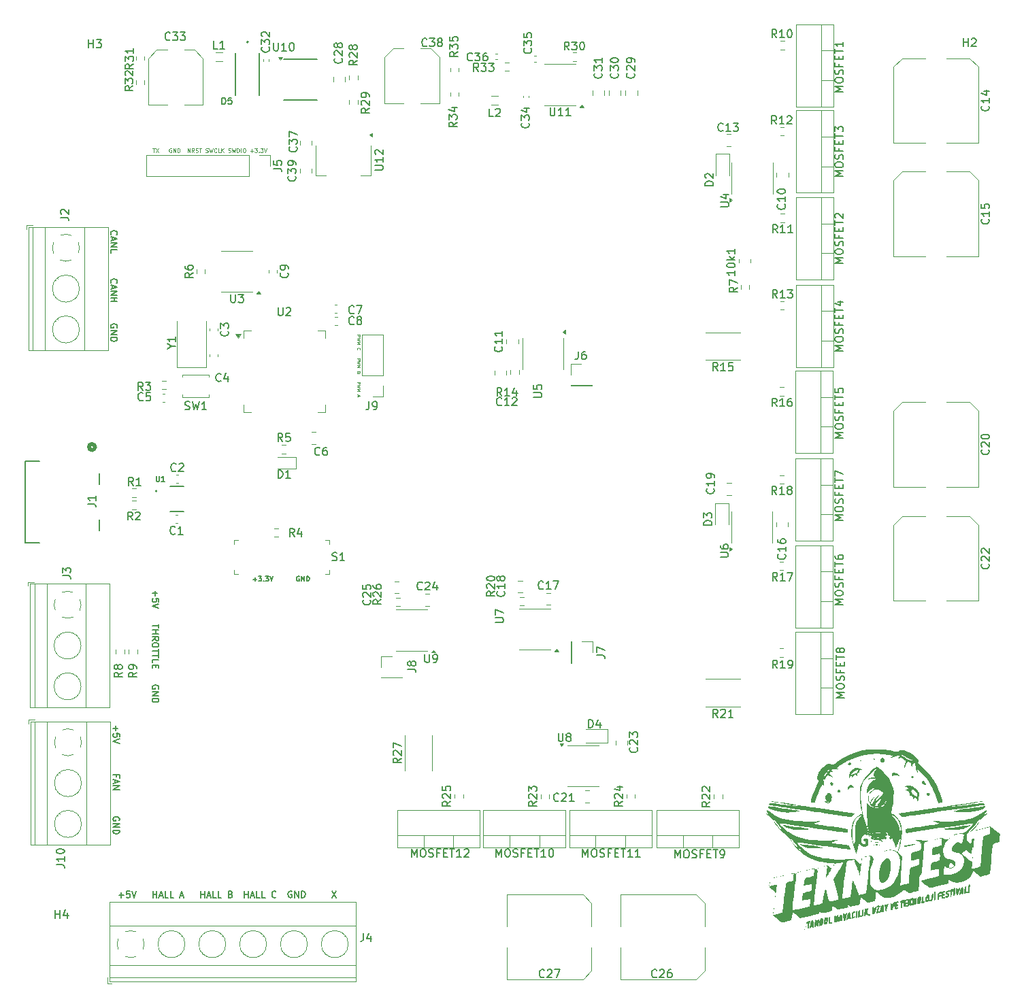
<source format=gbr>
%TF.GenerationSoftware,KiCad,Pcbnew,8.0.9-8.0.9-0~ubuntu24.04.1*%
%TF.CreationDate,2025-06-09T21:45:26+03:00*%
%TF.ProjectId,BLDC Motor Driver,424c4443-204d-46f7-946f-722044726976,rev?*%
%TF.SameCoordinates,Original*%
%TF.FileFunction,Legend,Top*%
%TF.FilePolarity,Positive*%
%FSLAX46Y46*%
G04 Gerber Fmt 4.6, Leading zero omitted, Abs format (unit mm)*
G04 Created by KiCad (PCBNEW 8.0.9-8.0.9-0~ubuntu24.04.1) date 2025-06-09 21:45:26*
%MOMM*%
%LPD*%
G01*
G04 APERTURE LIST*
%ADD10C,0.150000*%
%ADD11C,0.100000*%
%ADD12C,0.200000*%
%ADD13C,0.125000*%
%ADD14C,0.300000*%
%ADD15C,0.120000*%
%ADD16C,0.000000*%
%ADD17C,0.127000*%
%ADD18C,0.152400*%
%ADD19C,0.508000*%
G04 APERTURE END LIST*
D10*
X131641541Y-109690200D02*
X132098684Y-109690200D01*
X131870112Y-109918771D02*
X131870112Y-109461628D01*
X132327255Y-109318771D02*
X132698683Y-109318771D01*
X132698683Y-109318771D02*
X132498683Y-109547342D01*
X132498683Y-109547342D02*
X132584398Y-109547342D01*
X132584398Y-109547342D02*
X132641541Y-109575914D01*
X132641541Y-109575914D02*
X132670112Y-109604485D01*
X132670112Y-109604485D02*
X132698683Y-109661628D01*
X132698683Y-109661628D02*
X132698683Y-109804485D01*
X132698683Y-109804485D02*
X132670112Y-109861628D01*
X132670112Y-109861628D02*
X132641541Y-109890200D01*
X132641541Y-109890200D02*
X132584398Y-109918771D01*
X132584398Y-109918771D02*
X132412969Y-109918771D01*
X132412969Y-109918771D02*
X132355826Y-109890200D01*
X132355826Y-109890200D02*
X132327255Y-109861628D01*
X132955827Y-109861628D02*
X132984398Y-109890200D01*
X132984398Y-109890200D02*
X132955827Y-109918771D01*
X132955827Y-109918771D02*
X132927255Y-109890200D01*
X132927255Y-109890200D02*
X132955827Y-109861628D01*
X132955827Y-109861628D02*
X132955827Y-109918771D01*
X133184398Y-109318771D02*
X133555826Y-109318771D01*
X133555826Y-109318771D02*
X133355826Y-109547342D01*
X133355826Y-109547342D02*
X133441541Y-109547342D01*
X133441541Y-109547342D02*
X133498684Y-109575914D01*
X133498684Y-109575914D02*
X133527255Y-109604485D01*
X133527255Y-109604485D02*
X133555826Y-109661628D01*
X133555826Y-109661628D02*
X133555826Y-109804485D01*
X133555826Y-109804485D02*
X133527255Y-109861628D01*
X133527255Y-109861628D02*
X133498684Y-109890200D01*
X133498684Y-109890200D02*
X133441541Y-109918771D01*
X133441541Y-109918771D02*
X133270112Y-109918771D01*
X133270112Y-109918771D02*
X133212969Y-109890200D01*
X133212969Y-109890200D02*
X133184398Y-109861628D01*
X133727255Y-109318771D02*
X133927255Y-109918771D01*
X133927255Y-109918771D02*
X134127255Y-109318771D01*
X137384399Y-109347342D02*
X137327257Y-109318771D01*
X137327257Y-109318771D02*
X137241542Y-109318771D01*
X137241542Y-109318771D02*
X137155828Y-109347342D01*
X137155828Y-109347342D02*
X137098685Y-109404485D01*
X137098685Y-109404485D02*
X137070114Y-109461628D01*
X137070114Y-109461628D02*
X137041542Y-109575914D01*
X137041542Y-109575914D02*
X137041542Y-109661628D01*
X137041542Y-109661628D02*
X137070114Y-109775914D01*
X137070114Y-109775914D02*
X137098685Y-109833057D01*
X137098685Y-109833057D02*
X137155828Y-109890200D01*
X137155828Y-109890200D02*
X137241542Y-109918771D01*
X137241542Y-109918771D02*
X137298685Y-109918771D01*
X137298685Y-109918771D02*
X137384399Y-109890200D01*
X137384399Y-109890200D02*
X137412971Y-109861628D01*
X137412971Y-109861628D02*
X137412971Y-109661628D01*
X137412971Y-109661628D02*
X137298685Y-109661628D01*
X137670114Y-109918771D02*
X137670114Y-109318771D01*
X137670114Y-109318771D02*
X138012971Y-109918771D01*
X138012971Y-109918771D02*
X138012971Y-109318771D01*
X138298685Y-109918771D02*
X138298685Y-109318771D01*
X138298685Y-109318771D02*
X138441542Y-109318771D01*
X138441542Y-109318771D02*
X138527256Y-109347342D01*
X138527256Y-109347342D02*
X138584399Y-109404485D01*
X138584399Y-109404485D02*
X138612970Y-109461628D01*
X138612970Y-109461628D02*
X138641542Y-109575914D01*
X138641542Y-109575914D02*
X138641542Y-109661628D01*
X138641542Y-109661628D02*
X138612970Y-109775914D01*
X138612970Y-109775914D02*
X138584399Y-109833057D01*
X138584399Y-109833057D02*
X138527256Y-109890200D01*
X138527256Y-109890200D02*
X138441542Y-109918771D01*
X138441542Y-109918771D02*
X138298685Y-109918771D01*
D11*
X144554152Y-79261027D02*
X144954152Y-79261027D01*
X144954152Y-79261027D02*
X144954152Y-79413408D01*
X144954152Y-79413408D02*
X144935104Y-79451503D01*
X144935104Y-79451503D02*
X144916057Y-79470550D01*
X144916057Y-79470550D02*
X144877961Y-79489598D01*
X144877961Y-79489598D02*
X144820819Y-79489598D01*
X144820819Y-79489598D02*
X144782723Y-79470550D01*
X144782723Y-79470550D02*
X144763676Y-79451503D01*
X144763676Y-79451503D02*
X144744628Y-79413408D01*
X144744628Y-79413408D02*
X144744628Y-79261027D01*
X144954152Y-79622931D02*
X144554152Y-79718169D01*
X144554152Y-79718169D02*
X144839866Y-79794360D01*
X144839866Y-79794360D02*
X144554152Y-79870550D01*
X144554152Y-79870550D02*
X144954152Y-79965789D01*
X144554152Y-80118170D02*
X144954152Y-80118170D01*
X144954152Y-80118170D02*
X144668438Y-80251503D01*
X144668438Y-80251503D02*
X144954152Y-80384836D01*
X144954152Y-80384836D02*
X144554152Y-80384836D01*
X144592247Y-81108646D02*
X144573200Y-81089598D01*
X144573200Y-81089598D02*
X144554152Y-81032456D01*
X144554152Y-81032456D02*
X144554152Y-80994360D01*
X144554152Y-80994360D02*
X144573200Y-80937217D01*
X144573200Y-80937217D02*
X144611295Y-80899122D01*
X144611295Y-80899122D02*
X144649390Y-80880075D01*
X144649390Y-80880075D02*
X144725580Y-80861027D01*
X144725580Y-80861027D02*
X144782723Y-80861027D01*
X144782723Y-80861027D02*
X144858914Y-80880075D01*
X144858914Y-80880075D02*
X144897009Y-80899122D01*
X144897009Y-80899122D02*
X144935104Y-80937217D01*
X144935104Y-80937217D02*
X144954152Y-80994360D01*
X144954152Y-80994360D02*
X144954152Y-81032456D01*
X144954152Y-81032456D02*
X144935104Y-81089598D01*
X144935104Y-81089598D02*
X144916057Y-81108646D01*
X144554152Y-82194361D02*
X144954152Y-82194361D01*
X144954152Y-82194361D02*
X144954152Y-82346742D01*
X144954152Y-82346742D02*
X144935104Y-82384837D01*
X144935104Y-82384837D02*
X144916057Y-82403884D01*
X144916057Y-82403884D02*
X144877961Y-82422932D01*
X144877961Y-82422932D02*
X144820819Y-82422932D01*
X144820819Y-82422932D02*
X144782723Y-82403884D01*
X144782723Y-82403884D02*
X144763676Y-82384837D01*
X144763676Y-82384837D02*
X144744628Y-82346742D01*
X144744628Y-82346742D02*
X144744628Y-82194361D01*
X144954152Y-82556265D02*
X144554152Y-82651503D01*
X144554152Y-82651503D02*
X144839866Y-82727694D01*
X144839866Y-82727694D02*
X144554152Y-82803884D01*
X144554152Y-82803884D02*
X144954152Y-82899123D01*
X144554152Y-83051504D02*
X144954152Y-83051504D01*
X144954152Y-83051504D02*
X144668438Y-83184837D01*
X144668438Y-83184837D02*
X144954152Y-83318170D01*
X144954152Y-83318170D02*
X144554152Y-83318170D01*
X144763676Y-83946742D02*
X144744628Y-84003885D01*
X144744628Y-84003885D02*
X144725580Y-84022932D01*
X144725580Y-84022932D02*
X144687485Y-84041980D01*
X144687485Y-84041980D02*
X144630342Y-84041980D01*
X144630342Y-84041980D02*
X144592247Y-84022932D01*
X144592247Y-84022932D02*
X144573200Y-84003885D01*
X144573200Y-84003885D02*
X144554152Y-83965790D01*
X144554152Y-83965790D02*
X144554152Y-83813409D01*
X144554152Y-83813409D02*
X144954152Y-83813409D01*
X144954152Y-83813409D02*
X144954152Y-83946742D01*
X144954152Y-83946742D02*
X144935104Y-83984837D01*
X144935104Y-83984837D02*
X144916057Y-84003885D01*
X144916057Y-84003885D02*
X144877961Y-84022932D01*
X144877961Y-84022932D02*
X144839866Y-84022932D01*
X144839866Y-84022932D02*
X144801771Y-84003885D01*
X144801771Y-84003885D02*
X144782723Y-83984837D01*
X144782723Y-83984837D02*
X144763676Y-83946742D01*
X144763676Y-83946742D02*
X144763676Y-83813409D01*
X144554152Y-85127695D02*
X144954152Y-85127695D01*
X144954152Y-85127695D02*
X144954152Y-85280076D01*
X144954152Y-85280076D02*
X144935104Y-85318171D01*
X144935104Y-85318171D02*
X144916057Y-85337218D01*
X144916057Y-85337218D02*
X144877961Y-85356266D01*
X144877961Y-85356266D02*
X144820819Y-85356266D01*
X144820819Y-85356266D02*
X144782723Y-85337218D01*
X144782723Y-85337218D02*
X144763676Y-85318171D01*
X144763676Y-85318171D02*
X144744628Y-85280076D01*
X144744628Y-85280076D02*
X144744628Y-85127695D01*
X144954152Y-85489599D02*
X144554152Y-85584837D01*
X144554152Y-85584837D02*
X144839866Y-85661028D01*
X144839866Y-85661028D02*
X144554152Y-85737218D01*
X144554152Y-85737218D02*
X144954152Y-85832457D01*
X144554152Y-85984838D02*
X144954152Y-85984838D01*
X144954152Y-85984838D02*
X144668438Y-86118171D01*
X144668438Y-86118171D02*
X144954152Y-86251504D01*
X144954152Y-86251504D02*
X144554152Y-86251504D01*
X144668438Y-86727695D02*
X144668438Y-86918171D01*
X144554152Y-86689600D02*
X144954152Y-86822933D01*
X144954152Y-86822933D02*
X144554152Y-86956266D01*
D12*
X113984495Y-66779197D02*
X113946400Y-66741101D01*
X113946400Y-66741101D02*
X113908304Y-66626816D01*
X113908304Y-66626816D02*
X113908304Y-66550625D01*
X113908304Y-66550625D02*
X113946400Y-66436339D01*
X113946400Y-66436339D02*
X114022590Y-66360149D01*
X114022590Y-66360149D02*
X114098780Y-66322054D01*
X114098780Y-66322054D02*
X114251161Y-66283958D01*
X114251161Y-66283958D02*
X114365447Y-66283958D01*
X114365447Y-66283958D02*
X114517828Y-66322054D01*
X114517828Y-66322054D02*
X114594019Y-66360149D01*
X114594019Y-66360149D02*
X114670209Y-66436339D01*
X114670209Y-66436339D02*
X114708304Y-66550625D01*
X114708304Y-66550625D02*
X114708304Y-66626816D01*
X114708304Y-66626816D02*
X114670209Y-66741101D01*
X114670209Y-66741101D02*
X114632114Y-66779197D01*
X114136876Y-67083958D02*
X114136876Y-67464911D01*
X113908304Y-67007768D02*
X114708304Y-67274435D01*
X114708304Y-67274435D02*
X113908304Y-67541101D01*
X113908304Y-67807768D02*
X114708304Y-67807768D01*
X114708304Y-67807768D02*
X113908304Y-68264911D01*
X113908304Y-68264911D02*
X114708304Y-68264911D01*
X113908304Y-69026815D02*
X113908304Y-68645863D01*
X113908304Y-68645863D02*
X114708304Y-68645863D01*
X113984495Y-72798245D02*
X113946400Y-72760149D01*
X113946400Y-72760149D02*
X113908304Y-72645864D01*
X113908304Y-72645864D02*
X113908304Y-72569673D01*
X113908304Y-72569673D02*
X113946400Y-72455387D01*
X113946400Y-72455387D02*
X114022590Y-72379197D01*
X114022590Y-72379197D02*
X114098780Y-72341102D01*
X114098780Y-72341102D02*
X114251161Y-72303006D01*
X114251161Y-72303006D02*
X114365447Y-72303006D01*
X114365447Y-72303006D02*
X114517828Y-72341102D01*
X114517828Y-72341102D02*
X114594019Y-72379197D01*
X114594019Y-72379197D02*
X114670209Y-72455387D01*
X114670209Y-72455387D02*
X114708304Y-72569673D01*
X114708304Y-72569673D02*
X114708304Y-72645864D01*
X114708304Y-72645864D02*
X114670209Y-72760149D01*
X114670209Y-72760149D02*
X114632114Y-72798245D01*
X114136876Y-73103006D02*
X114136876Y-73483959D01*
X113908304Y-73026816D02*
X114708304Y-73293483D01*
X114708304Y-73293483D02*
X113908304Y-73560149D01*
X113908304Y-73826816D02*
X114708304Y-73826816D01*
X114708304Y-73826816D02*
X113908304Y-74283959D01*
X113908304Y-74283959D02*
X114708304Y-74283959D01*
X113908304Y-74664911D02*
X114708304Y-74664911D01*
X114327352Y-74664911D02*
X114327352Y-75122054D01*
X113908304Y-75122054D02*
X114708304Y-75122054D01*
X114670209Y-78360149D02*
X114708304Y-78283959D01*
X114708304Y-78283959D02*
X114708304Y-78169673D01*
X114708304Y-78169673D02*
X114670209Y-78055387D01*
X114670209Y-78055387D02*
X114594019Y-77979197D01*
X114594019Y-77979197D02*
X114517828Y-77941102D01*
X114517828Y-77941102D02*
X114365447Y-77903006D01*
X114365447Y-77903006D02*
X114251161Y-77903006D01*
X114251161Y-77903006D02*
X114098780Y-77941102D01*
X114098780Y-77941102D02*
X114022590Y-77979197D01*
X114022590Y-77979197D02*
X113946400Y-78055387D01*
X113946400Y-78055387D02*
X113908304Y-78169673D01*
X113908304Y-78169673D02*
X113908304Y-78245864D01*
X113908304Y-78245864D02*
X113946400Y-78360149D01*
X113946400Y-78360149D02*
X113984495Y-78398245D01*
X113984495Y-78398245D02*
X114251161Y-78398245D01*
X114251161Y-78398245D02*
X114251161Y-78245864D01*
X113908304Y-78741102D02*
X114708304Y-78741102D01*
X114708304Y-78741102D02*
X113908304Y-79198245D01*
X113908304Y-79198245D02*
X114708304Y-79198245D01*
X113908304Y-79579197D02*
X114708304Y-79579197D01*
X114708304Y-79579197D02*
X114708304Y-79769673D01*
X114708304Y-79769673D02*
X114670209Y-79883959D01*
X114670209Y-79883959D02*
X114594019Y-79960149D01*
X114594019Y-79960149D02*
X114517828Y-79998244D01*
X114517828Y-79998244D02*
X114365447Y-80036340D01*
X114365447Y-80036340D02*
X114251161Y-80036340D01*
X114251161Y-80036340D02*
X114098780Y-79998244D01*
X114098780Y-79998244D02*
X114022590Y-79960149D01*
X114022590Y-79960149D02*
X113946400Y-79883959D01*
X113946400Y-79883959D02*
X113908304Y-79769673D01*
X113908304Y-79769673D02*
X113908304Y-79579197D01*
X114513066Y-127922054D02*
X114513066Y-128531578D01*
X114208304Y-128226816D02*
X114817828Y-128226816D01*
X115008304Y-129293482D02*
X115008304Y-128912530D01*
X115008304Y-128912530D02*
X114627352Y-128874434D01*
X114627352Y-128874434D02*
X114665447Y-128912530D01*
X114665447Y-128912530D02*
X114703542Y-128988720D01*
X114703542Y-128988720D02*
X114703542Y-129179196D01*
X114703542Y-129179196D02*
X114665447Y-129255387D01*
X114665447Y-129255387D02*
X114627352Y-129293482D01*
X114627352Y-129293482D02*
X114551161Y-129331577D01*
X114551161Y-129331577D02*
X114360685Y-129331577D01*
X114360685Y-129331577D02*
X114284495Y-129293482D01*
X114284495Y-129293482D02*
X114246400Y-129255387D01*
X114246400Y-129255387D02*
X114208304Y-129179196D01*
X114208304Y-129179196D02*
X114208304Y-128988720D01*
X114208304Y-128988720D02*
X114246400Y-128912530D01*
X114246400Y-128912530D02*
X114284495Y-128874434D01*
X115008304Y-129560149D02*
X114208304Y-129826816D01*
X114208304Y-129826816D02*
X115008304Y-130093482D01*
X114627352Y-134283959D02*
X114627352Y-134017293D01*
X114208304Y-134017293D02*
X115008304Y-134017293D01*
X115008304Y-134017293D02*
X115008304Y-134398245D01*
X114436876Y-134664911D02*
X114436876Y-135045864D01*
X114208304Y-134588721D02*
X115008304Y-134855388D01*
X115008304Y-134855388D02*
X114208304Y-135122054D01*
X114208304Y-135388721D02*
X115008304Y-135388721D01*
X115008304Y-135388721D02*
X114208304Y-135845864D01*
X114208304Y-135845864D02*
X115008304Y-135845864D01*
X114970209Y-139693483D02*
X115008304Y-139617293D01*
X115008304Y-139617293D02*
X115008304Y-139503007D01*
X115008304Y-139503007D02*
X114970209Y-139388721D01*
X114970209Y-139388721D02*
X114894019Y-139312531D01*
X114894019Y-139312531D02*
X114817828Y-139274436D01*
X114817828Y-139274436D02*
X114665447Y-139236340D01*
X114665447Y-139236340D02*
X114551161Y-139236340D01*
X114551161Y-139236340D02*
X114398780Y-139274436D01*
X114398780Y-139274436D02*
X114322590Y-139312531D01*
X114322590Y-139312531D02*
X114246400Y-139388721D01*
X114246400Y-139388721D02*
X114208304Y-139503007D01*
X114208304Y-139503007D02*
X114208304Y-139579198D01*
X114208304Y-139579198D02*
X114246400Y-139693483D01*
X114246400Y-139693483D02*
X114284495Y-139731579D01*
X114284495Y-139731579D02*
X114551161Y-139731579D01*
X114551161Y-139731579D02*
X114551161Y-139579198D01*
X114208304Y-140074436D02*
X115008304Y-140074436D01*
X115008304Y-140074436D02*
X114208304Y-140531579D01*
X114208304Y-140531579D02*
X115008304Y-140531579D01*
X114208304Y-140912531D02*
X115008304Y-140912531D01*
X115008304Y-140912531D02*
X115008304Y-141103007D01*
X115008304Y-141103007D02*
X114970209Y-141217293D01*
X114970209Y-141217293D02*
X114894019Y-141293483D01*
X114894019Y-141293483D02*
X114817828Y-141331578D01*
X114817828Y-141331578D02*
X114665447Y-141369674D01*
X114665447Y-141369674D02*
X114551161Y-141369674D01*
X114551161Y-141369674D02*
X114398780Y-141331578D01*
X114398780Y-141331578D02*
X114322590Y-141293483D01*
X114322590Y-141293483D02*
X114246400Y-141217293D01*
X114246400Y-141217293D02*
X114208304Y-141103007D01*
X114208304Y-141103007D02*
X114208304Y-140912531D01*
X119413066Y-111122054D02*
X119413066Y-111731578D01*
X119108304Y-111426816D02*
X119717828Y-111426816D01*
X119908304Y-112493482D02*
X119908304Y-112112530D01*
X119908304Y-112112530D02*
X119527352Y-112074434D01*
X119527352Y-112074434D02*
X119565447Y-112112530D01*
X119565447Y-112112530D02*
X119603542Y-112188720D01*
X119603542Y-112188720D02*
X119603542Y-112379196D01*
X119603542Y-112379196D02*
X119565447Y-112455387D01*
X119565447Y-112455387D02*
X119527352Y-112493482D01*
X119527352Y-112493482D02*
X119451161Y-112531577D01*
X119451161Y-112531577D02*
X119260685Y-112531577D01*
X119260685Y-112531577D02*
X119184495Y-112493482D01*
X119184495Y-112493482D02*
X119146400Y-112455387D01*
X119146400Y-112455387D02*
X119108304Y-112379196D01*
X119108304Y-112379196D02*
X119108304Y-112188720D01*
X119108304Y-112188720D02*
X119146400Y-112112530D01*
X119146400Y-112112530D02*
X119184495Y-112074434D01*
X119908304Y-112760149D02*
X119108304Y-113026816D01*
X119108304Y-113026816D02*
X119908304Y-113293482D01*
X119908304Y-115274435D02*
X119908304Y-115731578D01*
X119108304Y-115503006D02*
X119908304Y-115503006D01*
X119108304Y-115998245D02*
X119908304Y-115998245D01*
X119527352Y-115998245D02*
X119527352Y-116455388D01*
X119108304Y-116455388D02*
X119908304Y-116455388D01*
X119108304Y-117293483D02*
X119489257Y-117026816D01*
X119108304Y-116836340D02*
X119908304Y-116836340D01*
X119908304Y-116836340D02*
X119908304Y-117141102D01*
X119908304Y-117141102D02*
X119870209Y-117217292D01*
X119870209Y-117217292D02*
X119832114Y-117255387D01*
X119832114Y-117255387D02*
X119755923Y-117293483D01*
X119755923Y-117293483D02*
X119641638Y-117293483D01*
X119641638Y-117293483D02*
X119565447Y-117255387D01*
X119565447Y-117255387D02*
X119527352Y-117217292D01*
X119527352Y-117217292D02*
X119489257Y-117141102D01*
X119489257Y-117141102D02*
X119489257Y-116836340D01*
X119908304Y-117788721D02*
X119908304Y-117941102D01*
X119908304Y-117941102D02*
X119870209Y-118017292D01*
X119870209Y-118017292D02*
X119794019Y-118093483D01*
X119794019Y-118093483D02*
X119641638Y-118131578D01*
X119641638Y-118131578D02*
X119374971Y-118131578D01*
X119374971Y-118131578D02*
X119222590Y-118093483D01*
X119222590Y-118093483D02*
X119146400Y-118017292D01*
X119146400Y-118017292D02*
X119108304Y-117941102D01*
X119108304Y-117941102D02*
X119108304Y-117788721D01*
X119108304Y-117788721D02*
X119146400Y-117712530D01*
X119146400Y-117712530D02*
X119222590Y-117636340D01*
X119222590Y-117636340D02*
X119374971Y-117598244D01*
X119374971Y-117598244D02*
X119641638Y-117598244D01*
X119641638Y-117598244D02*
X119794019Y-117636340D01*
X119794019Y-117636340D02*
X119870209Y-117712530D01*
X119870209Y-117712530D02*
X119908304Y-117788721D01*
X119908304Y-118360149D02*
X119908304Y-118817292D01*
X119108304Y-118588720D02*
X119908304Y-118588720D01*
X119908304Y-118969673D02*
X119908304Y-119426816D01*
X119108304Y-119198244D02*
X119908304Y-119198244D01*
X119108304Y-120074435D02*
X119108304Y-119693483D01*
X119108304Y-119693483D02*
X119908304Y-119693483D01*
X119527352Y-120341102D02*
X119527352Y-120607768D01*
X119108304Y-120722054D02*
X119108304Y-120341102D01*
X119108304Y-120341102D02*
X119908304Y-120341102D01*
X119908304Y-120341102D02*
X119908304Y-120722054D01*
X119870209Y-123312531D02*
X119908304Y-123236341D01*
X119908304Y-123236341D02*
X119908304Y-123122055D01*
X119908304Y-123122055D02*
X119870209Y-123007769D01*
X119870209Y-123007769D02*
X119794019Y-122931579D01*
X119794019Y-122931579D02*
X119717828Y-122893484D01*
X119717828Y-122893484D02*
X119565447Y-122855388D01*
X119565447Y-122855388D02*
X119451161Y-122855388D01*
X119451161Y-122855388D02*
X119298780Y-122893484D01*
X119298780Y-122893484D02*
X119222590Y-122931579D01*
X119222590Y-122931579D02*
X119146400Y-123007769D01*
X119146400Y-123007769D02*
X119108304Y-123122055D01*
X119108304Y-123122055D02*
X119108304Y-123198246D01*
X119108304Y-123198246D02*
X119146400Y-123312531D01*
X119146400Y-123312531D02*
X119184495Y-123350627D01*
X119184495Y-123350627D02*
X119451161Y-123350627D01*
X119451161Y-123350627D02*
X119451161Y-123198246D01*
X119108304Y-123693484D02*
X119908304Y-123693484D01*
X119908304Y-123693484D02*
X119108304Y-124150627D01*
X119108304Y-124150627D02*
X119908304Y-124150627D01*
X119108304Y-124531579D02*
X119908304Y-124531579D01*
X119908304Y-124531579D02*
X119908304Y-124722055D01*
X119908304Y-124722055D02*
X119870209Y-124836341D01*
X119870209Y-124836341D02*
X119794019Y-124912531D01*
X119794019Y-124912531D02*
X119717828Y-124950626D01*
X119717828Y-124950626D02*
X119565447Y-124988722D01*
X119565447Y-124988722D02*
X119451161Y-124988722D01*
X119451161Y-124988722D02*
X119298780Y-124950626D01*
X119298780Y-124950626D02*
X119222590Y-124912531D01*
X119222590Y-124912531D02*
X119146400Y-124836341D01*
X119146400Y-124836341D02*
X119108304Y-124722055D01*
X119108304Y-124722055D02*
X119108304Y-124531579D01*
X114922054Y-148986933D02*
X115531578Y-148986933D01*
X115226816Y-149291695D02*
X115226816Y-148682171D01*
X116293482Y-148491695D02*
X115912530Y-148491695D01*
X115912530Y-148491695D02*
X115874434Y-148872647D01*
X115874434Y-148872647D02*
X115912530Y-148834552D01*
X115912530Y-148834552D02*
X115988720Y-148796457D01*
X115988720Y-148796457D02*
X116179196Y-148796457D01*
X116179196Y-148796457D02*
X116255387Y-148834552D01*
X116255387Y-148834552D02*
X116293482Y-148872647D01*
X116293482Y-148872647D02*
X116331577Y-148948838D01*
X116331577Y-148948838D02*
X116331577Y-149139314D01*
X116331577Y-149139314D02*
X116293482Y-149215504D01*
X116293482Y-149215504D02*
X116255387Y-149253600D01*
X116255387Y-149253600D02*
X116179196Y-149291695D01*
X116179196Y-149291695D02*
X115988720Y-149291695D01*
X115988720Y-149291695D02*
X115912530Y-149253600D01*
X115912530Y-149253600D02*
X115874434Y-149215504D01*
X116560149Y-148491695D02*
X116826816Y-149291695D01*
X116826816Y-149291695D02*
X117093482Y-148491695D01*
X119188721Y-149291695D02*
X119188721Y-148491695D01*
X119188721Y-148872647D02*
X119645864Y-148872647D01*
X119645864Y-149291695D02*
X119645864Y-148491695D01*
X119988720Y-149063123D02*
X120369673Y-149063123D01*
X119912530Y-149291695D02*
X120179197Y-148491695D01*
X120179197Y-148491695D02*
X120445863Y-149291695D01*
X121093482Y-149291695D02*
X120712530Y-149291695D01*
X120712530Y-149291695D02*
X120712530Y-148491695D01*
X121741101Y-149291695D02*
X121360149Y-149291695D01*
X121360149Y-149291695D02*
X121360149Y-148491695D01*
X122579196Y-149063123D02*
X122960149Y-149063123D01*
X122503006Y-149291695D02*
X122769673Y-148491695D01*
X122769673Y-148491695D02*
X123036339Y-149291695D01*
X125131578Y-149291695D02*
X125131578Y-148491695D01*
X125131578Y-148872647D02*
X125588721Y-148872647D01*
X125588721Y-149291695D02*
X125588721Y-148491695D01*
X125931577Y-149063123D02*
X126312530Y-149063123D01*
X125855387Y-149291695D02*
X126122054Y-148491695D01*
X126122054Y-148491695D02*
X126388720Y-149291695D01*
X127036339Y-149291695D02*
X126655387Y-149291695D01*
X126655387Y-149291695D02*
X126655387Y-148491695D01*
X127683958Y-149291695D02*
X127303006Y-149291695D01*
X127303006Y-149291695D02*
X127303006Y-148491695D01*
X128826815Y-148872647D02*
X128941101Y-148910742D01*
X128941101Y-148910742D02*
X128979196Y-148948838D01*
X128979196Y-148948838D02*
X129017292Y-149025028D01*
X129017292Y-149025028D02*
X129017292Y-149139314D01*
X129017292Y-149139314D02*
X128979196Y-149215504D01*
X128979196Y-149215504D02*
X128941101Y-149253600D01*
X128941101Y-149253600D02*
X128864911Y-149291695D01*
X128864911Y-149291695D02*
X128560149Y-149291695D01*
X128560149Y-149291695D02*
X128560149Y-148491695D01*
X128560149Y-148491695D02*
X128826815Y-148491695D01*
X128826815Y-148491695D02*
X128903006Y-148529790D01*
X128903006Y-148529790D02*
X128941101Y-148567885D01*
X128941101Y-148567885D02*
X128979196Y-148644076D01*
X128979196Y-148644076D02*
X128979196Y-148720266D01*
X128979196Y-148720266D02*
X128941101Y-148796457D01*
X128941101Y-148796457D02*
X128903006Y-148834552D01*
X128903006Y-148834552D02*
X128826815Y-148872647D01*
X128826815Y-148872647D02*
X128560149Y-148872647D01*
X130579197Y-149291695D02*
X130579197Y-148491695D01*
X130579197Y-148872647D02*
X131036340Y-148872647D01*
X131036340Y-149291695D02*
X131036340Y-148491695D01*
X131379196Y-149063123D02*
X131760149Y-149063123D01*
X131303006Y-149291695D02*
X131569673Y-148491695D01*
X131569673Y-148491695D02*
X131836339Y-149291695D01*
X132483958Y-149291695D02*
X132103006Y-149291695D01*
X132103006Y-149291695D02*
X132103006Y-148491695D01*
X133131577Y-149291695D02*
X132750625Y-149291695D01*
X132750625Y-149291695D02*
X132750625Y-148491695D01*
X134464911Y-149215504D02*
X134426815Y-149253600D01*
X134426815Y-149253600D02*
X134312530Y-149291695D01*
X134312530Y-149291695D02*
X134236339Y-149291695D01*
X134236339Y-149291695D02*
X134122053Y-149253600D01*
X134122053Y-149253600D02*
X134045863Y-149177409D01*
X134045863Y-149177409D02*
X134007768Y-149101219D01*
X134007768Y-149101219D02*
X133969672Y-148948838D01*
X133969672Y-148948838D02*
X133969672Y-148834552D01*
X133969672Y-148834552D02*
X134007768Y-148682171D01*
X134007768Y-148682171D02*
X134045863Y-148605980D01*
X134045863Y-148605980D02*
X134122053Y-148529790D01*
X134122053Y-148529790D02*
X134236339Y-148491695D01*
X134236339Y-148491695D02*
X134312530Y-148491695D01*
X134312530Y-148491695D02*
X134426815Y-148529790D01*
X134426815Y-148529790D02*
X134464911Y-148567885D01*
X136445863Y-148529790D02*
X136369673Y-148491695D01*
X136369673Y-148491695D02*
X136255387Y-148491695D01*
X136255387Y-148491695D02*
X136141101Y-148529790D01*
X136141101Y-148529790D02*
X136064911Y-148605980D01*
X136064911Y-148605980D02*
X136026816Y-148682171D01*
X136026816Y-148682171D02*
X135988720Y-148834552D01*
X135988720Y-148834552D02*
X135988720Y-148948838D01*
X135988720Y-148948838D02*
X136026816Y-149101219D01*
X136026816Y-149101219D02*
X136064911Y-149177409D01*
X136064911Y-149177409D02*
X136141101Y-149253600D01*
X136141101Y-149253600D02*
X136255387Y-149291695D01*
X136255387Y-149291695D02*
X136331578Y-149291695D01*
X136331578Y-149291695D02*
X136445863Y-149253600D01*
X136445863Y-149253600D02*
X136483959Y-149215504D01*
X136483959Y-149215504D02*
X136483959Y-148948838D01*
X136483959Y-148948838D02*
X136331578Y-148948838D01*
X136826816Y-149291695D02*
X136826816Y-148491695D01*
X136826816Y-148491695D02*
X137283959Y-149291695D01*
X137283959Y-149291695D02*
X137283959Y-148491695D01*
X137664911Y-149291695D02*
X137664911Y-148491695D01*
X137664911Y-148491695D02*
X137855387Y-148491695D01*
X137855387Y-148491695D02*
X137969673Y-148529790D01*
X137969673Y-148529790D02*
X138045863Y-148605980D01*
X138045863Y-148605980D02*
X138083958Y-148682171D01*
X138083958Y-148682171D02*
X138122054Y-148834552D01*
X138122054Y-148834552D02*
X138122054Y-148948838D01*
X138122054Y-148948838D02*
X138083958Y-149101219D01*
X138083958Y-149101219D02*
X138045863Y-149177409D01*
X138045863Y-149177409D02*
X137969673Y-149253600D01*
X137969673Y-149253600D02*
X137855387Y-149291695D01*
X137855387Y-149291695D02*
X137664911Y-149291695D01*
X141436340Y-148491695D02*
X141969674Y-149291695D01*
X141969674Y-148491695D02*
X141436340Y-149291695D01*
D13*
X119129855Y-56032309D02*
X119415569Y-56032309D01*
X119272712Y-56532309D02*
X119272712Y-56032309D01*
X119534616Y-56032309D02*
X119867949Y-56532309D01*
X119867949Y-56032309D02*
X119534616Y-56532309D01*
X121463186Y-56056119D02*
X121415567Y-56032309D01*
X121415567Y-56032309D02*
X121344138Y-56032309D01*
X121344138Y-56032309D02*
X121272710Y-56056119D01*
X121272710Y-56056119D02*
X121225091Y-56103738D01*
X121225091Y-56103738D02*
X121201281Y-56151357D01*
X121201281Y-56151357D02*
X121177472Y-56246595D01*
X121177472Y-56246595D02*
X121177472Y-56318023D01*
X121177472Y-56318023D02*
X121201281Y-56413261D01*
X121201281Y-56413261D02*
X121225091Y-56460880D01*
X121225091Y-56460880D02*
X121272710Y-56508500D01*
X121272710Y-56508500D02*
X121344138Y-56532309D01*
X121344138Y-56532309D02*
X121391757Y-56532309D01*
X121391757Y-56532309D02*
X121463186Y-56508500D01*
X121463186Y-56508500D02*
X121486995Y-56484690D01*
X121486995Y-56484690D02*
X121486995Y-56318023D01*
X121486995Y-56318023D02*
X121391757Y-56318023D01*
X121701281Y-56532309D02*
X121701281Y-56032309D01*
X121701281Y-56032309D02*
X121986995Y-56532309D01*
X121986995Y-56532309D02*
X121986995Y-56032309D01*
X122225091Y-56532309D02*
X122225091Y-56032309D01*
X122225091Y-56032309D02*
X122344139Y-56032309D01*
X122344139Y-56032309D02*
X122415567Y-56056119D01*
X122415567Y-56056119D02*
X122463186Y-56103738D01*
X122463186Y-56103738D02*
X122486996Y-56151357D01*
X122486996Y-56151357D02*
X122510805Y-56246595D01*
X122510805Y-56246595D02*
X122510805Y-56318023D01*
X122510805Y-56318023D02*
X122486996Y-56413261D01*
X122486996Y-56413261D02*
X122463186Y-56460880D01*
X122463186Y-56460880D02*
X122415567Y-56508500D01*
X122415567Y-56508500D02*
X122344139Y-56532309D01*
X122344139Y-56532309D02*
X122225091Y-56532309D01*
X123486995Y-56532309D02*
X123486995Y-56032309D01*
X123486995Y-56032309D02*
X123772709Y-56532309D01*
X123772709Y-56532309D02*
X123772709Y-56032309D01*
X124296519Y-56532309D02*
X124129853Y-56294214D01*
X124010805Y-56532309D02*
X124010805Y-56032309D01*
X124010805Y-56032309D02*
X124201281Y-56032309D01*
X124201281Y-56032309D02*
X124248900Y-56056119D01*
X124248900Y-56056119D02*
X124272710Y-56079928D01*
X124272710Y-56079928D02*
X124296519Y-56127547D01*
X124296519Y-56127547D02*
X124296519Y-56198976D01*
X124296519Y-56198976D02*
X124272710Y-56246595D01*
X124272710Y-56246595D02*
X124248900Y-56270404D01*
X124248900Y-56270404D02*
X124201281Y-56294214D01*
X124201281Y-56294214D02*
X124010805Y-56294214D01*
X124486996Y-56508500D02*
X124558424Y-56532309D01*
X124558424Y-56532309D02*
X124677472Y-56532309D01*
X124677472Y-56532309D02*
X124725091Y-56508500D01*
X124725091Y-56508500D02*
X124748900Y-56484690D01*
X124748900Y-56484690D02*
X124772710Y-56437071D01*
X124772710Y-56437071D02*
X124772710Y-56389452D01*
X124772710Y-56389452D02*
X124748900Y-56341833D01*
X124748900Y-56341833D02*
X124725091Y-56318023D01*
X124725091Y-56318023D02*
X124677472Y-56294214D01*
X124677472Y-56294214D02*
X124582234Y-56270404D01*
X124582234Y-56270404D02*
X124534615Y-56246595D01*
X124534615Y-56246595D02*
X124510805Y-56222785D01*
X124510805Y-56222785D02*
X124486996Y-56175166D01*
X124486996Y-56175166D02*
X124486996Y-56127547D01*
X124486996Y-56127547D02*
X124510805Y-56079928D01*
X124510805Y-56079928D02*
X124534615Y-56056119D01*
X124534615Y-56056119D02*
X124582234Y-56032309D01*
X124582234Y-56032309D02*
X124701281Y-56032309D01*
X124701281Y-56032309D02*
X124772710Y-56056119D01*
X124915567Y-56032309D02*
X125201281Y-56032309D01*
X125058424Y-56532309D02*
X125058424Y-56032309D01*
X125725090Y-56508500D02*
X125796518Y-56532309D01*
X125796518Y-56532309D02*
X125915566Y-56532309D01*
X125915566Y-56532309D02*
X125963185Y-56508500D01*
X125963185Y-56508500D02*
X125986994Y-56484690D01*
X125986994Y-56484690D02*
X126010804Y-56437071D01*
X126010804Y-56437071D02*
X126010804Y-56389452D01*
X126010804Y-56389452D02*
X125986994Y-56341833D01*
X125986994Y-56341833D02*
X125963185Y-56318023D01*
X125963185Y-56318023D02*
X125915566Y-56294214D01*
X125915566Y-56294214D02*
X125820328Y-56270404D01*
X125820328Y-56270404D02*
X125772709Y-56246595D01*
X125772709Y-56246595D02*
X125748899Y-56222785D01*
X125748899Y-56222785D02*
X125725090Y-56175166D01*
X125725090Y-56175166D02*
X125725090Y-56127547D01*
X125725090Y-56127547D02*
X125748899Y-56079928D01*
X125748899Y-56079928D02*
X125772709Y-56056119D01*
X125772709Y-56056119D02*
X125820328Y-56032309D01*
X125820328Y-56032309D02*
X125939375Y-56032309D01*
X125939375Y-56032309D02*
X126010804Y-56056119D01*
X126177470Y-56032309D02*
X126296518Y-56532309D01*
X126296518Y-56532309D02*
X126391756Y-56175166D01*
X126391756Y-56175166D02*
X126486994Y-56532309D01*
X126486994Y-56532309D02*
X126606042Y-56032309D01*
X127082232Y-56484690D02*
X127058423Y-56508500D01*
X127058423Y-56508500D02*
X126986994Y-56532309D01*
X126986994Y-56532309D02*
X126939375Y-56532309D01*
X126939375Y-56532309D02*
X126867947Y-56508500D01*
X126867947Y-56508500D02*
X126820328Y-56460880D01*
X126820328Y-56460880D02*
X126796518Y-56413261D01*
X126796518Y-56413261D02*
X126772709Y-56318023D01*
X126772709Y-56318023D02*
X126772709Y-56246595D01*
X126772709Y-56246595D02*
X126796518Y-56151357D01*
X126796518Y-56151357D02*
X126820328Y-56103738D01*
X126820328Y-56103738D02*
X126867947Y-56056119D01*
X126867947Y-56056119D02*
X126939375Y-56032309D01*
X126939375Y-56032309D02*
X126986994Y-56032309D01*
X126986994Y-56032309D02*
X127058423Y-56056119D01*
X127058423Y-56056119D02*
X127082232Y-56079928D01*
X127534613Y-56532309D02*
X127296518Y-56532309D01*
X127296518Y-56532309D02*
X127296518Y-56032309D01*
X127701280Y-56532309D02*
X127701280Y-56032309D01*
X127986994Y-56532309D02*
X127772709Y-56246595D01*
X127986994Y-56032309D02*
X127701280Y-56318023D01*
X128558423Y-56508500D02*
X128629851Y-56532309D01*
X128629851Y-56532309D02*
X128748899Y-56532309D01*
X128748899Y-56532309D02*
X128796518Y-56508500D01*
X128796518Y-56508500D02*
X128820327Y-56484690D01*
X128820327Y-56484690D02*
X128844137Y-56437071D01*
X128844137Y-56437071D02*
X128844137Y-56389452D01*
X128844137Y-56389452D02*
X128820327Y-56341833D01*
X128820327Y-56341833D02*
X128796518Y-56318023D01*
X128796518Y-56318023D02*
X128748899Y-56294214D01*
X128748899Y-56294214D02*
X128653661Y-56270404D01*
X128653661Y-56270404D02*
X128606042Y-56246595D01*
X128606042Y-56246595D02*
X128582232Y-56222785D01*
X128582232Y-56222785D02*
X128558423Y-56175166D01*
X128558423Y-56175166D02*
X128558423Y-56127547D01*
X128558423Y-56127547D02*
X128582232Y-56079928D01*
X128582232Y-56079928D02*
X128606042Y-56056119D01*
X128606042Y-56056119D02*
X128653661Y-56032309D01*
X128653661Y-56032309D02*
X128772708Y-56032309D01*
X128772708Y-56032309D02*
X128844137Y-56056119D01*
X129010803Y-56032309D02*
X129129851Y-56532309D01*
X129129851Y-56532309D02*
X129225089Y-56175166D01*
X129225089Y-56175166D02*
X129320327Y-56532309D01*
X129320327Y-56532309D02*
X129439375Y-56032309D01*
X129629851Y-56532309D02*
X129629851Y-56032309D01*
X129629851Y-56032309D02*
X129748899Y-56032309D01*
X129748899Y-56032309D02*
X129820327Y-56056119D01*
X129820327Y-56056119D02*
X129867946Y-56103738D01*
X129867946Y-56103738D02*
X129891756Y-56151357D01*
X129891756Y-56151357D02*
X129915565Y-56246595D01*
X129915565Y-56246595D02*
X129915565Y-56318023D01*
X129915565Y-56318023D02*
X129891756Y-56413261D01*
X129891756Y-56413261D02*
X129867946Y-56460880D01*
X129867946Y-56460880D02*
X129820327Y-56508500D01*
X129820327Y-56508500D02*
X129748899Y-56532309D01*
X129748899Y-56532309D02*
X129629851Y-56532309D01*
X130129851Y-56532309D02*
X130129851Y-56032309D01*
X130463184Y-56032309D02*
X130558422Y-56032309D01*
X130558422Y-56032309D02*
X130606041Y-56056119D01*
X130606041Y-56056119D02*
X130653660Y-56103738D01*
X130653660Y-56103738D02*
X130677470Y-56198976D01*
X130677470Y-56198976D02*
X130677470Y-56365642D01*
X130677470Y-56365642D02*
X130653660Y-56460880D01*
X130653660Y-56460880D02*
X130606041Y-56508500D01*
X130606041Y-56508500D02*
X130558422Y-56532309D01*
X130558422Y-56532309D02*
X130463184Y-56532309D01*
X130463184Y-56532309D02*
X130415565Y-56508500D01*
X130415565Y-56508500D02*
X130367946Y-56460880D01*
X130367946Y-56460880D02*
X130344137Y-56365642D01*
X130344137Y-56365642D02*
X130344137Y-56198976D01*
X130344137Y-56198976D02*
X130367946Y-56103738D01*
X130367946Y-56103738D02*
X130415565Y-56056119D01*
X130415565Y-56056119D02*
X130463184Y-56032309D01*
X131272708Y-56341833D02*
X131653661Y-56341833D01*
X131463184Y-56532309D02*
X131463184Y-56151357D01*
X131844137Y-56032309D02*
X132153661Y-56032309D01*
X132153661Y-56032309D02*
X131986994Y-56222785D01*
X131986994Y-56222785D02*
X132058423Y-56222785D01*
X132058423Y-56222785D02*
X132106042Y-56246595D01*
X132106042Y-56246595D02*
X132129851Y-56270404D01*
X132129851Y-56270404D02*
X132153661Y-56318023D01*
X132153661Y-56318023D02*
X132153661Y-56437071D01*
X132153661Y-56437071D02*
X132129851Y-56484690D01*
X132129851Y-56484690D02*
X132106042Y-56508500D01*
X132106042Y-56508500D02*
X132058423Y-56532309D01*
X132058423Y-56532309D02*
X131915566Y-56532309D01*
X131915566Y-56532309D02*
X131867947Y-56508500D01*
X131867947Y-56508500D02*
X131844137Y-56484690D01*
X132367946Y-56484690D02*
X132391756Y-56508500D01*
X132391756Y-56508500D02*
X132367946Y-56532309D01*
X132367946Y-56532309D02*
X132344137Y-56508500D01*
X132344137Y-56508500D02*
X132367946Y-56484690D01*
X132367946Y-56484690D02*
X132367946Y-56532309D01*
X132558422Y-56032309D02*
X132867946Y-56032309D01*
X132867946Y-56032309D02*
X132701279Y-56222785D01*
X132701279Y-56222785D02*
X132772708Y-56222785D01*
X132772708Y-56222785D02*
X132820327Y-56246595D01*
X132820327Y-56246595D02*
X132844136Y-56270404D01*
X132844136Y-56270404D02*
X132867946Y-56318023D01*
X132867946Y-56318023D02*
X132867946Y-56437071D01*
X132867946Y-56437071D02*
X132844136Y-56484690D01*
X132844136Y-56484690D02*
X132820327Y-56508500D01*
X132820327Y-56508500D02*
X132772708Y-56532309D01*
X132772708Y-56532309D02*
X132629851Y-56532309D01*
X132629851Y-56532309D02*
X132582232Y-56508500D01*
X132582232Y-56508500D02*
X132558422Y-56484690D01*
X133010803Y-56032309D02*
X133177469Y-56532309D01*
X133177469Y-56532309D02*
X133344136Y-56032309D01*
D10*
X121297631Y-42497617D02*
X121250012Y-42545237D01*
X121250012Y-42545237D02*
X121107155Y-42592856D01*
X121107155Y-42592856D02*
X121011917Y-42592856D01*
X121011917Y-42592856D02*
X120869060Y-42545237D01*
X120869060Y-42545237D02*
X120773822Y-42449998D01*
X120773822Y-42449998D02*
X120726203Y-42354760D01*
X120726203Y-42354760D02*
X120678584Y-42164284D01*
X120678584Y-42164284D02*
X120678584Y-42021427D01*
X120678584Y-42021427D02*
X120726203Y-41830951D01*
X120726203Y-41830951D02*
X120773822Y-41735713D01*
X120773822Y-41735713D02*
X120869060Y-41640475D01*
X120869060Y-41640475D02*
X121011917Y-41592856D01*
X121011917Y-41592856D02*
X121107155Y-41592856D01*
X121107155Y-41592856D02*
X121250012Y-41640475D01*
X121250012Y-41640475D02*
X121297631Y-41688094D01*
X121630965Y-41592856D02*
X122250012Y-41592856D01*
X122250012Y-41592856D02*
X121916679Y-41973808D01*
X121916679Y-41973808D02*
X122059536Y-41973808D01*
X122059536Y-41973808D02*
X122154774Y-42021427D01*
X122154774Y-42021427D02*
X122202393Y-42069046D01*
X122202393Y-42069046D02*
X122250012Y-42164284D01*
X122250012Y-42164284D02*
X122250012Y-42402379D01*
X122250012Y-42402379D02*
X122202393Y-42497617D01*
X122202393Y-42497617D02*
X122154774Y-42545237D01*
X122154774Y-42545237D02*
X122059536Y-42592856D01*
X122059536Y-42592856D02*
X121773822Y-42592856D01*
X121773822Y-42592856D02*
X121678584Y-42545237D01*
X121678584Y-42545237D02*
X121630965Y-42497617D01*
X122583346Y-41592856D02*
X123202393Y-41592856D01*
X123202393Y-41592856D02*
X122869060Y-41973808D01*
X122869060Y-41973808D02*
X123011917Y-41973808D01*
X123011917Y-41973808D02*
X123107155Y-42021427D01*
X123107155Y-42021427D02*
X123154774Y-42069046D01*
X123154774Y-42069046D02*
X123202393Y-42164284D01*
X123202393Y-42164284D02*
X123202393Y-42402379D01*
X123202393Y-42402379D02*
X123154774Y-42497617D01*
X123154774Y-42497617D02*
X123107155Y-42545237D01*
X123107155Y-42545237D02*
X123011917Y-42592856D01*
X123011917Y-42592856D02*
X122726203Y-42592856D01*
X122726203Y-42592856D02*
X122630965Y-42545237D01*
X122630965Y-42545237D02*
X122583346Y-42497617D01*
X166910308Y-137348393D02*
X166434117Y-137681726D01*
X166910308Y-137919821D02*
X165910308Y-137919821D01*
X165910308Y-137919821D02*
X165910308Y-137538869D01*
X165910308Y-137538869D02*
X165957927Y-137443631D01*
X165957927Y-137443631D02*
X166005546Y-137396012D01*
X166005546Y-137396012D02*
X166100784Y-137348393D01*
X166100784Y-137348393D02*
X166243641Y-137348393D01*
X166243641Y-137348393D02*
X166338879Y-137396012D01*
X166338879Y-137396012D02*
X166386498Y-137443631D01*
X166386498Y-137443631D02*
X166434117Y-137538869D01*
X166434117Y-137538869D02*
X166434117Y-137919821D01*
X166005546Y-136967440D02*
X165957927Y-136919821D01*
X165957927Y-136919821D02*
X165910308Y-136824583D01*
X165910308Y-136824583D02*
X165910308Y-136586488D01*
X165910308Y-136586488D02*
X165957927Y-136491250D01*
X165957927Y-136491250D02*
X166005546Y-136443631D01*
X166005546Y-136443631D02*
X166100784Y-136396012D01*
X166100784Y-136396012D02*
X166196022Y-136396012D01*
X166196022Y-136396012D02*
X166338879Y-136443631D01*
X166338879Y-136443631D02*
X166910308Y-137015059D01*
X166910308Y-137015059D02*
X166910308Y-136396012D01*
X165910308Y-136062678D02*
X165910308Y-135443631D01*
X165910308Y-135443631D02*
X166291260Y-135776964D01*
X166291260Y-135776964D02*
X166291260Y-135634107D01*
X166291260Y-135634107D02*
X166338879Y-135538869D01*
X166338879Y-135538869D02*
X166386498Y-135491250D01*
X166386498Y-135491250D02*
X166481736Y-135443631D01*
X166481736Y-135443631D02*
X166719831Y-135443631D01*
X166719831Y-135443631D02*
X166815069Y-135491250D01*
X166815069Y-135491250D02*
X166862689Y-135538869D01*
X166862689Y-135538869D02*
X166910308Y-135634107D01*
X166910308Y-135634107D02*
X166910308Y-135919821D01*
X166910308Y-135919821D02*
X166862689Y-136015059D01*
X166862689Y-136015059D02*
X166815069Y-136062678D01*
D14*
X207978572Y-141349757D02*
X207835715Y-141278328D01*
X207835715Y-141278328D02*
X207621429Y-141278328D01*
X207621429Y-141278328D02*
X207407143Y-141349757D01*
X207407143Y-141349757D02*
X207264286Y-141492614D01*
X207264286Y-141492614D02*
X207192857Y-141635471D01*
X207192857Y-141635471D02*
X207121429Y-141921185D01*
X207121429Y-141921185D02*
X207121429Y-142135471D01*
X207121429Y-142135471D02*
X207192857Y-142421185D01*
X207192857Y-142421185D02*
X207264286Y-142564042D01*
X207264286Y-142564042D02*
X207407143Y-142706900D01*
X207407143Y-142706900D02*
X207621429Y-142778328D01*
X207621429Y-142778328D02*
X207764286Y-142778328D01*
X207764286Y-142778328D02*
X207978572Y-142706900D01*
X207978572Y-142706900D02*
X208050000Y-142635471D01*
X208050000Y-142635471D02*
X208050000Y-142135471D01*
X208050000Y-142135471D02*
X207764286Y-142135471D01*
X208907143Y-141278328D02*
X208907143Y-141635471D01*
X208550000Y-141492614D02*
X208907143Y-141635471D01*
X208907143Y-141635471D02*
X209264286Y-141492614D01*
X208692857Y-141921185D02*
X208907143Y-141635471D01*
X208907143Y-141635471D02*
X209121429Y-141921185D01*
X210050000Y-141278328D02*
X210050000Y-141635471D01*
X209692857Y-141492614D02*
X210050000Y-141635471D01*
X210050000Y-141635471D02*
X210407143Y-141492614D01*
X209835714Y-141921185D02*
X210050000Y-141635471D01*
X210050000Y-141635471D02*
X210264286Y-141921185D01*
X211192857Y-141278328D02*
X211192857Y-141635471D01*
X210835714Y-141492614D02*
X211192857Y-141635471D01*
X211192857Y-141635471D02*
X211550000Y-141492614D01*
X210978571Y-141921185D02*
X211192857Y-141635471D01*
X211192857Y-141635471D02*
X211407143Y-141921185D01*
D10*
X134184819Y-58533333D02*
X134899104Y-58533333D01*
X134899104Y-58533333D02*
X135041961Y-58580952D01*
X135041961Y-58580952D02*
X135137200Y-58676190D01*
X135137200Y-58676190D02*
X135184819Y-58819047D01*
X135184819Y-58819047D02*
X135184819Y-58914285D01*
X134184819Y-57580952D02*
X134184819Y-58057142D01*
X134184819Y-58057142D02*
X134661009Y-58104761D01*
X134661009Y-58104761D02*
X134613390Y-58057142D01*
X134613390Y-58057142D02*
X134565771Y-57961904D01*
X134565771Y-57961904D02*
X134565771Y-57723809D01*
X134565771Y-57723809D02*
X134613390Y-57628571D01*
X134613390Y-57628571D02*
X134661009Y-57580952D01*
X134661009Y-57580952D02*
X134756247Y-57533333D01*
X134756247Y-57533333D02*
X134994342Y-57533333D01*
X134994342Y-57533333D02*
X135089580Y-57580952D01*
X135089580Y-57580952D02*
X135137200Y-57628571D01*
X135137200Y-57628571D02*
X135184819Y-57723809D01*
X135184819Y-57723809D02*
X135184819Y-57961904D01*
X135184819Y-57961904D02*
X135137200Y-58057142D01*
X135137200Y-58057142D02*
X135089580Y-58104761D01*
X111173584Y-43515355D02*
X111173584Y-42515355D01*
X111173584Y-42991545D02*
X111745012Y-42991545D01*
X111745012Y-43515355D02*
X111745012Y-42515355D01*
X112125965Y-42515355D02*
X112745012Y-42515355D01*
X112745012Y-42515355D02*
X112411679Y-42896307D01*
X112411679Y-42896307D02*
X112554536Y-42896307D01*
X112554536Y-42896307D02*
X112649774Y-42943926D01*
X112649774Y-42943926D02*
X112697393Y-42991545D01*
X112697393Y-42991545D02*
X112745012Y-43086783D01*
X112745012Y-43086783D02*
X112745012Y-43324878D01*
X112745012Y-43324878D02*
X112697393Y-43420116D01*
X112697393Y-43420116D02*
X112649774Y-43467736D01*
X112649774Y-43467736D02*
X112554536Y-43515355D01*
X112554536Y-43515355D02*
X112268822Y-43515355D01*
X112268822Y-43515355D02*
X112173584Y-43467736D01*
X112173584Y-43467736D02*
X112125965Y-43420116D01*
X196782142Y-99104819D02*
X196448809Y-98628628D01*
X196210714Y-99104819D02*
X196210714Y-98104819D01*
X196210714Y-98104819D02*
X196591666Y-98104819D01*
X196591666Y-98104819D02*
X196686904Y-98152438D01*
X196686904Y-98152438D02*
X196734523Y-98200057D01*
X196734523Y-98200057D02*
X196782142Y-98295295D01*
X196782142Y-98295295D02*
X196782142Y-98438152D01*
X196782142Y-98438152D02*
X196734523Y-98533390D01*
X196734523Y-98533390D02*
X196686904Y-98581009D01*
X196686904Y-98581009D02*
X196591666Y-98628628D01*
X196591666Y-98628628D02*
X196210714Y-98628628D01*
X197734523Y-99104819D02*
X197163095Y-99104819D01*
X197448809Y-99104819D02*
X197448809Y-98104819D01*
X197448809Y-98104819D02*
X197353571Y-98247676D01*
X197353571Y-98247676D02*
X197258333Y-98342914D01*
X197258333Y-98342914D02*
X197163095Y-98390533D01*
X198305952Y-98533390D02*
X198210714Y-98485771D01*
X198210714Y-98485771D02*
X198163095Y-98438152D01*
X198163095Y-98438152D02*
X198115476Y-98342914D01*
X198115476Y-98342914D02*
X198115476Y-98295295D01*
X198115476Y-98295295D02*
X198163095Y-98200057D01*
X198163095Y-98200057D02*
X198210714Y-98152438D01*
X198210714Y-98152438D02*
X198305952Y-98104819D01*
X198305952Y-98104819D02*
X198496428Y-98104819D01*
X198496428Y-98104819D02*
X198591666Y-98152438D01*
X198591666Y-98152438D02*
X198639285Y-98200057D01*
X198639285Y-98200057D02*
X198686904Y-98295295D01*
X198686904Y-98295295D02*
X198686904Y-98342914D01*
X198686904Y-98342914D02*
X198639285Y-98438152D01*
X198639285Y-98438152D02*
X198591666Y-98485771D01*
X198591666Y-98485771D02*
X198496428Y-98533390D01*
X198496428Y-98533390D02*
X198305952Y-98533390D01*
X198305952Y-98533390D02*
X198210714Y-98581009D01*
X198210714Y-98581009D02*
X198163095Y-98628628D01*
X198163095Y-98628628D02*
X198115476Y-98723866D01*
X198115476Y-98723866D02*
X198115476Y-98914342D01*
X198115476Y-98914342D02*
X198163095Y-99009580D01*
X198163095Y-99009580D02*
X198210714Y-99057200D01*
X198210714Y-99057200D02*
X198305952Y-99104819D01*
X198305952Y-99104819D02*
X198496428Y-99104819D01*
X198496428Y-99104819D02*
X198591666Y-99057200D01*
X198591666Y-99057200D02*
X198639285Y-99009580D01*
X198639285Y-99009580D02*
X198686904Y-98914342D01*
X198686904Y-98914342D02*
X198686904Y-98723866D01*
X198686904Y-98723866D02*
X198639285Y-98628628D01*
X198639285Y-98628628D02*
X198591666Y-98581009D01*
X198591666Y-98581009D02*
X198496428Y-98533390D01*
X116695308Y-48280894D02*
X116219117Y-48614227D01*
X116695308Y-48852322D02*
X115695308Y-48852322D01*
X115695308Y-48852322D02*
X115695308Y-48471370D01*
X115695308Y-48471370D02*
X115742927Y-48376132D01*
X115742927Y-48376132D02*
X115790546Y-48328513D01*
X115790546Y-48328513D02*
X115885784Y-48280894D01*
X115885784Y-48280894D02*
X116028641Y-48280894D01*
X116028641Y-48280894D02*
X116123879Y-48328513D01*
X116123879Y-48328513D02*
X116171498Y-48376132D01*
X116171498Y-48376132D02*
X116219117Y-48471370D01*
X116219117Y-48471370D02*
X116219117Y-48852322D01*
X115695308Y-47947560D02*
X115695308Y-47328513D01*
X115695308Y-47328513D02*
X116076260Y-47661846D01*
X116076260Y-47661846D02*
X116076260Y-47518989D01*
X116076260Y-47518989D02*
X116123879Y-47423751D01*
X116123879Y-47423751D02*
X116171498Y-47376132D01*
X116171498Y-47376132D02*
X116266736Y-47328513D01*
X116266736Y-47328513D02*
X116504831Y-47328513D01*
X116504831Y-47328513D02*
X116600069Y-47376132D01*
X116600069Y-47376132D02*
X116647689Y-47423751D01*
X116647689Y-47423751D02*
X116695308Y-47518989D01*
X116695308Y-47518989D02*
X116695308Y-47804703D01*
X116695308Y-47804703D02*
X116647689Y-47899941D01*
X116647689Y-47899941D02*
X116600069Y-47947560D01*
X115790546Y-46947560D02*
X115742927Y-46899941D01*
X115742927Y-46899941D02*
X115695308Y-46804703D01*
X115695308Y-46804703D02*
X115695308Y-46566608D01*
X115695308Y-46566608D02*
X115742927Y-46471370D01*
X115742927Y-46471370D02*
X115790546Y-46423751D01*
X115790546Y-46423751D02*
X115885784Y-46376132D01*
X115885784Y-46376132D02*
X115981022Y-46376132D01*
X115981022Y-46376132D02*
X116123879Y-46423751D01*
X116123879Y-46423751D02*
X116695308Y-46995179D01*
X116695308Y-46995179D02*
X116695308Y-46376132D01*
X167882142Y-159159580D02*
X167834523Y-159207200D01*
X167834523Y-159207200D02*
X167691666Y-159254819D01*
X167691666Y-159254819D02*
X167596428Y-159254819D01*
X167596428Y-159254819D02*
X167453571Y-159207200D01*
X167453571Y-159207200D02*
X167358333Y-159111961D01*
X167358333Y-159111961D02*
X167310714Y-159016723D01*
X167310714Y-159016723D02*
X167263095Y-158826247D01*
X167263095Y-158826247D02*
X167263095Y-158683390D01*
X167263095Y-158683390D02*
X167310714Y-158492914D01*
X167310714Y-158492914D02*
X167358333Y-158397676D01*
X167358333Y-158397676D02*
X167453571Y-158302438D01*
X167453571Y-158302438D02*
X167596428Y-158254819D01*
X167596428Y-158254819D02*
X167691666Y-158254819D01*
X167691666Y-158254819D02*
X167834523Y-158302438D01*
X167834523Y-158302438D02*
X167882142Y-158350057D01*
X168263095Y-158350057D02*
X168310714Y-158302438D01*
X168310714Y-158302438D02*
X168405952Y-158254819D01*
X168405952Y-158254819D02*
X168644047Y-158254819D01*
X168644047Y-158254819D02*
X168739285Y-158302438D01*
X168739285Y-158302438D02*
X168786904Y-158350057D01*
X168786904Y-158350057D02*
X168834523Y-158445295D01*
X168834523Y-158445295D02*
X168834523Y-158540533D01*
X168834523Y-158540533D02*
X168786904Y-158683390D01*
X168786904Y-158683390D02*
X168215476Y-159254819D01*
X168215476Y-159254819D02*
X168834523Y-159254819D01*
X169167857Y-158254819D02*
X169834523Y-158254819D01*
X169834523Y-158254819D02*
X169405952Y-159254819D01*
X119612380Y-96848276D02*
X119612380Y-97366371D01*
X119612380Y-97366371D02*
X119642857Y-97427323D01*
X119642857Y-97427323D02*
X119673333Y-97457800D01*
X119673333Y-97457800D02*
X119734285Y-97488276D01*
X119734285Y-97488276D02*
X119856190Y-97488276D01*
X119856190Y-97488276D02*
X119917142Y-97457800D01*
X119917142Y-97457800D02*
X119947619Y-97427323D01*
X119947619Y-97427323D02*
X119978095Y-97366371D01*
X119978095Y-97366371D02*
X119978095Y-96848276D01*
X120618095Y-97488276D02*
X120252380Y-97488276D01*
X120435237Y-97488276D02*
X120435237Y-96848276D01*
X120435237Y-96848276D02*
X120374285Y-96939704D01*
X120374285Y-96939704D02*
X120313333Y-97000657D01*
X120313333Y-97000657D02*
X120252380Y-97031133D01*
X223159580Y-107742857D02*
X223207200Y-107790476D01*
X223207200Y-107790476D02*
X223254819Y-107933333D01*
X223254819Y-107933333D02*
X223254819Y-108028571D01*
X223254819Y-108028571D02*
X223207200Y-108171428D01*
X223207200Y-108171428D02*
X223111961Y-108266666D01*
X223111961Y-108266666D02*
X223016723Y-108314285D01*
X223016723Y-108314285D02*
X222826247Y-108361904D01*
X222826247Y-108361904D02*
X222683390Y-108361904D01*
X222683390Y-108361904D02*
X222492914Y-108314285D01*
X222492914Y-108314285D02*
X222397676Y-108266666D01*
X222397676Y-108266666D02*
X222302438Y-108171428D01*
X222302438Y-108171428D02*
X222254819Y-108028571D01*
X222254819Y-108028571D02*
X222254819Y-107933333D01*
X222254819Y-107933333D02*
X222302438Y-107790476D01*
X222302438Y-107790476D02*
X222350057Y-107742857D01*
X222350057Y-107361904D02*
X222302438Y-107314285D01*
X222302438Y-107314285D02*
X222254819Y-107219047D01*
X222254819Y-107219047D02*
X222254819Y-106980952D01*
X222254819Y-106980952D02*
X222302438Y-106885714D01*
X222302438Y-106885714D02*
X222350057Y-106838095D01*
X222350057Y-106838095D02*
X222445295Y-106790476D01*
X222445295Y-106790476D02*
X222540533Y-106790476D01*
X222540533Y-106790476D02*
X222683390Y-106838095D01*
X222683390Y-106838095D02*
X223254819Y-107409523D01*
X223254819Y-107409523D02*
X223254819Y-106790476D01*
X222350057Y-106409523D02*
X222302438Y-106361904D01*
X222302438Y-106361904D02*
X222254819Y-106266666D01*
X222254819Y-106266666D02*
X222254819Y-106028571D01*
X222254819Y-106028571D02*
X222302438Y-105933333D01*
X222302438Y-105933333D02*
X222350057Y-105885714D01*
X222350057Y-105885714D02*
X222445295Y-105838095D01*
X222445295Y-105838095D02*
X222540533Y-105838095D01*
X222540533Y-105838095D02*
X222683390Y-105885714D01*
X222683390Y-105885714D02*
X223254819Y-106457142D01*
X223254819Y-106457142D02*
X223254819Y-105838095D01*
X166555308Y-87037440D02*
X167364831Y-87037440D01*
X167364831Y-87037440D02*
X167460069Y-86989821D01*
X167460069Y-86989821D02*
X167507689Y-86942202D01*
X167507689Y-86942202D02*
X167555308Y-86846964D01*
X167555308Y-86846964D02*
X167555308Y-86656488D01*
X167555308Y-86656488D02*
X167507689Y-86561250D01*
X167507689Y-86561250D02*
X167460069Y-86513631D01*
X167460069Y-86513631D02*
X167364831Y-86466012D01*
X167364831Y-86466012D02*
X166555308Y-86466012D01*
X166555308Y-85513631D02*
X166555308Y-85989821D01*
X166555308Y-85989821D02*
X167031498Y-86037440D01*
X167031498Y-86037440D02*
X166983879Y-85989821D01*
X166983879Y-85989821D02*
X166936260Y-85894583D01*
X166936260Y-85894583D02*
X166936260Y-85656488D01*
X166936260Y-85656488D02*
X166983879Y-85561250D01*
X166983879Y-85561250D02*
X167031498Y-85513631D01*
X167031498Y-85513631D02*
X167126736Y-85466012D01*
X167126736Y-85466012D02*
X167364831Y-85466012D01*
X167364831Y-85466012D02*
X167460069Y-85513631D01*
X167460069Y-85513631D02*
X167507689Y-85561250D01*
X167507689Y-85561250D02*
X167555308Y-85656488D01*
X167555308Y-85656488D02*
X167555308Y-85894583D01*
X167555308Y-85894583D02*
X167507689Y-85989821D01*
X167507689Y-85989821D02*
X167460069Y-86037440D01*
X162585131Y-86867856D02*
X162251798Y-86391665D01*
X162013703Y-86867856D02*
X162013703Y-85867856D01*
X162013703Y-85867856D02*
X162394655Y-85867856D01*
X162394655Y-85867856D02*
X162489893Y-85915475D01*
X162489893Y-85915475D02*
X162537512Y-85963094D01*
X162537512Y-85963094D02*
X162585131Y-86058332D01*
X162585131Y-86058332D02*
X162585131Y-86201189D01*
X162585131Y-86201189D02*
X162537512Y-86296427D01*
X162537512Y-86296427D02*
X162489893Y-86344046D01*
X162489893Y-86344046D02*
X162394655Y-86391665D01*
X162394655Y-86391665D02*
X162013703Y-86391665D01*
X163537512Y-86867856D02*
X162966084Y-86867856D01*
X163251798Y-86867856D02*
X163251798Y-85867856D01*
X163251798Y-85867856D02*
X163156560Y-86010713D01*
X163156560Y-86010713D02*
X163061322Y-86105951D01*
X163061322Y-86105951D02*
X162966084Y-86153570D01*
X164394655Y-86201189D02*
X164394655Y-86867856D01*
X164156560Y-85820237D02*
X163918465Y-86534522D01*
X163918465Y-86534522D02*
X164537512Y-86534522D01*
X188932080Y-98400358D02*
X188979700Y-98447977D01*
X188979700Y-98447977D02*
X189027319Y-98590834D01*
X189027319Y-98590834D02*
X189027319Y-98686072D01*
X189027319Y-98686072D02*
X188979700Y-98828929D01*
X188979700Y-98828929D02*
X188884461Y-98924167D01*
X188884461Y-98924167D02*
X188789223Y-98971786D01*
X188789223Y-98971786D02*
X188598747Y-99019405D01*
X188598747Y-99019405D02*
X188455890Y-99019405D01*
X188455890Y-99019405D02*
X188265414Y-98971786D01*
X188265414Y-98971786D02*
X188170176Y-98924167D01*
X188170176Y-98924167D02*
X188074938Y-98828929D01*
X188074938Y-98828929D02*
X188027319Y-98686072D01*
X188027319Y-98686072D02*
X188027319Y-98590834D01*
X188027319Y-98590834D02*
X188074938Y-98447977D01*
X188074938Y-98447977D02*
X188122557Y-98400358D01*
X189027319Y-97447977D02*
X189027319Y-98019405D01*
X189027319Y-97733691D02*
X188027319Y-97733691D01*
X188027319Y-97733691D02*
X188170176Y-97828929D01*
X188170176Y-97828929D02*
X188265414Y-97924167D01*
X188265414Y-97924167D02*
X188313033Y-98019405D01*
X189027319Y-96971786D02*
X189027319Y-96781310D01*
X189027319Y-96781310D02*
X188979700Y-96686072D01*
X188979700Y-96686072D02*
X188932080Y-96638453D01*
X188932080Y-96638453D02*
X188789223Y-96543215D01*
X188789223Y-96543215D02*
X188598747Y-96495596D01*
X188598747Y-96495596D02*
X188217795Y-96495596D01*
X188217795Y-96495596D02*
X188122557Y-96543215D01*
X188122557Y-96543215D02*
X188074938Y-96590834D01*
X188074938Y-96590834D02*
X188027319Y-96686072D01*
X188027319Y-96686072D02*
X188027319Y-96876548D01*
X188027319Y-96876548D02*
X188074938Y-96971786D01*
X188074938Y-96971786D02*
X188122557Y-97019405D01*
X188122557Y-97019405D02*
X188217795Y-97067024D01*
X188217795Y-97067024D02*
X188455890Y-97067024D01*
X188455890Y-97067024D02*
X188551128Y-97019405D01*
X188551128Y-97019405D02*
X188598747Y-96971786D01*
X188598747Y-96971786D02*
X188646366Y-96876548D01*
X188646366Y-96876548D02*
X188646366Y-96686072D01*
X188646366Y-96686072D02*
X188598747Y-96590834D01*
X188598747Y-96590834D02*
X188551128Y-96543215D01*
X188551128Y-96543215D02*
X188455890Y-96495596D01*
X168614894Y-50987856D02*
X168614894Y-51797379D01*
X168614894Y-51797379D02*
X168662513Y-51892617D01*
X168662513Y-51892617D02*
X168710132Y-51940237D01*
X168710132Y-51940237D02*
X168805370Y-51987856D01*
X168805370Y-51987856D02*
X168995846Y-51987856D01*
X168995846Y-51987856D02*
X169091084Y-51940237D01*
X169091084Y-51940237D02*
X169138703Y-51892617D01*
X169138703Y-51892617D02*
X169186322Y-51797379D01*
X169186322Y-51797379D02*
X169186322Y-50987856D01*
X170186322Y-51987856D02*
X169614894Y-51987856D01*
X169900608Y-51987856D02*
X169900608Y-50987856D01*
X169900608Y-50987856D02*
X169805370Y-51130713D01*
X169805370Y-51130713D02*
X169710132Y-51225951D01*
X169710132Y-51225951D02*
X169614894Y-51273570D01*
X171138703Y-51987856D02*
X170567275Y-51987856D01*
X170852989Y-51987856D02*
X170852989Y-50987856D01*
X170852989Y-50987856D02*
X170757751Y-51130713D01*
X170757751Y-51130713D02*
X170662513Y-51225951D01*
X170662513Y-51225951D02*
X170567275Y-51273570D01*
X133600069Y-43430894D02*
X133647689Y-43478513D01*
X133647689Y-43478513D02*
X133695308Y-43621370D01*
X133695308Y-43621370D02*
X133695308Y-43716608D01*
X133695308Y-43716608D02*
X133647689Y-43859465D01*
X133647689Y-43859465D02*
X133552450Y-43954703D01*
X133552450Y-43954703D02*
X133457212Y-44002322D01*
X133457212Y-44002322D02*
X133266736Y-44049941D01*
X133266736Y-44049941D02*
X133123879Y-44049941D01*
X133123879Y-44049941D02*
X132933403Y-44002322D01*
X132933403Y-44002322D02*
X132838165Y-43954703D01*
X132838165Y-43954703D02*
X132742927Y-43859465D01*
X132742927Y-43859465D02*
X132695308Y-43716608D01*
X132695308Y-43716608D02*
X132695308Y-43621370D01*
X132695308Y-43621370D02*
X132742927Y-43478513D01*
X132742927Y-43478513D02*
X132790546Y-43430894D01*
X132695308Y-43097560D02*
X132695308Y-42478513D01*
X132695308Y-42478513D02*
X133076260Y-42811846D01*
X133076260Y-42811846D02*
X133076260Y-42668989D01*
X133076260Y-42668989D02*
X133123879Y-42573751D01*
X133123879Y-42573751D02*
X133171498Y-42526132D01*
X133171498Y-42526132D02*
X133266736Y-42478513D01*
X133266736Y-42478513D02*
X133504831Y-42478513D01*
X133504831Y-42478513D02*
X133600069Y-42526132D01*
X133600069Y-42526132D02*
X133647689Y-42573751D01*
X133647689Y-42573751D02*
X133695308Y-42668989D01*
X133695308Y-42668989D02*
X133695308Y-42954703D01*
X133695308Y-42954703D02*
X133647689Y-43049941D01*
X133647689Y-43049941D02*
X133600069Y-43097560D01*
X132790546Y-42097560D02*
X132742927Y-42049941D01*
X132742927Y-42049941D02*
X132695308Y-41954703D01*
X132695308Y-41954703D02*
X132695308Y-41716608D01*
X132695308Y-41716608D02*
X132742927Y-41621370D01*
X132742927Y-41621370D02*
X132790546Y-41573751D01*
X132790546Y-41573751D02*
X132885784Y-41526132D01*
X132885784Y-41526132D02*
X132981022Y-41526132D01*
X132981022Y-41526132D02*
X133123879Y-41573751D01*
X133123879Y-41573751D02*
X133695308Y-42145179D01*
X133695308Y-42145179D02*
X133695308Y-41526132D01*
X146804819Y-58738094D02*
X147614342Y-58738094D01*
X147614342Y-58738094D02*
X147709580Y-58690475D01*
X147709580Y-58690475D02*
X147757200Y-58642856D01*
X147757200Y-58642856D02*
X147804819Y-58547618D01*
X147804819Y-58547618D02*
X147804819Y-58357142D01*
X147804819Y-58357142D02*
X147757200Y-58261904D01*
X147757200Y-58261904D02*
X147709580Y-58214285D01*
X147709580Y-58214285D02*
X147614342Y-58166666D01*
X147614342Y-58166666D02*
X146804819Y-58166666D01*
X147804819Y-57166666D02*
X147804819Y-57738094D01*
X147804819Y-57452380D02*
X146804819Y-57452380D01*
X146804819Y-57452380D02*
X146947676Y-57547618D01*
X146947676Y-57547618D02*
X147042914Y-57642856D01*
X147042914Y-57642856D02*
X147090533Y-57738094D01*
X146900057Y-56785713D02*
X146852438Y-56738094D01*
X146852438Y-56738094D02*
X146804819Y-56642856D01*
X146804819Y-56642856D02*
X146804819Y-56404761D01*
X146804819Y-56404761D02*
X146852438Y-56309523D01*
X146852438Y-56309523D02*
X146900057Y-56261904D01*
X146900057Y-56261904D02*
X146995295Y-56214285D01*
X146995295Y-56214285D02*
X147090533Y-56214285D01*
X147090533Y-56214285D02*
X147233390Y-56261904D01*
X147233390Y-56261904D02*
X147804819Y-56833332D01*
X147804819Y-56833332D02*
X147804819Y-56214285D01*
X172094655Y-81317856D02*
X172094655Y-82032141D01*
X172094655Y-82032141D02*
X172047036Y-82174998D01*
X172047036Y-82174998D02*
X171951798Y-82270237D01*
X171951798Y-82270237D02*
X171808941Y-82317856D01*
X171808941Y-82317856D02*
X171713703Y-82317856D01*
X172999417Y-81317856D02*
X172808941Y-81317856D01*
X172808941Y-81317856D02*
X172713703Y-81365475D01*
X172713703Y-81365475D02*
X172666084Y-81413094D01*
X172666084Y-81413094D02*
X172570846Y-81555951D01*
X172570846Y-81555951D02*
X172523227Y-81746427D01*
X172523227Y-81746427D02*
X172523227Y-82127379D01*
X172523227Y-82127379D02*
X172570846Y-82222617D01*
X172570846Y-82222617D02*
X172618465Y-82270237D01*
X172618465Y-82270237D02*
X172713703Y-82317856D01*
X172713703Y-82317856D02*
X172904179Y-82317856D01*
X172904179Y-82317856D02*
X172999417Y-82270237D01*
X172999417Y-82270237D02*
X173047036Y-82222617D01*
X173047036Y-82222617D02*
X173094655Y-82127379D01*
X173094655Y-82127379D02*
X173094655Y-81889284D01*
X173094655Y-81889284D02*
X173047036Y-81794046D01*
X173047036Y-81794046D02*
X172999417Y-81746427D01*
X172999417Y-81746427D02*
X172904179Y-81698808D01*
X172904179Y-81698808D02*
X172713703Y-81698808D01*
X172713703Y-81698808D02*
X172618465Y-81746427D01*
X172618465Y-81746427D02*
X172570846Y-81794046D01*
X172570846Y-81794046D02*
X172523227Y-81889284D01*
X124154819Y-71526666D02*
X123678628Y-71859999D01*
X124154819Y-72098094D02*
X123154819Y-72098094D01*
X123154819Y-72098094D02*
X123154819Y-71717142D01*
X123154819Y-71717142D02*
X123202438Y-71621904D01*
X123202438Y-71621904D02*
X123250057Y-71574285D01*
X123250057Y-71574285D02*
X123345295Y-71526666D01*
X123345295Y-71526666D02*
X123488152Y-71526666D01*
X123488152Y-71526666D02*
X123583390Y-71574285D01*
X123583390Y-71574285D02*
X123631009Y-71621904D01*
X123631009Y-71621904D02*
X123678628Y-71717142D01*
X123678628Y-71717142D02*
X123678628Y-72098094D01*
X123154819Y-70669523D02*
X123154819Y-70859999D01*
X123154819Y-70859999D02*
X123202438Y-70955237D01*
X123202438Y-70955237D02*
X123250057Y-71002856D01*
X123250057Y-71002856D02*
X123392914Y-71098094D01*
X123392914Y-71098094D02*
X123583390Y-71145713D01*
X123583390Y-71145713D02*
X123964342Y-71145713D01*
X123964342Y-71145713D02*
X124059580Y-71098094D01*
X124059580Y-71098094D02*
X124107200Y-71050475D01*
X124107200Y-71050475D02*
X124154819Y-70955237D01*
X124154819Y-70955237D02*
X124154819Y-70764761D01*
X124154819Y-70764761D02*
X124107200Y-70669523D01*
X124107200Y-70669523D02*
X124059580Y-70621904D01*
X124059580Y-70621904D02*
X123964342Y-70574285D01*
X123964342Y-70574285D02*
X123726247Y-70574285D01*
X123726247Y-70574285D02*
X123631009Y-70621904D01*
X123631009Y-70621904D02*
X123583390Y-70669523D01*
X123583390Y-70669523D02*
X123535771Y-70764761D01*
X123535771Y-70764761D02*
X123535771Y-70955237D01*
X123535771Y-70955237D02*
X123583390Y-71050475D01*
X123583390Y-71050475D02*
X123631009Y-71098094D01*
X123631009Y-71098094D02*
X123726247Y-71145713D01*
X196857142Y-120754819D02*
X196523809Y-120278628D01*
X196285714Y-120754819D02*
X196285714Y-119754819D01*
X196285714Y-119754819D02*
X196666666Y-119754819D01*
X196666666Y-119754819D02*
X196761904Y-119802438D01*
X196761904Y-119802438D02*
X196809523Y-119850057D01*
X196809523Y-119850057D02*
X196857142Y-119945295D01*
X196857142Y-119945295D02*
X196857142Y-120088152D01*
X196857142Y-120088152D02*
X196809523Y-120183390D01*
X196809523Y-120183390D02*
X196761904Y-120231009D01*
X196761904Y-120231009D02*
X196666666Y-120278628D01*
X196666666Y-120278628D02*
X196285714Y-120278628D01*
X197809523Y-120754819D02*
X197238095Y-120754819D01*
X197523809Y-120754819D02*
X197523809Y-119754819D01*
X197523809Y-119754819D02*
X197428571Y-119897676D01*
X197428571Y-119897676D02*
X197333333Y-119992914D01*
X197333333Y-119992914D02*
X197238095Y-120040533D01*
X198285714Y-120754819D02*
X198476190Y-120754819D01*
X198476190Y-120754819D02*
X198571428Y-120707200D01*
X198571428Y-120707200D02*
X198619047Y-120659580D01*
X198619047Y-120659580D02*
X198714285Y-120516723D01*
X198714285Y-120516723D02*
X198761904Y-120326247D01*
X198761904Y-120326247D02*
X198761904Y-119945295D01*
X198761904Y-119945295D02*
X198714285Y-119850057D01*
X198714285Y-119850057D02*
X198666666Y-119802438D01*
X198666666Y-119802438D02*
X198571428Y-119754819D01*
X198571428Y-119754819D02*
X198380952Y-119754819D01*
X198380952Y-119754819D02*
X198285714Y-119802438D01*
X198285714Y-119802438D02*
X198238095Y-119850057D01*
X198238095Y-119850057D02*
X198190476Y-119945295D01*
X198190476Y-119945295D02*
X198190476Y-120183390D01*
X198190476Y-120183390D02*
X198238095Y-120278628D01*
X198238095Y-120278628D02*
X198285714Y-120326247D01*
X198285714Y-120326247D02*
X198380952Y-120373866D01*
X198380952Y-120373866D02*
X198571428Y-120373866D01*
X198571428Y-120373866D02*
X198666666Y-120326247D01*
X198666666Y-120326247D02*
X198714285Y-120278628D01*
X198714285Y-120278628D02*
X198761904Y-120183390D01*
X135308333Y-92524819D02*
X134975000Y-92048628D01*
X134736905Y-92524819D02*
X134736905Y-91524819D01*
X134736905Y-91524819D02*
X135117857Y-91524819D01*
X135117857Y-91524819D02*
X135213095Y-91572438D01*
X135213095Y-91572438D02*
X135260714Y-91620057D01*
X135260714Y-91620057D02*
X135308333Y-91715295D01*
X135308333Y-91715295D02*
X135308333Y-91858152D01*
X135308333Y-91858152D02*
X135260714Y-91953390D01*
X135260714Y-91953390D02*
X135213095Y-92001009D01*
X135213095Y-92001009D02*
X135117857Y-92048628D01*
X135117857Y-92048628D02*
X134736905Y-92048628D01*
X136213095Y-91524819D02*
X135736905Y-91524819D01*
X135736905Y-91524819D02*
X135689286Y-92001009D01*
X135689286Y-92001009D02*
X135736905Y-91953390D01*
X135736905Y-91953390D02*
X135832143Y-91905771D01*
X135832143Y-91905771D02*
X136070238Y-91905771D01*
X136070238Y-91905771D02*
X136165476Y-91953390D01*
X136165476Y-91953390D02*
X136213095Y-92001009D01*
X136213095Y-92001009D02*
X136260714Y-92096247D01*
X136260714Y-92096247D02*
X136260714Y-92334342D01*
X136260714Y-92334342D02*
X136213095Y-92429580D01*
X136213095Y-92429580D02*
X136165476Y-92477200D01*
X136165476Y-92477200D02*
X136070238Y-92524819D01*
X136070238Y-92524819D02*
X135832143Y-92524819D01*
X135832143Y-92524819D02*
X135736905Y-92477200D01*
X135736905Y-92477200D02*
X135689286Y-92429580D01*
X162557142Y-87959580D02*
X162509523Y-88007200D01*
X162509523Y-88007200D02*
X162366666Y-88054819D01*
X162366666Y-88054819D02*
X162271428Y-88054819D01*
X162271428Y-88054819D02*
X162128571Y-88007200D01*
X162128571Y-88007200D02*
X162033333Y-87911961D01*
X162033333Y-87911961D02*
X161985714Y-87816723D01*
X161985714Y-87816723D02*
X161938095Y-87626247D01*
X161938095Y-87626247D02*
X161938095Y-87483390D01*
X161938095Y-87483390D02*
X161985714Y-87292914D01*
X161985714Y-87292914D02*
X162033333Y-87197676D01*
X162033333Y-87197676D02*
X162128571Y-87102438D01*
X162128571Y-87102438D02*
X162271428Y-87054819D01*
X162271428Y-87054819D02*
X162366666Y-87054819D01*
X162366666Y-87054819D02*
X162509523Y-87102438D01*
X162509523Y-87102438D02*
X162557142Y-87150057D01*
X163509523Y-88054819D02*
X162938095Y-88054819D01*
X163223809Y-88054819D02*
X163223809Y-87054819D01*
X163223809Y-87054819D02*
X163128571Y-87197676D01*
X163128571Y-87197676D02*
X163033333Y-87292914D01*
X163033333Y-87292914D02*
X162938095Y-87340533D01*
X163890476Y-87150057D02*
X163938095Y-87102438D01*
X163938095Y-87102438D02*
X164033333Y-87054819D01*
X164033333Y-87054819D02*
X164271428Y-87054819D01*
X164271428Y-87054819D02*
X164366666Y-87102438D01*
X164366666Y-87102438D02*
X164414285Y-87150057D01*
X164414285Y-87150057D02*
X164461904Y-87245295D01*
X164461904Y-87245295D02*
X164461904Y-87340533D01*
X164461904Y-87340533D02*
X164414285Y-87483390D01*
X164414285Y-87483390D02*
X163842857Y-88054819D01*
X163842857Y-88054819D02*
X164461904Y-88054819D01*
X188480308Y-137388393D02*
X188004117Y-137721726D01*
X188480308Y-137959821D02*
X187480308Y-137959821D01*
X187480308Y-137959821D02*
X187480308Y-137578869D01*
X187480308Y-137578869D02*
X187527927Y-137483631D01*
X187527927Y-137483631D02*
X187575546Y-137436012D01*
X187575546Y-137436012D02*
X187670784Y-137388393D01*
X187670784Y-137388393D02*
X187813641Y-137388393D01*
X187813641Y-137388393D02*
X187908879Y-137436012D01*
X187908879Y-137436012D02*
X187956498Y-137483631D01*
X187956498Y-137483631D02*
X188004117Y-137578869D01*
X188004117Y-137578869D02*
X188004117Y-137959821D01*
X187575546Y-137007440D02*
X187527927Y-136959821D01*
X187527927Y-136959821D02*
X187480308Y-136864583D01*
X187480308Y-136864583D02*
X187480308Y-136626488D01*
X187480308Y-136626488D02*
X187527927Y-136531250D01*
X187527927Y-136531250D02*
X187575546Y-136483631D01*
X187575546Y-136483631D02*
X187670784Y-136436012D01*
X187670784Y-136436012D02*
X187766022Y-136436012D01*
X187766022Y-136436012D02*
X187908879Y-136483631D01*
X187908879Y-136483631D02*
X188480308Y-137055059D01*
X188480308Y-137055059D02*
X188480308Y-136436012D01*
X187575546Y-136055059D02*
X187527927Y-136007440D01*
X187527927Y-136007440D02*
X187480308Y-135912202D01*
X187480308Y-135912202D02*
X187480308Y-135674107D01*
X187480308Y-135674107D02*
X187527927Y-135578869D01*
X187527927Y-135578869D02*
X187575546Y-135531250D01*
X187575546Y-135531250D02*
X187670784Y-135483631D01*
X187670784Y-135483631D02*
X187766022Y-135483631D01*
X187766022Y-135483631D02*
X187908879Y-135531250D01*
X187908879Y-135531250D02*
X188480308Y-136102678D01*
X188480308Y-136102678D02*
X188480308Y-135483631D01*
X107954819Y-109233333D02*
X108669104Y-109233333D01*
X108669104Y-109233333D02*
X108811961Y-109280952D01*
X108811961Y-109280952D02*
X108907200Y-109376190D01*
X108907200Y-109376190D02*
X108954819Y-109519047D01*
X108954819Y-109519047D02*
X108954819Y-109614285D01*
X107954819Y-108852380D02*
X107954819Y-108233333D01*
X107954819Y-108233333D02*
X108335771Y-108566666D01*
X108335771Y-108566666D02*
X108335771Y-108423809D01*
X108335771Y-108423809D02*
X108383390Y-108328571D01*
X108383390Y-108328571D02*
X108431009Y-108280952D01*
X108431009Y-108280952D02*
X108526247Y-108233333D01*
X108526247Y-108233333D02*
X108764342Y-108233333D01*
X108764342Y-108233333D02*
X108859580Y-108280952D01*
X108859580Y-108280952D02*
X108907200Y-108328571D01*
X108907200Y-108328571D02*
X108954819Y-108423809D01*
X108954819Y-108423809D02*
X108954819Y-108709523D01*
X108954819Y-108709523D02*
X108907200Y-108804761D01*
X108907200Y-108804761D02*
X108859580Y-108852380D01*
X139933333Y-94159580D02*
X139885714Y-94207200D01*
X139885714Y-94207200D02*
X139742857Y-94254819D01*
X139742857Y-94254819D02*
X139647619Y-94254819D01*
X139647619Y-94254819D02*
X139504762Y-94207200D01*
X139504762Y-94207200D02*
X139409524Y-94111961D01*
X139409524Y-94111961D02*
X139361905Y-94016723D01*
X139361905Y-94016723D02*
X139314286Y-93826247D01*
X139314286Y-93826247D02*
X139314286Y-93683390D01*
X139314286Y-93683390D02*
X139361905Y-93492914D01*
X139361905Y-93492914D02*
X139409524Y-93397676D01*
X139409524Y-93397676D02*
X139504762Y-93302438D01*
X139504762Y-93302438D02*
X139647619Y-93254819D01*
X139647619Y-93254819D02*
X139742857Y-93254819D01*
X139742857Y-93254819D02*
X139885714Y-93302438D01*
X139885714Y-93302438D02*
X139933333Y-93350057D01*
X140790476Y-93254819D02*
X140600000Y-93254819D01*
X140600000Y-93254819D02*
X140504762Y-93302438D01*
X140504762Y-93302438D02*
X140457143Y-93350057D01*
X140457143Y-93350057D02*
X140361905Y-93492914D01*
X140361905Y-93492914D02*
X140314286Y-93683390D01*
X140314286Y-93683390D02*
X140314286Y-94064342D01*
X140314286Y-94064342D02*
X140361905Y-94159580D01*
X140361905Y-94159580D02*
X140409524Y-94207200D01*
X140409524Y-94207200D02*
X140504762Y-94254819D01*
X140504762Y-94254819D02*
X140695238Y-94254819D01*
X140695238Y-94254819D02*
X140790476Y-94207200D01*
X140790476Y-94207200D02*
X140838095Y-94159580D01*
X140838095Y-94159580D02*
X140885714Y-94064342D01*
X140885714Y-94064342D02*
X140885714Y-93826247D01*
X140885714Y-93826247D02*
X140838095Y-93731009D01*
X140838095Y-93731009D02*
X140790476Y-93683390D01*
X140790476Y-93683390D02*
X140695238Y-93635771D01*
X140695238Y-93635771D02*
X140504762Y-93635771D01*
X140504762Y-93635771D02*
X140409524Y-93683390D01*
X140409524Y-93683390D02*
X140361905Y-93731009D01*
X140361905Y-93731009D02*
X140314286Y-93826247D01*
X205054819Y-81221428D02*
X204054819Y-81221428D01*
X204054819Y-81221428D02*
X204769104Y-80888095D01*
X204769104Y-80888095D02*
X204054819Y-80554762D01*
X204054819Y-80554762D02*
X205054819Y-80554762D01*
X204054819Y-79888095D02*
X204054819Y-79697619D01*
X204054819Y-79697619D02*
X204102438Y-79602381D01*
X204102438Y-79602381D02*
X204197676Y-79507143D01*
X204197676Y-79507143D02*
X204388152Y-79459524D01*
X204388152Y-79459524D02*
X204721485Y-79459524D01*
X204721485Y-79459524D02*
X204911961Y-79507143D01*
X204911961Y-79507143D02*
X205007200Y-79602381D01*
X205007200Y-79602381D02*
X205054819Y-79697619D01*
X205054819Y-79697619D02*
X205054819Y-79888095D01*
X205054819Y-79888095D02*
X205007200Y-79983333D01*
X205007200Y-79983333D02*
X204911961Y-80078571D01*
X204911961Y-80078571D02*
X204721485Y-80126190D01*
X204721485Y-80126190D02*
X204388152Y-80126190D01*
X204388152Y-80126190D02*
X204197676Y-80078571D01*
X204197676Y-80078571D02*
X204102438Y-79983333D01*
X204102438Y-79983333D02*
X204054819Y-79888095D01*
X205007200Y-79078571D02*
X205054819Y-78935714D01*
X205054819Y-78935714D02*
X205054819Y-78697619D01*
X205054819Y-78697619D02*
X205007200Y-78602381D01*
X205007200Y-78602381D02*
X204959580Y-78554762D01*
X204959580Y-78554762D02*
X204864342Y-78507143D01*
X204864342Y-78507143D02*
X204769104Y-78507143D01*
X204769104Y-78507143D02*
X204673866Y-78554762D01*
X204673866Y-78554762D02*
X204626247Y-78602381D01*
X204626247Y-78602381D02*
X204578628Y-78697619D01*
X204578628Y-78697619D02*
X204531009Y-78888095D01*
X204531009Y-78888095D02*
X204483390Y-78983333D01*
X204483390Y-78983333D02*
X204435771Y-79030952D01*
X204435771Y-79030952D02*
X204340533Y-79078571D01*
X204340533Y-79078571D02*
X204245295Y-79078571D01*
X204245295Y-79078571D02*
X204150057Y-79030952D01*
X204150057Y-79030952D02*
X204102438Y-78983333D01*
X204102438Y-78983333D02*
X204054819Y-78888095D01*
X204054819Y-78888095D02*
X204054819Y-78650000D01*
X204054819Y-78650000D02*
X204102438Y-78507143D01*
X204531009Y-77745238D02*
X204531009Y-78078571D01*
X205054819Y-78078571D02*
X204054819Y-78078571D01*
X204054819Y-78078571D02*
X204054819Y-77602381D01*
X204531009Y-77221428D02*
X204531009Y-76888095D01*
X205054819Y-76745238D02*
X205054819Y-77221428D01*
X205054819Y-77221428D02*
X204054819Y-77221428D01*
X204054819Y-77221428D02*
X204054819Y-76745238D01*
X204054819Y-76459523D02*
X204054819Y-75888095D01*
X205054819Y-76173809D02*
X204054819Y-76173809D01*
X204388152Y-75126190D02*
X205054819Y-75126190D01*
X204007200Y-75364285D02*
X204721485Y-75602380D01*
X204721485Y-75602380D02*
X204721485Y-74983333D01*
X179390069Y-130603393D02*
X179437689Y-130651012D01*
X179437689Y-130651012D02*
X179485308Y-130793869D01*
X179485308Y-130793869D02*
X179485308Y-130889107D01*
X179485308Y-130889107D02*
X179437689Y-131031964D01*
X179437689Y-131031964D02*
X179342450Y-131127202D01*
X179342450Y-131127202D02*
X179247212Y-131174821D01*
X179247212Y-131174821D02*
X179056736Y-131222440D01*
X179056736Y-131222440D02*
X178913879Y-131222440D01*
X178913879Y-131222440D02*
X178723403Y-131174821D01*
X178723403Y-131174821D02*
X178628165Y-131127202D01*
X178628165Y-131127202D02*
X178532927Y-131031964D01*
X178532927Y-131031964D02*
X178485308Y-130889107D01*
X178485308Y-130889107D02*
X178485308Y-130793869D01*
X178485308Y-130793869D02*
X178532927Y-130651012D01*
X178532927Y-130651012D02*
X178580546Y-130603393D01*
X178580546Y-130222440D02*
X178532927Y-130174821D01*
X178532927Y-130174821D02*
X178485308Y-130079583D01*
X178485308Y-130079583D02*
X178485308Y-129841488D01*
X178485308Y-129841488D02*
X178532927Y-129746250D01*
X178532927Y-129746250D02*
X178580546Y-129698631D01*
X178580546Y-129698631D02*
X178675784Y-129651012D01*
X178675784Y-129651012D02*
X178771022Y-129651012D01*
X178771022Y-129651012D02*
X178913879Y-129698631D01*
X178913879Y-129698631D02*
X179485308Y-130270059D01*
X179485308Y-130270059D02*
X179485308Y-129651012D01*
X178485308Y-129317678D02*
X178485308Y-128698631D01*
X178485308Y-128698631D02*
X178866260Y-129031964D01*
X178866260Y-129031964D02*
X178866260Y-128889107D01*
X178866260Y-128889107D02*
X178913879Y-128793869D01*
X178913879Y-128793869D02*
X178961498Y-128746250D01*
X178961498Y-128746250D02*
X179056736Y-128698631D01*
X179056736Y-128698631D02*
X179294831Y-128698631D01*
X179294831Y-128698631D02*
X179390069Y-128746250D01*
X179390069Y-128746250D02*
X179437689Y-128793869D01*
X179437689Y-128793869D02*
X179485308Y-128889107D01*
X179485308Y-128889107D02*
X179485308Y-129174821D01*
X179485308Y-129174821D02*
X179437689Y-129270059D01*
X179437689Y-129270059D02*
X179390069Y-129317678D01*
X147582808Y-112205894D02*
X147106617Y-112539227D01*
X147582808Y-112777322D02*
X146582808Y-112777322D01*
X146582808Y-112777322D02*
X146582808Y-112396370D01*
X146582808Y-112396370D02*
X146630427Y-112301132D01*
X146630427Y-112301132D02*
X146678046Y-112253513D01*
X146678046Y-112253513D02*
X146773284Y-112205894D01*
X146773284Y-112205894D02*
X146916141Y-112205894D01*
X146916141Y-112205894D02*
X147011379Y-112253513D01*
X147011379Y-112253513D02*
X147058998Y-112301132D01*
X147058998Y-112301132D02*
X147106617Y-112396370D01*
X147106617Y-112396370D02*
X147106617Y-112777322D01*
X146678046Y-111824941D02*
X146630427Y-111777322D01*
X146630427Y-111777322D02*
X146582808Y-111682084D01*
X146582808Y-111682084D02*
X146582808Y-111443989D01*
X146582808Y-111443989D02*
X146630427Y-111348751D01*
X146630427Y-111348751D02*
X146678046Y-111301132D01*
X146678046Y-111301132D02*
X146773284Y-111253513D01*
X146773284Y-111253513D02*
X146868522Y-111253513D01*
X146868522Y-111253513D02*
X147011379Y-111301132D01*
X147011379Y-111301132D02*
X147582808Y-111872560D01*
X147582808Y-111872560D02*
X147582808Y-111253513D01*
X146582808Y-110396370D02*
X146582808Y-110586846D01*
X146582808Y-110586846D02*
X146630427Y-110682084D01*
X146630427Y-110682084D02*
X146678046Y-110729703D01*
X146678046Y-110729703D02*
X146820903Y-110824941D01*
X146820903Y-110824941D02*
X147011379Y-110872560D01*
X147011379Y-110872560D02*
X147392331Y-110872560D01*
X147392331Y-110872560D02*
X147487569Y-110824941D01*
X147487569Y-110824941D02*
X147535189Y-110777322D01*
X147535189Y-110777322D02*
X147582808Y-110682084D01*
X147582808Y-110682084D02*
X147582808Y-110491608D01*
X147582808Y-110491608D02*
X147535189Y-110396370D01*
X147535189Y-110396370D02*
X147487569Y-110348751D01*
X147487569Y-110348751D02*
X147392331Y-110301132D01*
X147392331Y-110301132D02*
X147154236Y-110301132D01*
X147154236Y-110301132D02*
X147058998Y-110348751D01*
X147058998Y-110348751D02*
X147011379Y-110396370D01*
X147011379Y-110396370D02*
X146963760Y-110491608D01*
X146963760Y-110491608D02*
X146963760Y-110682084D01*
X146963760Y-110682084D02*
X147011379Y-110777322D01*
X147011379Y-110777322D02*
X147058998Y-110824941D01*
X147058998Y-110824941D02*
X147154236Y-110872560D01*
X117933333Y-86154819D02*
X117600000Y-85678628D01*
X117361905Y-86154819D02*
X117361905Y-85154819D01*
X117361905Y-85154819D02*
X117742857Y-85154819D01*
X117742857Y-85154819D02*
X117838095Y-85202438D01*
X117838095Y-85202438D02*
X117885714Y-85250057D01*
X117885714Y-85250057D02*
X117933333Y-85345295D01*
X117933333Y-85345295D02*
X117933333Y-85488152D01*
X117933333Y-85488152D02*
X117885714Y-85583390D01*
X117885714Y-85583390D02*
X117838095Y-85631009D01*
X117838095Y-85631009D02*
X117742857Y-85678628D01*
X117742857Y-85678628D02*
X117361905Y-85678628D01*
X118266667Y-85154819D02*
X118885714Y-85154819D01*
X118885714Y-85154819D02*
X118552381Y-85535771D01*
X118552381Y-85535771D02*
X118695238Y-85535771D01*
X118695238Y-85535771D02*
X118790476Y-85583390D01*
X118790476Y-85583390D02*
X118838095Y-85631009D01*
X118838095Y-85631009D02*
X118885714Y-85726247D01*
X118885714Y-85726247D02*
X118885714Y-85964342D01*
X118885714Y-85964342D02*
X118838095Y-86059580D01*
X118838095Y-86059580D02*
X118790476Y-86107200D01*
X118790476Y-86107200D02*
X118695238Y-86154819D01*
X118695238Y-86154819D02*
X118409524Y-86154819D01*
X118409524Y-86154819D02*
X118314286Y-86107200D01*
X118314286Y-86107200D02*
X118266667Y-86059580D01*
X146095308Y-51030894D02*
X145619117Y-51364227D01*
X146095308Y-51602322D02*
X145095308Y-51602322D01*
X145095308Y-51602322D02*
X145095308Y-51221370D01*
X145095308Y-51221370D02*
X145142927Y-51126132D01*
X145142927Y-51126132D02*
X145190546Y-51078513D01*
X145190546Y-51078513D02*
X145285784Y-51030894D01*
X145285784Y-51030894D02*
X145428641Y-51030894D01*
X145428641Y-51030894D02*
X145523879Y-51078513D01*
X145523879Y-51078513D02*
X145571498Y-51126132D01*
X145571498Y-51126132D02*
X145619117Y-51221370D01*
X145619117Y-51221370D02*
X145619117Y-51602322D01*
X145190546Y-50649941D02*
X145142927Y-50602322D01*
X145142927Y-50602322D02*
X145095308Y-50507084D01*
X145095308Y-50507084D02*
X145095308Y-50268989D01*
X145095308Y-50268989D02*
X145142927Y-50173751D01*
X145142927Y-50173751D02*
X145190546Y-50126132D01*
X145190546Y-50126132D02*
X145285784Y-50078513D01*
X145285784Y-50078513D02*
X145381022Y-50078513D01*
X145381022Y-50078513D02*
X145523879Y-50126132D01*
X145523879Y-50126132D02*
X146095308Y-50697560D01*
X146095308Y-50697560D02*
X146095308Y-50078513D01*
X146095308Y-49602322D02*
X146095308Y-49411846D01*
X146095308Y-49411846D02*
X146047689Y-49316608D01*
X146047689Y-49316608D02*
X146000069Y-49268989D01*
X146000069Y-49268989D02*
X145857212Y-49173751D01*
X145857212Y-49173751D02*
X145666736Y-49126132D01*
X145666736Y-49126132D02*
X145285784Y-49126132D01*
X145285784Y-49126132D02*
X145190546Y-49173751D01*
X145190546Y-49173751D02*
X145142927Y-49221370D01*
X145142927Y-49221370D02*
X145095308Y-49316608D01*
X145095308Y-49316608D02*
X145095308Y-49507084D01*
X145095308Y-49507084D02*
X145142927Y-49602322D01*
X145142927Y-49602322D02*
X145190546Y-49649941D01*
X145190546Y-49649941D02*
X145285784Y-49697560D01*
X145285784Y-49697560D02*
X145523879Y-49697560D01*
X145523879Y-49697560D02*
X145619117Y-49649941D01*
X145619117Y-49649941D02*
X145666736Y-49602322D01*
X145666736Y-49602322D02*
X145714355Y-49507084D01*
X145714355Y-49507084D02*
X145714355Y-49316608D01*
X145714355Y-49316608D02*
X145666736Y-49221370D01*
X145666736Y-49221370D02*
X145619117Y-49173751D01*
X145619117Y-49173751D02*
X145523879Y-49126132D01*
X196757142Y-53004819D02*
X196423809Y-52528628D01*
X196185714Y-53004819D02*
X196185714Y-52004819D01*
X196185714Y-52004819D02*
X196566666Y-52004819D01*
X196566666Y-52004819D02*
X196661904Y-52052438D01*
X196661904Y-52052438D02*
X196709523Y-52100057D01*
X196709523Y-52100057D02*
X196757142Y-52195295D01*
X196757142Y-52195295D02*
X196757142Y-52338152D01*
X196757142Y-52338152D02*
X196709523Y-52433390D01*
X196709523Y-52433390D02*
X196661904Y-52481009D01*
X196661904Y-52481009D02*
X196566666Y-52528628D01*
X196566666Y-52528628D02*
X196185714Y-52528628D01*
X197709523Y-53004819D02*
X197138095Y-53004819D01*
X197423809Y-53004819D02*
X197423809Y-52004819D01*
X197423809Y-52004819D02*
X197328571Y-52147676D01*
X197328571Y-52147676D02*
X197233333Y-52242914D01*
X197233333Y-52242914D02*
X197138095Y-52290533D01*
X198090476Y-52100057D02*
X198138095Y-52052438D01*
X198138095Y-52052438D02*
X198233333Y-52004819D01*
X198233333Y-52004819D02*
X198471428Y-52004819D01*
X198471428Y-52004819D02*
X198566666Y-52052438D01*
X198566666Y-52052438D02*
X198614285Y-52100057D01*
X198614285Y-52100057D02*
X198661904Y-52195295D01*
X198661904Y-52195295D02*
X198661904Y-52290533D01*
X198661904Y-52290533D02*
X198614285Y-52433390D01*
X198614285Y-52433390D02*
X198042857Y-53004819D01*
X198042857Y-53004819D02*
X198661904Y-53004819D01*
X153257142Y-43259580D02*
X153209523Y-43307200D01*
X153209523Y-43307200D02*
X153066666Y-43354819D01*
X153066666Y-43354819D02*
X152971428Y-43354819D01*
X152971428Y-43354819D02*
X152828571Y-43307200D01*
X152828571Y-43307200D02*
X152733333Y-43211961D01*
X152733333Y-43211961D02*
X152685714Y-43116723D01*
X152685714Y-43116723D02*
X152638095Y-42926247D01*
X152638095Y-42926247D02*
X152638095Y-42783390D01*
X152638095Y-42783390D02*
X152685714Y-42592914D01*
X152685714Y-42592914D02*
X152733333Y-42497676D01*
X152733333Y-42497676D02*
X152828571Y-42402438D01*
X152828571Y-42402438D02*
X152971428Y-42354819D01*
X152971428Y-42354819D02*
X153066666Y-42354819D01*
X153066666Y-42354819D02*
X153209523Y-42402438D01*
X153209523Y-42402438D02*
X153257142Y-42450057D01*
X153590476Y-42354819D02*
X154209523Y-42354819D01*
X154209523Y-42354819D02*
X153876190Y-42735771D01*
X153876190Y-42735771D02*
X154019047Y-42735771D01*
X154019047Y-42735771D02*
X154114285Y-42783390D01*
X154114285Y-42783390D02*
X154161904Y-42831009D01*
X154161904Y-42831009D02*
X154209523Y-42926247D01*
X154209523Y-42926247D02*
X154209523Y-43164342D01*
X154209523Y-43164342D02*
X154161904Y-43259580D01*
X154161904Y-43259580D02*
X154114285Y-43307200D01*
X154114285Y-43307200D02*
X154019047Y-43354819D01*
X154019047Y-43354819D02*
X153733333Y-43354819D01*
X153733333Y-43354819D02*
X153638095Y-43307200D01*
X153638095Y-43307200D02*
X153590476Y-43259580D01*
X154780952Y-42783390D02*
X154685714Y-42735771D01*
X154685714Y-42735771D02*
X154638095Y-42688152D01*
X154638095Y-42688152D02*
X154590476Y-42592914D01*
X154590476Y-42592914D02*
X154590476Y-42545295D01*
X154590476Y-42545295D02*
X154638095Y-42450057D01*
X154638095Y-42450057D02*
X154685714Y-42402438D01*
X154685714Y-42402438D02*
X154780952Y-42354819D01*
X154780952Y-42354819D02*
X154971428Y-42354819D01*
X154971428Y-42354819D02*
X155066666Y-42402438D01*
X155066666Y-42402438D02*
X155114285Y-42450057D01*
X155114285Y-42450057D02*
X155161904Y-42545295D01*
X155161904Y-42545295D02*
X155161904Y-42592914D01*
X155161904Y-42592914D02*
X155114285Y-42688152D01*
X155114285Y-42688152D02*
X155066666Y-42735771D01*
X155066666Y-42735771D02*
X154971428Y-42783390D01*
X154971428Y-42783390D02*
X154780952Y-42783390D01*
X154780952Y-42783390D02*
X154685714Y-42831009D01*
X154685714Y-42831009D02*
X154638095Y-42878628D01*
X154638095Y-42878628D02*
X154590476Y-42973866D01*
X154590476Y-42973866D02*
X154590476Y-43164342D01*
X154590476Y-43164342D02*
X154638095Y-43259580D01*
X154638095Y-43259580D02*
X154685714Y-43307200D01*
X154685714Y-43307200D02*
X154780952Y-43354819D01*
X154780952Y-43354819D02*
X154971428Y-43354819D01*
X154971428Y-43354819D02*
X155066666Y-43307200D01*
X155066666Y-43307200D02*
X155114285Y-43259580D01*
X155114285Y-43259580D02*
X155161904Y-43164342D01*
X155161904Y-43164342D02*
X155161904Y-42973866D01*
X155161904Y-42973866D02*
X155114285Y-42878628D01*
X155114285Y-42878628D02*
X155066666Y-42831009D01*
X155066666Y-42831009D02*
X154971428Y-42783390D01*
X117933333Y-87359580D02*
X117885714Y-87407200D01*
X117885714Y-87407200D02*
X117742857Y-87454819D01*
X117742857Y-87454819D02*
X117647619Y-87454819D01*
X117647619Y-87454819D02*
X117504762Y-87407200D01*
X117504762Y-87407200D02*
X117409524Y-87311961D01*
X117409524Y-87311961D02*
X117361905Y-87216723D01*
X117361905Y-87216723D02*
X117314286Y-87026247D01*
X117314286Y-87026247D02*
X117314286Y-86883390D01*
X117314286Y-86883390D02*
X117361905Y-86692914D01*
X117361905Y-86692914D02*
X117409524Y-86597676D01*
X117409524Y-86597676D02*
X117504762Y-86502438D01*
X117504762Y-86502438D02*
X117647619Y-86454819D01*
X117647619Y-86454819D02*
X117742857Y-86454819D01*
X117742857Y-86454819D02*
X117885714Y-86502438D01*
X117885714Y-86502438D02*
X117933333Y-86550057D01*
X118838095Y-86454819D02*
X118361905Y-86454819D01*
X118361905Y-86454819D02*
X118314286Y-86931009D01*
X118314286Y-86931009D02*
X118361905Y-86883390D01*
X118361905Y-86883390D02*
X118457143Y-86835771D01*
X118457143Y-86835771D02*
X118695238Y-86835771D01*
X118695238Y-86835771D02*
X118790476Y-86883390D01*
X118790476Y-86883390D02*
X118838095Y-86931009D01*
X118838095Y-86931009D02*
X118885714Y-87026247D01*
X118885714Y-87026247D02*
X118885714Y-87264342D01*
X118885714Y-87264342D02*
X118838095Y-87359580D01*
X118838095Y-87359580D02*
X118790476Y-87407200D01*
X118790476Y-87407200D02*
X118695238Y-87454819D01*
X118695238Y-87454819D02*
X118457143Y-87454819D01*
X118457143Y-87454819D02*
X118361905Y-87407200D01*
X118361905Y-87407200D02*
X118314286Y-87359580D01*
X128489580Y-78766666D02*
X128537200Y-78814285D01*
X128537200Y-78814285D02*
X128584819Y-78957142D01*
X128584819Y-78957142D02*
X128584819Y-79052380D01*
X128584819Y-79052380D02*
X128537200Y-79195237D01*
X128537200Y-79195237D02*
X128441961Y-79290475D01*
X128441961Y-79290475D02*
X128346723Y-79338094D01*
X128346723Y-79338094D02*
X128156247Y-79385713D01*
X128156247Y-79385713D02*
X128013390Y-79385713D01*
X128013390Y-79385713D02*
X127822914Y-79338094D01*
X127822914Y-79338094D02*
X127727676Y-79290475D01*
X127727676Y-79290475D02*
X127632438Y-79195237D01*
X127632438Y-79195237D02*
X127584819Y-79052380D01*
X127584819Y-79052380D02*
X127584819Y-78957142D01*
X127584819Y-78957142D02*
X127632438Y-78814285D01*
X127632438Y-78814285D02*
X127680057Y-78766666D01*
X127584819Y-78433332D02*
X127584819Y-77814285D01*
X127584819Y-77814285D02*
X127965771Y-78147618D01*
X127965771Y-78147618D02*
X127965771Y-78004761D01*
X127965771Y-78004761D02*
X128013390Y-77909523D01*
X128013390Y-77909523D02*
X128061009Y-77861904D01*
X128061009Y-77861904D02*
X128156247Y-77814285D01*
X128156247Y-77814285D02*
X128394342Y-77814285D01*
X128394342Y-77814285D02*
X128489580Y-77861904D01*
X128489580Y-77861904D02*
X128537200Y-77909523D01*
X128537200Y-77909523D02*
X128584819Y-78004761D01*
X128584819Y-78004761D02*
X128584819Y-78290475D01*
X128584819Y-78290475D02*
X128537200Y-78385713D01*
X128537200Y-78385713D02*
X128489580Y-78433332D01*
X189772319Y-106914355D02*
X190581842Y-106914355D01*
X190581842Y-106914355D02*
X190677080Y-106866736D01*
X190677080Y-106866736D02*
X190724700Y-106819117D01*
X190724700Y-106819117D02*
X190772319Y-106723879D01*
X190772319Y-106723879D02*
X190772319Y-106533403D01*
X190772319Y-106533403D02*
X190724700Y-106438165D01*
X190724700Y-106438165D02*
X190677080Y-106390546D01*
X190677080Y-106390546D02*
X190581842Y-106342927D01*
X190581842Y-106342927D02*
X189772319Y-106342927D01*
X189772319Y-105438165D02*
X189772319Y-105628641D01*
X189772319Y-105628641D02*
X189819938Y-105723879D01*
X189819938Y-105723879D02*
X189867557Y-105771498D01*
X189867557Y-105771498D02*
X190010414Y-105866736D01*
X190010414Y-105866736D02*
X190200890Y-105914355D01*
X190200890Y-105914355D02*
X190581842Y-105914355D01*
X190581842Y-105914355D02*
X190677080Y-105866736D01*
X190677080Y-105866736D02*
X190724700Y-105819117D01*
X190724700Y-105819117D02*
X190772319Y-105723879D01*
X190772319Y-105723879D02*
X190772319Y-105533403D01*
X190772319Y-105533403D02*
X190724700Y-105438165D01*
X190724700Y-105438165D02*
X190677080Y-105390546D01*
X190677080Y-105390546D02*
X190581842Y-105342927D01*
X190581842Y-105342927D02*
X190343747Y-105342927D01*
X190343747Y-105342927D02*
X190248509Y-105390546D01*
X190248509Y-105390546D02*
X190200890Y-105438165D01*
X190200890Y-105438165D02*
X190153271Y-105533403D01*
X190153271Y-105533403D02*
X190153271Y-105723879D01*
X190153271Y-105723879D02*
X190200890Y-105819117D01*
X190200890Y-105819117D02*
X190248509Y-105866736D01*
X190248509Y-105866736D02*
X190343747Y-105914355D01*
X136879580Y-59492857D02*
X136927200Y-59540476D01*
X136927200Y-59540476D02*
X136974819Y-59683333D01*
X136974819Y-59683333D02*
X136974819Y-59778571D01*
X136974819Y-59778571D02*
X136927200Y-59921428D01*
X136927200Y-59921428D02*
X136831961Y-60016666D01*
X136831961Y-60016666D02*
X136736723Y-60064285D01*
X136736723Y-60064285D02*
X136546247Y-60111904D01*
X136546247Y-60111904D02*
X136403390Y-60111904D01*
X136403390Y-60111904D02*
X136212914Y-60064285D01*
X136212914Y-60064285D02*
X136117676Y-60016666D01*
X136117676Y-60016666D02*
X136022438Y-59921428D01*
X136022438Y-59921428D02*
X135974819Y-59778571D01*
X135974819Y-59778571D02*
X135974819Y-59683333D01*
X135974819Y-59683333D02*
X136022438Y-59540476D01*
X136022438Y-59540476D02*
X136070057Y-59492857D01*
X135974819Y-59159523D02*
X135974819Y-58540476D01*
X135974819Y-58540476D02*
X136355771Y-58873809D01*
X136355771Y-58873809D02*
X136355771Y-58730952D01*
X136355771Y-58730952D02*
X136403390Y-58635714D01*
X136403390Y-58635714D02*
X136451009Y-58588095D01*
X136451009Y-58588095D02*
X136546247Y-58540476D01*
X136546247Y-58540476D02*
X136784342Y-58540476D01*
X136784342Y-58540476D02*
X136879580Y-58588095D01*
X136879580Y-58588095D02*
X136927200Y-58635714D01*
X136927200Y-58635714D02*
X136974819Y-58730952D01*
X136974819Y-58730952D02*
X136974819Y-59016666D01*
X136974819Y-59016666D02*
X136927200Y-59111904D01*
X136927200Y-59111904D02*
X136879580Y-59159523D01*
X136974819Y-58064285D02*
X136974819Y-57873809D01*
X136974819Y-57873809D02*
X136927200Y-57778571D01*
X136927200Y-57778571D02*
X136879580Y-57730952D01*
X136879580Y-57730952D02*
X136736723Y-57635714D01*
X136736723Y-57635714D02*
X136546247Y-57588095D01*
X136546247Y-57588095D02*
X136165295Y-57588095D01*
X136165295Y-57588095D02*
X136070057Y-57635714D01*
X136070057Y-57635714D02*
X136022438Y-57683333D01*
X136022438Y-57683333D02*
X135974819Y-57778571D01*
X135974819Y-57778571D02*
X135974819Y-57969047D01*
X135974819Y-57969047D02*
X136022438Y-58064285D01*
X136022438Y-58064285D02*
X136070057Y-58111904D01*
X136070057Y-58111904D02*
X136165295Y-58159523D01*
X136165295Y-58159523D02*
X136403390Y-58159523D01*
X136403390Y-58159523D02*
X136498628Y-58111904D01*
X136498628Y-58111904D02*
X136546247Y-58064285D01*
X136546247Y-58064285D02*
X136593866Y-57969047D01*
X136593866Y-57969047D02*
X136593866Y-57778571D01*
X136593866Y-57778571D02*
X136546247Y-57683333D01*
X136546247Y-57683333D02*
X136498628Y-57635714D01*
X136498628Y-57635714D02*
X136403390Y-57588095D01*
X162859580Y-111187857D02*
X162907200Y-111235476D01*
X162907200Y-111235476D02*
X162954819Y-111378333D01*
X162954819Y-111378333D02*
X162954819Y-111473571D01*
X162954819Y-111473571D02*
X162907200Y-111616428D01*
X162907200Y-111616428D02*
X162811961Y-111711666D01*
X162811961Y-111711666D02*
X162716723Y-111759285D01*
X162716723Y-111759285D02*
X162526247Y-111806904D01*
X162526247Y-111806904D02*
X162383390Y-111806904D01*
X162383390Y-111806904D02*
X162192914Y-111759285D01*
X162192914Y-111759285D02*
X162097676Y-111711666D01*
X162097676Y-111711666D02*
X162002438Y-111616428D01*
X162002438Y-111616428D02*
X161954819Y-111473571D01*
X161954819Y-111473571D02*
X161954819Y-111378333D01*
X161954819Y-111378333D02*
X162002438Y-111235476D01*
X162002438Y-111235476D02*
X162050057Y-111187857D01*
X162954819Y-110235476D02*
X162954819Y-110806904D01*
X162954819Y-110521190D02*
X161954819Y-110521190D01*
X161954819Y-110521190D02*
X162097676Y-110616428D01*
X162097676Y-110616428D02*
X162192914Y-110711666D01*
X162192914Y-110711666D02*
X162240533Y-110806904D01*
X162383390Y-109664047D02*
X162335771Y-109759285D01*
X162335771Y-109759285D02*
X162288152Y-109806904D01*
X162288152Y-109806904D02*
X162192914Y-109854523D01*
X162192914Y-109854523D02*
X162145295Y-109854523D01*
X162145295Y-109854523D02*
X162050057Y-109806904D01*
X162050057Y-109806904D02*
X162002438Y-109759285D01*
X162002438Y-109759285D02*
X161954819Y-109664047D01*
X161954819Y-109664047D02*
X161954819Y-109473571D01*
X161954819Y-109473571D02*
X162002438Y-109378333D01*
X162002438Y-109378333D02*
X162050057Y-109330714D01*
X162050057Y-109330714D02*
X162145295Y-109283095D01*
X162145295Y-109283095D02*
X162192914Y-109283095D01*
X162192914Y-109283095D02*
X162288152Y-109330714D01*
X162288152Y-109330714D02*
X162335771Y-109378333D01*
X162335771Y-109378333D02*
X162383390Y-109473571D01*
X162383390Y-109473571D02*
X162383390Y-109664047D01*
X162383390Y-109664047D02*
X162431009Y-109759285D01*
X162431009Y-109759285D02*
X162478628Y-109806904D01*
X162478628Y-109806904D02*
X162573866Y-109854523D01*
X162573866Y-109854523D02*
X162764342Y-109854523D01*
X162764342Y-109854523D02*
X162859580Y-109806904D01*
X162859580Y-109806904D02*
X162907200Y-109759285D01*
X162907200Y-109759285D02*
X162954819Y-109664047D01*
X162954819Y-109664047D02*
X162954819Y-109473571D01*
X162954819Y-109473571D02*
X162907200Y-109378333D01*
X162907200Y-109378333D02*
X162859580Y-109330714D01*
X162859580Y-109330714D02*
X162764342Y-109283095D01*
X162764342Y-109283095D02*
X162573866Y-109283095D01*
X162573866Y-109283095D02*
X162478628Y-109330714D01*
X162478628Y-109330714D02*
X162431009Y-109378333D01*
X162431009Y-109378333D02*
X162383390Y-109473571D01*
X177610308Y-137323393D02*
X177134117Y-137656726D01*
X177610308Y-137894821D02*
X176610308Y-137894821D01*
X176610308Y-137894821D02*
X176610308Y-137513869D01*
X176610308Y-137513869D02*
X176657927Y-137418631D01*
X176657927Y-137418631D02*
X176705546Y-137371012D01*
X176705546Y-137371012D02*
X176800784Y-137323393D01*
X176800784Y-137323393D02*
X176943641Y-137323393D01*
X176943641Y-137323393D02*
X177038879Y-137371012D01*
X177038879Y-137371012D02*
X177086498Y-137418631D01*
X177086498Y-137418631D02*
X177134117Y-137513869D01*
X177134117Y-137513869D02*
X177134117Y-137894821D01*
X176705546Y-136942440D02*
X176657927Y-136894821D01*
X176657927Y-136894821D02*
X176610308Y-136799583D01*
X176610308Y-136799583D02*
X176610308Y-136561488D01*
X176610308Y-136561488D02*
X176657927Y-136466250D01*
X176657927Y-136466250D02*
X176705546Y-136418631D01*
X176705546Y-136418631D02*
X176800784Y-136371012D01*
X176800784Y-136371012D02*
X176896022Y-136371012D01*
X176896022Y-136371012D02*
X177038879Y-136418631D01*
X177038879Y-136418631D02*
X177610308Y-136990059D01*
X177610308Y-136990059D02*
X177610308Y-136371012D01*
X176943641Y-135513869D02*
X177610308Y-135513869D01*
X176562689Y-135751964D02*
X177276974Y-135990059D01*
X177276974Y-135990059D02*
X177276974Y-135371012D01*
X123166667Y-88507200D02*
X123309524Y-88554819D01*
X123309524Y-88554819D02*
X123547619Y-88554819D01*
X123547619Y-88554819D02*
X123642857Y-88507200D01*
X123642857Y-88507200D02*
X123690476Y-88459580D01*
X123690476Y-88459580D02*
X123738095Y-88364342D01*
X123738095Y-88364342D02*
X123738095Y-88269104D01*
X123738095Y-88269104D02*
X123690476Y-88173866D01*
X123690476Y-88173866D02*
X123642857Y-88126247D01*
X123642857Y-88126247D02*
X123547619Y-88078628D01*
X123547619Y-88078628D02*
X123357143Y-88031009D01*
X123357143Y-88031009D02*
X123261905Y-87983390D01*
X123261905Y-87983390D02*
X123214286Y-87935771D01*
X123214286Y-87935771D02*
X123166667Y-87840533D01*
X123166667Y-87840533D02*
X123166667Y-87745295D01*
X123166667Y-87745295D02*
X123214286Y-87650057D01*
X123214286Y-87650057D02*
X123261905Y-87602438D01*
X123261905Y-87602438D02*
X123357143Y-87554819D01*
X123357143Y-87554819D02*
X123595238Y-87554819D01*
X123595238Y-87554819D02*
X123738095Y-87602438D01*
X124071429Y-87554819D02*
X124309524Y-88554819D01*
X124309524Y-88554819D02*
X124500000Y-87840533D01*
X124500000Y-87840533D02*
X124690476Y-88554819D01*
X124690476Y-88554819D02*
X124928572Y-87554819D01*
X125833333Y-88554819D02*
X125261905Y-88554819D01*
X125547619Y-88554819D02*
X125547619Y-87554819D01*
X125547619Y-87554819D02*
X125452381Y-87697676D01*
X125452381Y-87697676D02*
X125357143Y-87792914D01*
X125357143Y-87792914D02*
X125261905Y-87840533D01*
X144183333Y-76534580D02*
X144135714Y-76582200D01*
X144135714Y-76582200D02*
X143992857Y-76629819D01*
X143992857Y-76629819D02*
X143897619Y-76629819D01*
X143897619Y-76629819D02*
X143754762Y-76582200D01*
X143754762Y-76582200D02*
X143659524Y-76486961D01*
X143659524Y-76486961D02*
X143611905Y-76391723D01*
X143611905Y-76391723D02*
X143564286Y-76201247D01*
X143564286Y-76201247D02*
X143564286Y-76058390D01*
X143564286Y-76058390D02*
X143611905Y-75867914D01*
X143611905Y-75867914D02*
X143659524Y-75772676D01*
X143659524Y-75772676D02*
X143754762Y-75677438D01*
X143754762Y-75677438D02*
X143897619Y-75629819D01*
X143897619Y-75629819D02*
X143992857Y-75629819D01*
X143992857Y-75629819D02*
X144135714Y-75677438D01*
X144135714Y-75677438D02*
X144183333Y-75725057D01*
X144516667Y-75629819D02*
X145183333Y-75629819D01*
X145183333Y-75629819D02*
X144754762Y-76629819D01*
X174962569Y-46675894D02*
X175010189Y-46723513D01*
X175010189Y-46723513D02*
X175057808Y-46866370D01*
X175057808Y-46866370D02*
X175057808Y-46961608D01*
X175057808Y-46961608D02*
X175010189Y-47104465D01*
X175010189Y-47104465D02*
X174914950Y-47199703D01*
X174914950Y-47199703D02*
X174819712Y-47247322D01*
X174819712Y-47247322D02*
X174629236Y-47294941D01*
X174629236Y-47294941D02*
X174486379Y-47294941D01*
X174486379Y-47294941D02*
X174295903Y-47247322D01*
X174295903Y-47247322D02*
X174200665Y-47199703D01*
X174200665Y-47199703D02*
X174105427Y-47104465D01*
X174105427Y-47104465D02*
X174057808Y-46961608D01*
X174057808Y-46961608D02*
X174057808Y-46866370D01*
X174057808Y-46866370D02*
X174105427Y-46723513D01*
X174105427Y-46723513D02*
X174153046Y-46675894D01*
X174057808Y-46342560D02*
X174057808Y-45723513D01*
X174057808Y-45723513D02*
X174438760Y-46056846D01*
X174438760Y-46056846D02*
X174438760Y-45913989D01*
X174438760Y-45913989D02*
X174486379Y-45818751D01*
X174486379Y-45818751D02*
X174533998Y-45771132D01*
X174533998Y-45771132D02*
X174629236Y-45723513D01*
X174629236Y-45723513D02*
X174867331Y-45723513D01*
X174867331Y-45723513D02*
X174962569Y-45771132D01*
X174962569Y-45771132D02*
X175010189Y-45818751D01*
X175010189Y-45818751D02*
X175057808Y-45913989D01*
X175057808Y-45913989D02*
X175057808Y-46199703D01*
X175057808Y-46199703D02*
X175010189Y-46294941D01*
X175010189Y-46294941D02*
X174962569Y-46342560D01*
X175057808Y-44771132D02*
X175057808Y-45342560D01*
X175057808Y-45056846D02*
X174057808Y-45056846D01*
X174057808Y-45056846D02*
X174200665Y-45152084D01*
X174200665Y-45152084D02*
X174295903Y-45247322D01*
X174295903Y-45247322D02*
X174343522Y-45342560D01*
X116745308Y-45530894D02*
X116269117Y-45864227D01*
X116745308Y-46102322D02*
X115745308Y-46102322D01*
X115745308Y-46102322D02*
X115745308Y-45721370D01*
X115745308Y-45721370D02*
X115792927Y-45626132D01*
X115792927Y-45626132D02*
X115840546Y-45578513D01*
X115840546Y-45578513D02*
X115935784Y-45530894D01*
X115935784Y-45530894D02*
X116078641Y-45530894D01*
X116078641Y-45530894D02*
X116173879Y-45578513D01*
X116173879Y-45578513D02*
X116221498Y-45626132D01*
X116221498Y-45626132D02*
X116269117Y-45721370D01*
X116269117Y-45721370D02*
X116269117Y-46102322D01*
X115745308Y-45197560D02*
X115745308Y-44578513D01*
X115745308Y-44578513D02*
X116126260Y-44911846D01*
X116126260Y-44911846D02*
X116126260Y-44768989D01*
X116126260Y-44768989D02*
X116173879Y-44673751D01*
X116173879Y-44673751D02*
X116221498Y-44626132D01*
X116221498Y-44626132D02*
X116316736Y-44578513D01*
X116316736Y-44578513D02*
X116554831Y-44578513D01*
X116554831Y-44578513D02*
X116650069Y-44626132D01*
X116650069Y-44626132D02*
X116697689Y-44673751D01*
X116697689Y-44673751D02*
X116745308Y-44768989D01*
X116745308Y-44768989D02*
X116745308Y-45054703D01*
X116745308Y-45054703D02*
X116697689Y-45149941D01*
X116697689Y-45149941D02*
X116650069Y-45197560D01*
X116745308Y-43626132D02*
X116745308Y-44197560D01*
X116745308Y-43911846D02*
X115745308Y-43911846D01*
X115745308Y-43911846D02*
X115888165Y-44007084D01*
X115888165Y-44007084D02*
X115983403Y-44102322D01*
X115983403Y-44102322D02*
X116031022Y-44197560D01*
X153016084Y-119017856D02*
X153016084Y-119827379D01*
X153016084Y-119827379D02*
X153063703Y-119922617D01*
X153063703Y-119922617D02*
X153111322Y-119970237D01*
X153111322Y-119970237D02*
X153206560Y-120017856D01*
X153206560Y-120017856D02*
X153397036Y-120017856D01*
X153397036Y-120017856D02*
X153492274Y-119970237D01*
X153492274Y-119970237D02*
X153539893Y-119922617D01*
X153539893Y-119922617D02*
X153587512Y-119827379D01*
X153587512Y-119827379D02*
X153587512Y-119017856D01*
X154111322Y-120017856D02*
X154301798Y-120017856D01*
X154301798Y-120017856D02*
X154397036Y-119970237D01*
X154397036Y-119970237D02*
X154444655Y-119922617D01*
X154444655Y-119922617D02*
X154539893Y-119779760D01*
X154539893Y-119779760D02*
X154587512Y-119589284D01*
X154587512Y-119589284D02*
X154587512Y-119208332D01*
X154587512Y-119208332D02*
X154539893Y-119113094D01*
X154539893Y-119113094D02*
X154492274Y-119065475D01*
X154492274Y-119065475D02*
X154397036Y-119017856D01*
X154397036Y-119017856D02*
X154206560Y-119017856D01*
X154206560Y-119017856D02*
X154111322Y-119065475D01*
X154111322Y-119065475D02*
X154063703Y-119113094D01*
X154063703Y-119113094D02*
X154016084Y-119208332D01*
X154016084Y-119208332D02*
X154016084Y-119446427D01*
X154016084Y-119446427D02*
X154063703Y-119541665D01*
X154063703Y-119541665D02*
X154111322Y-119589284D01*
X154111322Y-119589284D02*
X154206560Y-119636903D01*
X154206560Y-119636903D02*
X154397036Y-119636903D01*
X154397036Y-119636903D02*
X154492274Y-119589284D01*
X154492274Y-119589284D02*
X154539893Y-119541665D01*
X154539893Y-119541665D02*
X154587512Y-119446427D01*
X142650069Y-44830894D02*
X142697689Y-44878513D01*
X142697689Y-44878513D02*
X142745308Y-45021370D01*
X142745308Y-45021370D02*
X142745308Y-45116608D01*
X142745308Y-45116608D02*
X142697689Y-45259465D01*
X142697689Y-45259465D02*
X142602450Y-45354703D01*
X142602450Y-45354703D02*
X142507212Y-45402322D01*
X142507212Y-45402322D02*
X142316736Y-45449941D01*
X142316736Y-45449941D02*
X142173879Y-45449941D01*
X142173879Y-45449941D02*
X141983403Y-45402322D01*
X141983403Y-45402322D02*
X141888165Y-45354703D01*
X141888165Y-45354703D02*
X141792927Y-45259465D01*
X141792927Y-45259465D02*
X141745308Y-45116608D01*
X141745308Y-45116608D02*
X141745308Y-45021370D01*
X141745308Y-45021370D02*
X141792927Y-44878513D01*
X141792927Y-44878513D02*
X141840546Y-44830894D01*
X141840546Y-44449941D02*
X141792927Y-44402322D01*
X141792927Y-44402322D02*
X141745308Y-44307084D01*
X141745308Y-44307084D02*
X141745308Y-44068989D01*
X141745308Y-44068989D02*
X141792927Y-43973751D01*
X141792927Y-43973751D02*
X141840546Y-43926132D01*
X141840546Y-43926132D02*
X141935784Y-43878513D01*
X141935784Y-43878513D02*
X142031022Y-43878513D01*
X142031022Y-43878513D02*
X142173879Y-43926132D01*
X142173879Y-43926132D02*
X142745308Y-44497560D01*
X142745308Y-44497560D02*
X142745308Y-43878513D01*
X142173879Y-43307084D02*
X142126260Y-43402322D01*
X142126260Y-43402322D02*
X142078641Y-43449941D01*
X142078641Y-43449941D02*
X141983403Y-43497560D01*
X141983403Y-43497560D02*
X141935784Y-43497560D01*
X141935784Y-43497560D02*
X141840546Y-43449941D01*
X141840546Y-43449941D02*
X141792927Y-43402322D01*
X141792927Y-43402322D02*
X141745308Y-43307084D01*
X141745308Y-43307084D02*
X141745308Y-43116608D01*
X141745308Y-43116608D02*
X141792927Y-43021370D01*
X141792927Y-43021370D02*
X141840546Y-42973751D01*
X141840546Y-42973751D02*
X141935784Y-42926132D01*
X141935784Y-42926132D02*
X141983403Y-42926132D01*
X141983403Y-42926132D02*
X142078641Y-42973751D01*
X142078641Y-42973751D02*
X142126260Y-43021370D01*
X142126260Y-43021370D02*
X142173879Y-43116608D01*
X142173879Y-43116608D02*
X142173879Y-43307084D01*
X142173879Y-43307084D02*
X142221498Y-43402322D01*
X142221498Y-43402322D02*
X142269117Y-43449941D01*
X142269117Y-43449941D02*
X142364355Y-43497560D01*
X142364355Y-43497560D02*
X142554831Y-43497560D01*
X142554831Y-43497560D02*
X142650069Y-43449941D01*
X142650069Y-43449941D02*
X142697689Y-43402322D01*
X142697689Y-43402322D02*
X142745308Y-43307084D01*
X142745308Y-43307084D02*
X142745308Y-43116608D01*
X142745308Y-43116608D02*
X142697689Y-43021370D01*
X142697689Y-43021370D02*
X142650069Y-42973751D01*
X142650069Y-42973751D02*
X142554831Y-42926132D01*
X142554831Y-42926132D02*
X142364355Y-42926132D01*
X142364355Y-42926132D02*
X142269117Y-42973751D01*
X142269117Y-42973751D02*
X142221498Y-43021370D01*
X142221498Y-43021370D02*
X142173879Y-43116608D01*
X159685131Y-46437856D02*
X159351798Y-45961665D01*
X159113703Y-46437856D02*
X159113703Y-45437856D01*
X159113703Y-45437856D02*
X159494655Y-45437856D01*
X159494655Y-45437856D02*
X159589893Y-45485475D01*
X159589893Y-45485475D02*
X159637512Y-45533094D01*
X159637512Y-45533094D02*
X159685131Y-45628332D01*
X159685131Y-45628332D02*
X159685131Y-45771189D01*
X159685131Y-45771189D02*
X159637512Y-45866427D01*
X159637512Y-45866427D02*
X159589893Y-45914046D01*
X159589893Y-45914046D02*
X159494655Y-45961665D01*
X159494655Y-45961665D02*
X159113703Y-45961665D01*
X160018465Y-45437856D02*
X160637512Y-45437856D01*
X160637512Y-45437856D02*
X160304179Y-45818808D01*
X160304179Y-45818808D02*
X160447036Y-45818808D01*
X160447036Y-45818808D02*
X160542274Y-45866427D01*
X160542274Y-45866427D02*
X160589893Y-45914046D01*
X160589893Y-45914046D02*
X160637512Y-46009284D01*
X160637512Y-46009284D02*
X160637512Y-46247379D01*
X160637512Y-46247379D02*
X160589893Y-46342617D01*
X160589893Y-46342617D02*
X160542274Y-46390237D01*
X160542274Y-46390237D02*
X160447036Y-46437856D01*
X160447036Y-46437856D02*
X160161322Y-46437856D01*
X160161322Y-46437856D02*
X160066084Y-46390237D01*
X160066084Y-46390237D02*
X160018465Y-46342617D01*
X160970846Y-45437856D02*
X161589893Y-45437856D01*
X161589893Y-45437856D02*
X161256560Y-45818808D01*
X161256560Y-45818808D02*
X161399417Y-45818808D01*
X161399417Y-45818808D02*
X161494655Y-45866427D01*
X161494655Y-45866427D02*
X161542274Y-45914046D01*
X161542274Y-45914046D02*
X161589893Y-46009284D01*
X161589893Y-46009284D02*
X161589893Y-46247379D01*
X161589893Y-46247379D02*
X161542274Y-46342617D01*
X161542274Y-46342617D02*
X161494655Y-46390237D01*
X161494655Y-46390237D02*
X161399417Y-46437856D01*
X161399417Y-46437856D02*
X161113703Y-46437856D01*
X161113703Y-46437856D02*
X161018465Y-46390237D01*
X161018465Y-46390237D02*
X160970846Y-46342617D01*
X191599330Y-71265892D02*
X191599330Y-71837320D01*
X191599330Y-71551606D02*
X190599330Y-71551606D01*
X190599330Y-71551606D02*
X190742187Y-71646844D01*
X190742187Y-71646844D02*
X190837425Y-71742082D01*
X190837425Y-71742082D02*
X190885044Y-71837320D01*
X190599330Y-70646844D02*
X190599330Y-70551606D01*
X190599330Y-70551606D02*
X190646949Y-70456368D01*
X190646949Y-70456368D02*
X190694568Y-70408749D01*
X190694568Y-70408749D02*
X190789806Y-70361130D01*
X190789806Y-70361130D02*
X190980282Y-70313511D01*
X190980282Y-70313511D02*
X191218377Y-70313511D01*
X191218377Y-70313511D02*
X191408853Y-70361130D01*
X191408853Y-70361130D02*
X191504091Y-70408749D01*
X191504091Y-70408749D02*
X191551711Y-70456368D01*
X191551711Y-70456368D02*
X191599330Y-70551606D01*
X191599330Y-70551606D02*
X191599330Y-70646844D01*
X191599330Y-70646844D02*
X191551711Y-70742082D01*
X191551711Y-70742082D02*
X191504091Y-70789701D01*
X191504091Y-70789701D02*
X191408853Y-70837320D01*
X191408853Y-70837320D02*
X191218377Y-70884939D01*
X191218377Y-70884939D02*
X190980282Y-70884939D01*
X190980282Y-70884939D02*
X190789806Y-70837320D01*
X190789806Y-70837320D02*
X190694568Y-70789701D01*
X190694568Y-70789701D02*
X190646949Y-70742082D01*
X190646949Y-70742082D02*
X190599330Y-70646844D01*
X191599330Y-69884939D02*
X190599330Y-69884939D01*
X191218377Y-69789701D02*
X191599330Y-69503987D01*
X190932663Y-69503987D02*
X191313615Y-69884939D01*
X191599330Y-68551606D02*
X191599330Y-69123034D01*
X191599330Y-68837320D02*
X190599330Y-68837320D01*
X190599330Y-68837320D02*
X190742187Y-68932558D01*
X190742187Y-68932558D02*
X190837425Y-69027796D01*
X190837425Y-69027796D02*
X190885044Y-69123034D01*
X161704819Y-111187857D02*
X161228628Y-111521190D01*
X161704819Y-111759285D02*
X160704819Y-111759285D01*
X160704819Y-111759285D02*
X160704819Y-111378333D01*
X160704819Y-111378333D02*
X160752438Y-111283095D01*
X160752438Y-111283095D02*
X160800057Y-111235476D01*
X160800057Y-111235476D02*
X160895295Y-111187857D01*
X160895295Y-111187857D02*
X161038152Y-111187857D01*
X161038152Y-111187857D02*
X161133390Y-111235476D01*
X161133390Y-111235476D02*
X161181009Y-111283095D01*
X161181009Y-111283095D02*
X161228628Y-111378333D01*
X161228628Y-111378333D02*
X161228628Y-111759285D01*
X160800057Y-110806904D02*
X160752438Y-110759285D01*
X160752438Y-110759285D02*
X160704819Y-110664047D01*
X160704819Y-110664047D02*
X160704819Y-110425952D01*
X160704819Y-110425952D02*
X160752438Y-110330714D01*
X160752438Y-110330714D02*
X160800057Y-110283095D01*
X160800057Y-110283095D02*
X160895295Y-110235476D01*
X160895295Y-110235476D02*
X160990533Y-110235476D01*
X160990533Y-110235476D02*
X161133390Y-110283095D01*
X161133390Y-110283095D02*
X161704819Y-110854523D01*
X161704819Y-110854523D02*
X161704819Y-110235476D01*
X160704819Y-109616428D02*
X160704819Y-109521190D01*
X160704819Y-109521190D02*
X160752438Y-109425952D01*
X160752438Y-109425952D02*
X160800057Y-109378333D01*
X160800057Y-109378333D02*
X160895295Y-109330714D01*
X160895295Y-109330714D02*
X161085771Y-109283095D01*
X161085771Y-109283095D02*
X161323866Y-109283095D01*
X161323866Y-109283095D02*
X161514342Y-109330714D01*
X161514342Y-109330714D02*
X161609580Y-109378333D01*
X161609580Y-109378333D02*
X161657200Y-109425952D01*
X161657200Y-109425952D02*
X161704819Y-109521190D01*
X161704819Y-109521190D02*
X161704819Y-109616428D01*
X161704819Y-109616428D02*
X161657200Y-109711666D01*
X161657200Y-109711666D02*
X161609580Y-109759285D01*
X161609580Y-109759285D02*
X161514342Y-109806904D01*
X161514342Y-109806904D02*
X161323866Y-109854523D01*
X161323866Y-109854523D02*
X161085771Y-109854523D01*
X161085771Y-109854523D02*
X160895295Y-109806904D01*
X160895295Y-109806904D02*
X160800057Y-109759285D01*
X160800057Y-109759285D02*
X160752438Y-109711666D01*
X160752438Y-109711666D02*
X160704819Y-109616428D01*
X205214819Y-124421428D02*
X204214819Y-124421428D01*
X204214819Y-124421428D02*
X204929104Y-124088095D01*
X204929104Y-124088095D02*
X204214819Y-123754762D01*
X204214819Y-123754762D02*
X205214819Y-123754762D01*
X204214819Y-123088095D02*
X204214819Y-122897619D01*
X204214819Y-122897619D02*
X204262438Y-122802381D01*
X204262438Y-122802381D02*
X204357676Y-122707143D01*
X204357676Y-122707143D02*
X204548152Y-122659524D01*
X204548152Y-122659524D02*
X204881485Y-122659524D01*
X204881485Y-122659524D02*
X205071961Y-122707143D01*
X205071961Y-122707143D02*
X205167200Y-122802381D01*
X205167200Y-122802381D02*
X205214819Y-122897619D01*
X205214819Y-122897619D02*
X205214819Y-123088095D01*
X205214819Y-123088095D02*
X205167200Y-123183333D01*
X205167200Y-123183333D02*
X205071961Y-123278571D01*
X205071961Y-123278571D02*
X204881485Y-123326190D01*
X204881485Y-123326190D02*
X204548152Y-123326190D01*
X204548152Y-123326190D02*
X204357676Y-123278571D01*
X204357676Y-123278571D02*
X204262438Y-123183333D01*
X204262438Y-123183333D02*
X204214819Y-123088095D01*
X205167200Y-122278571D02*
X205214819Y-122135714D01*
X205214819Y-122135714D02*
X205214819Y-121897619D01*
X205214819Y-121897619D02*
X205167200Y-121802381D01*
X205167200Y-121802381D02*
X205119580Y-121754762D01*
X205119580Y-121754762D02*
X205024342Y-121707143D01*
X205024342Y-121707143D02*
X204929104Y-121707143D01*
X204929104Y-121707143D02*
X204833866Y-121754762D01*
X204833866Y-121754762D02*
X204786247Y-121802381D01*
X204786247Y-121802381D02*
X204738628Y-121897619D01*
X204738628Y-121897619D02*
X204691009Y-122088095D01*
X204691009Y-122088095D02*
X204643390Y-122183333D01*
X204643390Y-122183333D02*
X204595771Y-122230952D01*
X204595771Y-122230952D02*
X204500533Y-122278571D01*
X204500533Y-122278571D02*
X204405295Y-122278571D01*
X204405295Y-122278571D02*
X204310057Y-122230952D01*
X204310057Y-122230952D02*
X204262438Y-122183333D01*
X204262438Y-122183333D02*
X204214819Y-122088095D01*
X204214819Y-122088095D02*
X204214819Y-121850000D01*
X204214819Y-121850000D02*
X204262438Y-121707143D01*
X204691009Y-120945238D02*
X204691009Y-121278571D01*
X205214819Y-121278571D02*
X204214819Y-121278571D01*
X204214819Y-121278571D02*
X204214819Y-120802381D01*
X204691009Y-120421428D02*
X204691009Y-120088095D01*
X205214819Y-119945238D02*
X205214819Y-120421428D01*
X205214819Y-120421428D02*
X204214819Y-120421428D01*
X204214819Y-120421428D02*
X204214819Y-119945238D01*
X204214819Y-119659523D02*
X204214819Y-119088095D01*
X205214819Y-119373809D02*
X204214819Y-119373809D01*
X204643390Y-118611904D02*
X204595771Y-118707142D01*
X204595771Y-118707142D02*
X204548152Y-118754761D01*
X204548152Y-118754761D02*
X204452914Y-118802380D01*
X204452914Y-118802380D02*
X204405295Y-118802380D01*
X204405295Y-118802380D02*
X204310057Y-118754761D01*
X204310057Y-118754761D02*
X204262438Y-118707142D01*
X204262438Y-118707142D02*
X204214819Y-118611904D01*
X204214819Y-118611904D02*
X204214819Y-118421428D01*
X204214819Y-118421428D02*
X204262438Y-118326190D01*
X204262438Y-118326190D02*
X204310057Y-118278571D01*
X204310057Y-118278571D02*
X204405295Y-118230952D01*
X204405295Y-118230952D02*
X204452914Y-118230952D01*
X204452914Y-118230952D02*
X204548152Y-118278571D01*
X204548152Y-118278571D02*
X204595771Y-118326190D01*
X204595771Y-118326190D02*
X204643390Y-118421428D01*
X204643390Y-118421428D02*
X204643390Y-118611904D01*
X204643390Y-118611904D02*
X204691009Y-118707142D01*
X204691009Y-118707142D02*
X204738628Y-118754761D01*
X204738628Y-118754761D02*
X204833866Y-118802380D01*
X204833866Y-118802380D02*
X205024342Y-118802380D01*
X205024342Y-118802380D02*
X205119580Y-118754761D01*
X205119580Y-118754761D02*
X205167200Y-118707142D01*
X205167200Y-118707142D02*
X205214819Y-118611904D01*
X205214819Y-118611904D02*
X205214819Y-118421428D01*
X205214819Y-118421428D02*
X205167200Y-118326190D01*
X205167200Y-118326190D02*
X205119580Y-118278571D01*
X205119580Y-118278571D02*
X205024342Y-118230952D01*
X205024342Y-118230952D02*
X204833866Y-118230952D01*
X204833866Y-118230952D02*
X204738628Y-118278571D01*
X204738628Y-118278571D02*
X204691009Y-118326190D01*
X204691009Y-118326190D02*
X204643390Y-118421428D01*
X205054819Y-48971428D02*
X204054819Y-48971428D01*
X204054819Y-48971428D02*
X204769104Y-48638095D01*
X204769104Y-48638095D02*
X204054819Y-48304762D01*
X204054819Y-48304762D02*
X205054819Y-48304762D01*
X204054819Y-47638095D02*
X204054819Y-47447619D01*
X204054819Y-47447619D02*
X204102438Y-47352381D01*
X204102438Y-47352381D02*
X204197676Y-47257143D01*
X204197676Y-47257143D02*
X204388152Y-47209524D01*
X204388152Y-47209524D02*
X204721485Y-47209524D01*
X204721485Y-47209524D02*
X204911961Y-47257143D01*
X204911961Y-47257143D02*
X205007200Y-47352381D01*
X205007200Y-47352381D02*
X205054819Y-47447619D01*
X205054819Y-47447619D02*
X205054819Y-47638095D01*
X205054819Y-47638095D02*
X205007200Y-47733333D01*
X205007200Y-47733333D02*
X204911961Y-47828571D01*
X204911961Y-47828571D02*
X204721485Y-47876190D01*
X204721485Y-47876190D02*
X204388152Y-47876190D01*
X204388152Y-47876190D02*
X204197676Y-47828571D01*
X204197676Y-47828571D02*
X204102438Y-47733333D01*
X204102438Y-47733333D02*
X204054819Y-47638095D01*
X205007200Y-46828571D02*
X205054819Y-46685714D01*
X205054819Y-46685714D02*
X205054819Y-46447619D01*
X205054819Y-46447619D02*
X205007200Y-46352381D01*
X205007200Y-46352381D02*
X204959580Y-46304762D01*
X204959580Y-46304762D02*
X204864342Y-46257143D01*
X204864342Y-46257143D02*
X204769104Y-46257143D01*
X204769104Y-46257143D02*
X204673866Y-46304762D01*
X204673866Y-46304762D02*
X204626247Y-46352381D01*
X204626247Y-46352381D02*
X204578628Y-46447619D01*
X204578628Y-46447619D02*
X204531009Y-46638095D01*
X204531009Y-46638095D02*
X204483390Y-46733333D01*
X204483390Y-46733333D02*
X204435771Y-46780952D01*
X204435771Y-46780952D02*
X204340533Y-46828571D01*
X204340533Y-46828571D02*
X204245295Y-46828571D01*
X204245295Y-46828571D02*
X204150057Y-46780952D01*
X204150057Y-46780952D02*
X204102438Y-46733333D01*
X204102438Y-46733333D02*
X204054819Y-46638095D01*
X204054819Y-46638095D02*
X204054819Y-46400000D01*
X204054819Y-46400000D02*
X204102438Y-46257143D01*
X204531009Y-45495238D02*
X204531009Y-45828571D01*
X205054819Y-45828571D02*
X204054819Y-45828571D01*
X204054819Y-45828571D02*
X204054819Y-45352381D01*
X204531009Y-44971428D02*
X204531009Y-44638095D01*
X205054819Y-44495238D02*
X205054819Y-44971428D01*
X205054819Y-44971428D02*
X204054819Y-44971428D01*
X204054819Y-44971428D02*
X204054819Y-44495238D01*
X204054819Y-44209523D02*
X204054819Y-43638095D01*
X205054819Y-43923809D02*
X204054819Y-43923809D01*
X205054819Y-42780952D02*
X205054819Y-43352380D01*
X205054819Y-43066666D02*
X204054819Y-43066666D01*
X204054819Y-43066666D02*
X204197676Y-43161904D01*
X204197676Y-43161904D02*
X204292914Y-43257142D01*
X204292914Y-43257142D02*
X204340533Y-43352380D01*
X158910131Y-45042617D02*
X158862512Y-45090237D01*
X158862512Y-45090237D02*
X158719655Y-45137856D01*
X158719655Y-45137856D02*
X158624417Y-45137856D01*
X158624417Y-45137856D02*
X158481560Y-45090237D01*
X158481560Y-45090237D02*
X158386322Y-44994998D01*
X158386322Y-44994998D02*
X158338703Y-44899760D01*
X158338703Y-44899760D02*
X158291084Y-44709284D01*
X158291084Y-44709284D02*
X158291084Y-44566427D01*
X158291084Y-44566427D02*
X158338703Y-44375951D01*
X158338703Y-44375951D02*
X158386322Y-44280713D01*
X158386322Y-44280713D02*
X158481560Y-44185475D01*
X158481560Y-44185475D02*
X158624417Y-44137856D01*
X158624417Y-44137856D02*
X158719655Y-44137856D01*
X158719655Y-44137856D02*
X158862512Y-44185475D01*
X158862512Y-44185475D02*
X158910131Y-44233094D01*
X159243465Y-44137856D02*
X159862512Y-44137856D01*
X159862512Y-44137856D02*
X159529179Y-44518808D01*
X159529179Y-44518808D02*
X159672036Y-44518808D01*
X159672036Y-44518808D02*
X159767274Y-44566427D01*
X159767274Y-44566427D02*
X159814893Y-44614046D01*
X159814893Y-44614046D02*
X159862512Y-44709284D01*
X159862512Y-44709284D02*
X159862512Y-44947379D01*
X159862512Y-44947379D02*
X159814893Y-45042617D01*
X159814893Y-45042617D02*
X159767274Y-45090237D01*
X159767274Y-45090237D02*
X159672036Y-45137856D01*
X159672036Y-45137856D02*
X159386322Y-45137856D01*
X159386322Y-45137856D02*
X159291084Y-45090237D01*
X159291084Y-45090237D02*
X159243465Y-45042617D01*
X160719655Y-44137856D02*
X160529179Y-44137856D01*
X160529179Y-44137856D02*
X160433941Y-44185475D01*
X160433941Y-44185475D02*
X160386322Y-44233094D01*
X160386322Y-44233094D02*
X160291084Y-44375951D01*
X160291084Y-44375951D02*
X160243465Y-44566427D01*
X160243465Y-44566427D02*
X160243465Y-44947379D01*
X160243465Y-44947379D02*
X160291084Y-45042617D01*
X160291084Y-45042617D02*
X160338703Y-45090237D01*
X160338703Y-45090237D02*
X160433941Y-45137856D01*
X160433941Y-45137856D02*
X160624417Y-45137856D01*
X160624417Y-45137856D02*
X160719655Y-45090237D01*
X160719655Y-45090237D02*
X160767274Y-45042617D01*
X160767274Y-45042617D02*
X160814893Y-44947379D01*
X160814893Y-44947379D02*
X160814893Y-44709284D01*
X160814893Y-44709284D02*
X160767274Y-44614046D01*
X160767274Y-44614046D02*
X160719655Y-44566427D01*
X160719655Y-44566427D02*
X160624417Y-44518808D01*
X160624417Y-44518808D02*
X160433941Y-44518808D01*
X160433941Y-44518808D02*
X160338703Y-44566427D01*
X160338703Y-44566427D02*
X160291084Y-44614046D01*
X160291084Y-44614046D02*
X160243465Y-44709284D01*
X169657631Y-137227617D02*
X169610012Y-137275237D01*
X169610012Y-137275237D02*
X169467155Y-137322856D01*
X169467155Y-137322856D02*
X169371917Y-137322856D01*
X169371917Y-137322856D02*
X169229060Y-137275237D01*
X169229060Y-137275237D02*
X169133822Y-137179998D01*
X169133822Y-137179998D02*
X169086203Y-137084760D01*
X169086203Y-137084760D02*
X169038584Y-136894284D01*
X169038584Y-136894284D02*
X169038584Y-136751427D01*
X169038584Y-136751427D02*
X169086203Y-136560951D01*
X169086203Y-136560951D02*
X169133822Y-136465713D01*
X169133822Y-136465713D02*
X169229060Y-136370475D01*
X169229060Y-136370475D02*
X169371917Y-136322856D01*
X169371917Y-136322856D02*
X169467155Y-136322856D01*
X169467155Y-136322856D02*
X169610012Y-136370475D01*
X169610012Y-136370475D02*
X169657631Y-136418094D01*
X170038584Y-136418094D02*
X170086203Y-136370475D01*
X170086203Y-136370475D02*
X170181441Y-136322856D01*
X170181441Y-136322856D02*
X170419536Y-136322856D01*
X170419536Y-136322856D02*
X170514774Y-136370475D01*
X170514774Y-136370475D02*
X170562393Y-136418094D01*
X170562393Y-136418094D02*
X170610012Y-136513332D01*
X170610012Y-136513332D02*
X170610012Y-136608570D01*
X170610012Y-136608570D02*
X170562393Y-136751427D01*
X170562393Y-136751427D02*
X169990965Y-137322856D01*
X169990965Y-137322856D02*
X170610012Y-137322856D01*
X171562393Y-137322856D02*
X170990965Y-137322856D01*
X171276679Y-137322856D02*
X171276679Y-136322856D01*
X171276679Y-136322856D02*
X171181441Y-136465713D01*
X171181441Y-136465713D02*
X171086203Y-136560951D01*
X171086203Y-136560951D02*
X170990965Y-136608570D01*
X150062808Y-131943394D02*
X149586617Y-132276727D01*
X150062808Y-132514822D02*
X149062808Y-132514822D01*
X149062808Y-132514822D02*
X149062808Y-132133870D01*
X149062808Y-132133870D02*
X149110427Y-132038632D01*
X149110427Y-132038632D02*
X149158046Y-131991013D01*
X149158046Y-131991013D02*
X149253284Y-131943394D01*
X149253284Y-131943394D02*
X149396141Y-131943394D01*
X149396141Y-131943394D02*
X149491379Y-131991013D01*
X149491379Y-131991013D02*
X149538998Y-132038632D01*
X149538998Y-132038632D02*
X149586617Y-132133870D01*
X149586617Y-132133870D02*
X149586617Y-132514822D01*
X149158046Y-131562441D02*
X149110427Y-131514822D01*
X149110427Y-131514822D02*
X149062808Y-131419584D01*
X149062808Y-131419584D02*
X149062808Y-131181489D01*
X149062808Y-131181489D02*
X149110427Y-131086251D01*
X149110427Y-131086251D02*
X149158046Y-131038632D01*
X149158046Y-131038632D02*
X149253284Y-130991013D01*
X149253284Y-130991013D02*
X149348522Y-130991013D01*
X149348522Y-130991013D02*
X149491379Y-131038632D01*
X149491379Y-131038632D02*
X150062808Y-131610060D01*
X150062808Y-131610060D02*
X150062808Y-130991013D01*
X149062808Y-130657679D02*
X149062808Y-129991013D01*
X149062808Y-129991013D02*
X150062808Y-130419584D01*
X121500639Y-80693153D02*
X121976830Y-80693153D01*
X120976830Y-81026486D02*
X121500639Y-80693153D01*
X121500639Y-80693153D02*
X120976830Y-80359820D01*
X121976830Y-79502677D02*
X121976830Y-80074105D01*
X121976830Y-79788391D02*
X120976830Y-79788391D01*
X120976830Y-79788391D02*
X121119687Y-79883629D01*
X121119687Y-79883629D02*
X121214925Y-79978867D01*
X121214925Y-79978867D02*
X121262544Y-80074105D01*
X205054819Y-59521428D02*
X204054819Y-59521428D01*
X204054819Y-59521428D02*
X204769104Y-59188095D01*
X204769104Y-59188095D02*
X204054819Y-58854762D01*
X204054819Y-58854762D02*
X205054819Y-58854762D01*
X204054819Y-58188095D02*
X204054819Y-57997619D01*
X204054819Y-57997619D02*
X204102438Y-57902381D01*
X204102438Y-57902381D02*
X204197676Y-57807143D01*
X204197676Y-57807143D02*
X204388152Y-57759524D01*
X204388152Y-57759524D02*
X204721485Y-57759524D01*
X204721485Y-57759524D02*
X204911961Y-57807143D01*
X204911961Y-57807143D02*
X205007200Y-57902381D01*
X205007200Y-57902381D02*
X205054819Y-57997619D01*
X205054819Y-57997619D02*
X205054819Y-58188095D01*
X205054819Y-58188095D02*
X205007200Y-58283333D01*
X205007200Y-58283333D02*
X204911961Y-58378571D01*
X204911961Y-58378571D02*
X204721485Y-58426190D01*
X204721485Y-58426190D02*
X204388152Y-58426190D01*
X204388152Y-58426190D02*
X204197676Y-58378571D01*
X204197676Y-58378571D02*
X204102438Y-58283333D01*
X204102438Y-58283333D02*
X204054819Y-58188095D01*
X205007200Y-57378571D02*
X205054819Y-57235714D01*
X205054819Y-57235714D02*
X205054819Y-56997619D01*
X205054819Y-56997619D02*
X205007200Y-56902381D01*
X205007200Y-56902381D02*
X204959580Y-56854762D01*
X204959580Y-56854762D02*
X204864342Y-56807143D01*
X204864342Y-56807143D02*
X204769104Y-56807143D01*
X204769104Y-56807143D02*
X204673866Y-56854762D01*
X204673866Y-56854762D02*
X204626247Y-56902381D01*
X204626247Y-56902381D02*
X204578628Y-56997619D01*
X204578628Y-56997619D02*
X204531009Y-57188095D01*
X204531009Y-57188095D02*
X204483390Y-57283333D01*
X204483390Y-57283333D02*
X204435771Y-57330952D01*
X204435771Y-57330952D02*
X204340533Y-57378571D01*
X204340533Y-57378571D02*
X204245295Y-57378571D01*
X204245295Y-57378571D02*
X204150057Y-57330952D01*
X204150057Y-57330952D02*
X204102438Y-57283333D01*
X204102438Y-57283333D02*
X204054819Y-57188095D01*
X204054819Y-57188095D02*
X204054819Y-56950000D01*
X204054819Y-56950000D02*
X204102438Y-56807143D01*
X204531009Y-56045238D02*
X204531009Y-56378571D01*
X205054819Y-56378571D02*
X204054819Y-56378571D01*
X204054819Y-56378571D02*
X204054819Y-55902381D01*
X204531009Y-55521428D02*
X204531009Y-55188095D01*
X205054819Y-55045238D02*
X205054819Y-55521428D01*
X205054819Y-55521428D02*
X204054819Y-55521428D01*
X204054819Y-55521428D02*
X204054819Y-55045238D01*
X204054819Y-54759523D02*
X204054819Y-54188095D01*
X205054819Y-54473809D02*
X204054819Y-54473809D01*
X204054819Y-53949999D02*
X204054819Y-53330952D01*
X204054819Y-53330952D02*
X204435771Y-53664285D01*
X204435771Y-53664285D02*
X204435771Y-53521428D01*
X204435771Y-53521428D02*
X204483390Y-53426190D01*
X204483390Y-53426190D02*
X204531009Y-53378571D01*
X204531009Y-53378571D02*
X204626247Y-53330952D01*
X204626247Y-53330952D02*
X204864342Y-53330952D01*
X204864342Y-53330952D02*
X204959580Y-53378571D01*
X204959580Y-53378571D02*
X205007200Y-53426190D01*
X205007200Y-53426190D02*
X205054819Y-53521428D01*
X205054819Y-53521428D02*
X205054819Y-53807142D01*
X205054819Y-53807142D02*
X205007200Y-53902380D01*
X205007200Y-53902380D02*
X204959580Y-53949999D01*
X116635833Y-102297318D02*
X116302500Y-101821127D01*
X116064405Y-102297318D02*
X116064405Y-101297318D01*
X116064405Y-101297318D02*
X116445357Y-101297318D01*
X116445357Y-101297318D02*
X116540595Y-101344937D01*
X116540595Y-101344937D02*
X116588214Y-101392556D01*
X116588214Y-101392556D02*
X116635833Y-101487794D01*
X116635833Y-101487794D02*
X116635833Y-101630651D01*
X116635833Y-101630651D02*
X116588214Y-101725889D01*
X116588214Y-101725889D02*
X116540595Y-101773508D01*
X116540595Y-101773508D02*
X116445357Y-101821127D01*
X116445357Y-101821127D02*
X116064405Y-101821127D01*
X117016786Y-101392556D02*
X117064405Y-101344937D01*
X117064405Y-101344937D02*
X117159643Y-101297318D01*
X117159643Y-101297318D02*
X117397738Y-101297318D01*
X117397738Y-101297318D02*
X117492976Y-101344937D01*
X117492976Y-101344937D02*
X117540595Y-101392556D01*
X117540595Y-101392556D02*
X117588214Y-101487794D01*
X117588214Y-101487794D02*
X117588214Y-101583032D01*
X117588214Y-101583032D02*
X117540595Y-101725889D01*
X117540595Y-101725889D02*
X116969167Y-102297318D01*
X116969167Y-102297318D02*
X117588214Y-102297318D01*
X173392394Y-128165355D02*
X173392394Y-127165355D01*
X173392394Y-127165355D02*
X173630489Y-127165355D01*
X173630489Y-127165355D02*
X173773346Y-127212974D01*
X173773346Y-127212974D02*
X173868584Y-127308212D01*
X173868584Y-127308212D02*
X173916203Y-127403450D01*
X173916203Y-127403450D02*
X173963822Y-127593926D01*
X173963822Y-127593926D02*
X173963822Y-127736783D01*
X173963822Y-127736783D02*
X173916203Y-127927259D01*
X173916203Y-127927259D02*
X173868584Y-128022497D01*
X173868584Y-128022497D02*
X173773346Y-128117736D01*
X173773346Y-128117736D02*
X173630489Y-128165355D01*
X173630489Y-128165355D02*
X173392394Y-128165355D01*
X174820965Y-127498688D02*
X174820965Y-128165355D01*
X174582870Y-127117736D02*
X174344775Y-127832021D01*
X174344775Y-127832021D02*
X174963822Y-127832021D01*
X169618584Y-128854819D02*
X169618584Y-129664342D01*
X169618584Y-129664342D02*
X169666203Y-129759580D01*
X169666203Y-129759580D02*
X169713822Y-129807200D01*
X169713822Y-129807200D02*
X169809060Y-129854819D01*
X169809060Y-129854819D02*
X169999536Y-129854819D01*
X169999536Y-129854819D02*
X170094774Y-129807200D01*
X170094774Y-129807200D02*
X170142393Y-129759580D01*
X170142393Y-129759580D02*
X170190012Y-129664342D01*
X170190012Y-129664342D02*
X170190012Y-128854819D01*
X170809060Y-129283390D02*
X170713822Y-129235771D01*
X170713822Y-129235771D02*
X170666203Y-129188152D01*
X170666203Y-129188152D02*
X170618584Y-129092914D01*
X170618584Y-129092914D02*
X170618584Y-129045295D01*
X170618584Y-129045295D02*
X170666203Y-128950057D01*
X170666203Y-128950057D02*
X170713822Y-128902438D01*
X170713822Y-128902438D02*
X170809060Y-128854819D01*
X170809060Y-128854819D02*
X170999536Y-128854819D01*
X170999536Y-128854819D02*
X171094774Y-128902438D01*
X171094774Y-128902438D02*
X171142393Y-128950057D01*
X171142393Y-128950057D02*
X171190012Y-129045295D01*
X171190012Y-129045295D02*
X171190012Y-129092914D01*
X171190012Y-129092914D02*
X171142393Y-129188152D01*
X171142393Y-129188152D02*
X171094774Y-129235771D01*
X171094774Y-129235771D02*
X170999536Y-129283390D01*
X170999536Y-129283390D02*
X170809060Y-129283390D01*
X170809060Y-129283390D02*
X170713822Y-129331009D01*
X170713822Y-129331009D02*
X170666203Y-129378628D01*
X170666203Y-129378628D02*
X170618584Y-129473866D01*
X170618584Y-129473866D02*
X170618584Y-129664342D01*
X170618584Y-129664342D02*
X170666203Y-129759580D01*
X170666203Y-129759580D02*
X170713822Y-129807200D01*
X170713822Y-129807200D02*
X170809060Y-129854819D01*
X170809060Y-129854819D02*
X170999536Y-129854819D01*
X170999536Y-129854819D02*
X171094774Y-129807200D01*
X171094774Y-129807200D02*
X171142393Y-129759580D01*
X171142393Y-129759580D02*
X171190012Y-129664342D01*
X171190012Y-129664342D02*
X171190012Y-129473866D01*
X171190012Y-129473866D02*
X171142393Y-129378628D01*
X171142393Y-129378628D02*
X171094774Y-129331009D01*
X171094774Y-129331009D02*
X170999536Y-129283390D01*
X197778330Y-63000358D02*
X197825950Y-63047977D01*
X197825950Y-63047977D02*
X197873569Y-63190834D01*
X197873569Y-63190834D02*
X197873569Y-63286072D01*
X197873569Y-63286072D02*
X197825950Y-63428929D01*
X197825950Y-63428929D02*
X197730711Y-63524167D01*
X197730711Y-63524167D02*
X197635473Y-63571786D01*
X197635473Y-63571786D02*
X197444997Y-63619405D01*
X197444997Y-63619405D02*
X197302140Y-63619405D01*
X197302140Y-63619405D02*
X197111664Y-63571786D01*
X197111664Y-63571786D02*
X197016426Y-63524167D01*
X197016426Y-63524167D02*
X196921188Y-63428929D01*
X196921188Y-63428929D02*
X196873569Y-63286072D01*
X196873569Y-63286072D02*
X196873569Y-63190834D01*
X196873569Y-63190834D02*
X196921188Y-63047977D01*
X196921188Y-63047977D02*
X196968807Y-63000358D01*
X197873569Y-62047977D02*
X197873569Y-62619405D01*
X197873569Y-62333691D02*
X196873569Y-62333691D01*
X196873569Y-62333691D02*
X197016426Y-62428929D01*
X197016426Y-62428929D02*
X197111664Y-62524167D01*
X197111664Y-62524167D02*
X197159283Y-62619405D01*
X196873569Y-61428929D02*
X196873569Y-61333691D01*
X196873569Y-61333691D02*
X196921188Y-61238453D01*
X196921188Y-61238453D02*
X196968807Y-61190834D01*
X196968807Y-61190834D02*
X197064045Y-61143215D01*
X197064045Y-61143215D02*
X197254521Y-61095596D01*
X197254521Y-61095596D02*
X197492616Y-61095596D01*
X197492616Y-61095596D02*
X197683092Y-61143215D01*
X197683092Y-61143215D02*
X197778330Y-61190834D01*
X197778330Y-61190834D02*
X197825950Y-61238453D01*
X197825950Y-61238453D02*
X197873569Y-61333691D01*
X197873569Y-61333691D02*
X197873569Y-61428929D01*
X197873569Y-61428929D02*
X197825950Y-61524167D01*
X197825950Y-61524167D02*
X197778330Y-61571786D01*
X197778330Y-61571786D02*
X197683092Y-61619405D01*
X197683092Y-61619405D02*
X197492616Y-61667024D01*
X197492616Y-61667024D02*
X197254521Y-61667024D01*
X197254521Y-61667024D02*
X197064045Y-61619405D01*
X197064045Y-61619405D02*
X196968807Y-61571786D01*
X196968807Y-61571786D02*
X196921188Y-61524167D01*
X196921188Y-61524167D02*
X196873569Y-61428929D01*
X188727319Y-102945595D02*
X187727319Y-102945595D01*
X187727319Y-102945595D02*
X187727319Y-102707500D01*
X187727319Y-102707500D02*
X187774938Y-102564643D01*
X187774938Y-102564643D02*
X187870176Y-102469405D01*
X187870176Y-102469405D02*
X187965414Y-102421786D01*
X187965414Y-102421786D02*
X188155890Y-102374167D01*
X188155890Y-102374167D02*
X188298747Y-102374167D01*
X188298747Y-102374167D02*
X188489223Y-102421786D01*
X188489223Y-102421786D02*
X188584461Y-102469405D01*
X188584461Y-102469405D02*
X188679700Y-102564643D01*
X188679700Y-102564643D02*
X188727319Y-102707500D01*
X188727319Y-102707500D02*
X188727319Y-102945595D01*
X187727319Y-102040833D02*
X187727319Y-101421786D01*
X187727319Y-101421786D02*
X188108271Y-101755119D01*
X188108271Y-101755119D02*
X188108271Y-101612262D01*
X188108271Y-101612262D02*
X188155890Y-101517024D01*
X188155890Y-101517024D02*
X188203509Y-101469405D01*
X188203509Y-101469405D02*
X188298747Y-101421786D01*
X188298747Y-101421786D02*
X188536842Y-101421786D01*
X188536842Y-101421786D02*
X188632080Y-101469405D01*
X188632080Y-101469405D02*
X188679700Y-101517024D01*
X188679700Y-101517024D02*
X188727319Y-101612262D01*
X188727319Y-101612262D02*
X188727319Y-101897976D01*
X188727319Y-101897976D02*
X188679700Y-101993214D01*
X188679700Y-101993214D02*
X188632080Y-102040833D01*
X170960131Y-43787856D02*
X170626798Y-43311665D01*
X170388703Y-43787856D02*
X170388703Y-42787856D01*
X170388703Y-42787856D02*
X170769655Y-42787856D01*
X170769655Y-42787856D02*
X170864893Y-42835475D01*
X170864893Y-42835475D02*
X170912512Y-42883094D01*
X170912512Y-42883094D02*
X170960131Y-42978332D01*
X170960131Y-42978332D02*
X170960131Y-43121189D01*
X170960131Y-43121189D02*
X170912512Y-43216427D01*
X170912512Y-43216427D02*
X170864893Y-43264046D01*
X170864893Y-43264046D02*
X170769655Y-43311665D01*
X170769655Y-43311665D02*
X170388703Y-43311665D01*
X171293465Y-42787856D02*
X171912512Y-42787856D01*
X171912512Y-42787856D02*
X171579179Y-43168808D01*
X171579179Y-43168808D02*
X171722036Y-43168808D01*
X171722036Y-43168808D02*
X171817274Y-43216427D01*
X171817274Y-43216427D02*
X171864893Y-43264046D01*
X171864893Y-43264046D02*
X171912512Y-43359284D01*
X171912512Y-43359284D02*
X171912512Y-43597379D01*
X171912512Y-43597379D02*
X171864893Y-43692617D01*
X171864893Y-43692617D02*
X171817274Y-43740237D01*
X171817274Y-43740237D02*
X171722036Y-43787856D01*
X171722036Y-43787856D02*
X171436322Y-43787856D01*
X171436322Y-43787856D02*
X171341084Y-43740237D01*
X171341084Y-43740237D02*
X171293465Y-43692617D01*
X172531560Y-42787856D02*
X172626798Y-42787856D01*
X172626798Y-42787856D02*
X172722036Y-42835475D01*
X172722036Y-42835475D02*
X172769655Y-42883094D01*
X172769655Y-42883094D02*
X172817274Y-42978332D01*
X172817274Y-42978332D02*
X172864893Y-43168808D01*
X172864893Y-43168808D02*
X172864893Y-43406903D01*
X172864893Y-43406903D02*
X172817274Y-43597379D01*
X172817274Y-43597379D02*
X172769655Y-43692617D01*
X172769655Y-43692617D02*
X172722036Y-43740237D01*
X172722036Y-43740237D02*
X172626798Y-43787856D01*
X172626798Y-43787856D02*
X172531560Y-43787856D01*
X172531560Y-43787856D02*
X172436322Y-43740237D01*
X172436322Y-43740237D02*
X172388703Y-43692617D01*
X172388703Y-43692617D02*
X172341084Y-43597379D01*
X172341084Y-43597379D02*
X172293465Y-43406903D01*
X172293465Y-43406903D02*
X172293465Y-43168808D01*
X172293465Y-43168808D02*
X172341084Y-42978332D01*
X172341084Y-42978332D02*
X172388703Y-42883094D01*
X172388703Y-42883094D02*
X172436322Y-42835475D01*
X172436322Y-42835475D02*
X172531560Y-42787856D01*
X144595308Y-45080894D02*
X144119117Y-45414227D01*
X144595308Y-45652322D02*
X143595308Y-45652322D01*
X143595308Y-45652322D02*
X143595308Y-45271370D01*
X143595308Y-45271370D02*
X143642927Y-45176132D01*
X143642927Y-45176132D02*
X143690546Y-45128513D01*
X143690546Y-45128513D02*
X143785784Y-45080894D01*
X143785784Y-45080894D02*
X143928641Y-45080894D01*
X143928641Y-45080894D02*
X144023879Y-45128513D01*
X144023879Y-45128513D02*
X144071498Y-45176132D01*
X144071498Y-45176132D02*
X144119117Y-45271370D01*
X144119117Y-45271370D02*
X144119117Y-45652322D01*
X143690546Y-44699941D02*
X143642927Y-44652322D01*
X143642927Y-44652322D02*
X143595308Y-44557084D01*
X143595308Y-44557084D02*
X143595308Y-44318989D01*
X143595308Y-44318989D02*
X143642927Y-44223751D01*
X143642927Y-44223751D02*
X143690546Y-44176132D01*
X143690546Y-44176132D02*
X143785784Y-44128513D01*
X143785784Y-44128513D02*
X143881022Y-44128513D01*
X143881022Y-44128513D02*
X144023879Y-44176132D01*
X144023879Y-44176132D02*
X144595308Y-44747560D01*
X144595308Y-44747560D02*
X144595308Y-44128513D01*
X144023879Y-43557084D02*
X143976260Y-43652322D01*
X143976260Y-43652322D02*
X143928641Y-43699941D01*
X143928641Y-43699941D02*
X143833403Y-43747560D01*
X143833403Y-43747560D02*
X143785784Y-43747560D01*
X143785784Y-43747560D02*
X143690546Y-43699941D01*
X143690546Y-43699941D02*
X143642927Y-43652322D01*
X143642927Y-43652322D02*
X143595308Y-43557084D01*
X143595308Y-43557084D02*
X143595308Y-43366608D01*
X143595308Y-43366608D02*
X143642927Y-43271370D01*
X143642927Y-43271370D02*
X143690546Y-43223751D01*
X143690546Y-43223751D02*
X143785784Y-43176132D01*
X143785784Y-43176132D02*
X143833403Y-43176132D01*
X143833403Y-43176132D02*
X143928641Y-43223751D01*
X143928641Y-43223751D02*
X143976260Y-43271370D01*
X143976260Y-43271370D02*
X144023879Y-43366608D01*
X144023879Y-43366608D02*
X144023879Y-43557084D01*
X144023879Y-43557084D02*
X144071498Y-43652322D01*
X144071498Y-43652322D02*
X144119117Y-43699941D01*
X144119117Y-43699941D02*
X144214355Y-43747560D01*
X144214355Y-43747560D02*
X144404831Y-43747560D01*
X144404831Y-43747560D02*
X144500069Y-43699941D01*
X144500069Y-43699941D02*
X144547689Y-43652322D01*
X144547689Y-43652322D02*
X144595308Y-43557084D01*
X144595308Y-43557084D02*
X144595308Y-43366608D01*
X144595308Y-43366608D02*
X144547689Y-43271370D01*
X144547689Y-43271370D02*
X144500069Y-43223751D01*
X144500069Y-43223751D02*
X144404831Y-43176132D01*
X144404831Y-43176132D02*
X144214355Y-43176132D01*
X144214355Y-43176132D02*
X144119117Y-43223751D01*
X144119117Y-43223751D02*
X144071498Y-43271370D01*
X144071498Y-43271370D02*
X144023879Y-43366608D01*
X157007808Y-52775894D02*
X156531617Y-53109227D01*
X157007808Y-53347322D02*
X156007808Y-53347322D01*
X156007808Y-53347322D02*
X156007808Y-52966370D01*
X156007808Y-52966370D02*
X156055427Y-52871132D01*
X156055427Y-52871132D02*
X156103046Y-52823513D01*
X156103046Y-52823513D02*
X156198284Y-52775894D01*
X156198284Y-52775894D02*
X156341141Y-52775894D01*
X156341141Y-52775894D02*
X156436379Y-52823513D01*
X156436379Y-52823513D02*
X156483998Y-52871132D01*
X156483998Y-52871132D02*
X156531617Y-52966370D01*
X156531617Y-52966370D02*
X156531617Y-53347322D01*
X156007808Y-52442560D02*
X156007808Y-51823513D01*
X156007808Y-51823513D02*
X156388760Y-52156846D01*
X156388760Y-52156846D02*
X156388760Y-52013989D01*
X156388760Y-52013989D02*
X156436379Y-51918751D01*
X156436379Y-51918751D02*
X156483998Y-51871132D01*
X156483998Y-51871132D02*
X156579236Y-51823513D01*
X156579236Y-51823513D02*
X156817331Y-51823513D01*
X156817331Y-51823513D02*
X156912569Y-51871132D01*
X156912569Y-51871132D02*
X156960189Y-51918751D01*
X156960189Y-51918751D02*
X157007808Y-52013989D01*
X157007808Y-52013989D02*
X157007808Y-52299703D01*
X157007808Y-52299703D02*
X156960189Y-52394941D01*
X156960189Y-52394941D02*
X156912569Y-52442560D01*
X156341141Y-50966370D02*
X157007808Y-50966370D01*
X155960189Y-51204465D02*
X156674474Y-51442560D01*
X156674474Y-51442560D02*
X156674474Y-50823513D01*
X177012569Y-46675894D02*
X177060189Y-46723513D01*
X177060189Y-46723513D02*
X177107808Y-46866370D01*
X177107808Y-46866370D02*
X177107808Y-46961608D01*
X177107808Y-46961608D02*
X177060189Y-47104465D01*
X177060189Y-47104465D02*
X176964950Y-47199703D01*
X176964950Y-47199703D02*
X176869712Y-47247322D01*
X176869712Y-47247322D02*
X176679236Y-47294941D01*
X176679236Y-47294941D02*
X176536379Y-47294941D01*
X176536379Y-47294941D02*
X176345903Y-47247322D01*
X176345903Y-47247322D02*
X176250665Y-47199703D01*
X176250665Y-47199703D02*
X176155427Y-47104465D01*
X176155427Y-47104465D02*
X176107808Y-46961608D01*
X176107808Y-46961608D02*
X176107808Y-46866370D01*
X176107808Y-46866370D02*
X176155427Y-46723513D01*
X176155427Y-46723513D02*
X176203046Y-46675894D01*
X176107808Y-46342560D02*
X176107808Y-45723513D01*
X176107808Y-45723513D02*
X176488760Y-46056846D01*
X176488760Y-46056846D02*
X176488760Y-45913989D01*
X176488760Y-45913989D02*
X176536379Y-45818751D01*
X176536379Y-45818751D02*
X176583998Y-45771132D01*
X176583998Y-45771132D02*
X176679236Y-45723513D01*
X176679236Y-45723513D02*
X176917331Y-45723513D01*
X176917331Y-45723513D02*
X177012569Y-45771132D01*
X177012569Y-45771132D02*
X177060189Y-45818751D01*
X177060189Y-45818751D02*
X177107808Y-45913989D01*
X177107808Y-45913989D02*
X177107808Y-46199703D01*
X177107808Y-46199703D02*
X177060189Y-46294941D01*
X177060189Y-46294941D02*
X177012569Y-46342560D01*
X176107808Y-45104465D02*
X176107808Y-45009227D01*
X176107808Y-45009227D02*
X176155427Y-44913989D01*
X176155427Y-44913989D02*
X176203046Y-44866370D01*
X176203046Y-44866370D02*
X176298284Y-44818751D01*
X176298284Y-44818751D02*
X176488760Y-44771132D01*
X176488760Y-44771132D02*
X176726855Y-44771132D01*
X176726855Y-44771132D02*
X176917331Y-44818751D01*
X176917331Y-44818751D02*
X177012569Y-44866370D01*
X177012569Y-44866370D02*
X177060189Y-44913989D01*
X177060189Y-44913989D02*
X177107808Y-45009227D01*
X177107808Y-45009227D02*
X177107808Y-45104465D01*
X177107808Y-45104465D02*
X177060189Y-45199703D01*
X177060189Y-45199703D02*
X177012569Y-45247322D01*
X177012569Y-45247322D02*
X176917331Y-45294941D01*
X176917331Y-45294941D02*
X176726855Y-45342560D01*
X176726855Y-45342560D02*
X176488760Y-45342560D01*
X176488760Y-45342560D02*
X176298284Y-45294941D01*
X176298284Y-45294941D02*
X176203046Y-45247322D01*
X176203046Y-45247322D02*
X176155427Y-45199703D01*
X176155427Y-45199703D02*
X176107808Y-45104465D01*
X189457142Y-126874819D02*
X189123809Y-126398628D01*
X188885714Y-126874819D02*
X188885714Y-125874819D01*
X188885714Y-125874819D02*
X189266666Y-125874819D01*
X189266666Y-125874819D02*
X189361904Y-125922438D01*
X189361904Y-125922438D02*
X189409523Y-125970057D01*
X189409523Y-125970057D02*
X189457142Y-126065295D01*
X189457142Y-126065295D02*
X189457142Y-126208152D01*
X189457142Y-126208152D02*
X189409523Y-126303390D01*
X189409523Y-126303390D02*
X189361904Y-126351009D01*
X189361904Y-126351009D02*
X189266666Y-126398628D01*
X189266666Y-126398628D02*
X188885714Y-126398628D01*
X189838095Y-125970057D02*
X189885714Y-125922438D01*
X189885714Y-125922438D02*
X189980952Y-125874819D01*
X189980952Y-125874819D02*
X190219047Y-125874819D01*
X190219047Y-125874819D02*
X190314285Y-125922438D01*
X190314285Y-125922438D02*
X190361904Y-125970057D01*
X190361904Y-125970057D02*
X190409523Y-126065295D01*
X190409523Y-126065295D02*
X190409523Y-126160533D01*
X190409523Y-126160533D02*
X190361904Y-126303390D01*
X190361904Y-126303390D02*
X189790476Y-126874819D01*
X189790476Y-126874819D02*
X190409523Y-126874819D01*
X191361904Y-126874819D02*
X190790476Y-126874819D01*
X191076190Y-126874819D02*
X191076190Y-125874819D01*
X191076190Y-125874819D02*
X190980952Y-126017676D01*
X190980952Y-126017676D02*
X190885714Y-126112914D01*
X190885714Y-126112914D02*
X190790476Y-126160533D01*
X172652381Y-144254819D02*
X172652381Y-143254819D01*
X172652381Y-143254819D02*
X172985714Y-143969104D01*
X172985714Y-143969104D02*
X173319047Y-143254819D01*
X173319047Y-143254819D02*
X173319047Y-144254819D01*
X173985714Y-143254819D02*
X174176190Y-143254819D01*
X174176190Y-143254819D02*
X174271428Y-143302438D01*
X174271428Y-143302438D02*
X174366666Y-143397676D01*
X174366666Y-143397676D02*
X174414285Y-143588152D01*
X174414285Y-143588152D02*
X174414285Y-143921485D01*
X174414285Y-143921485D02*
X174366666Y-144111961D01*
X174366666Y-144111961D02*
X174271428Y-144207200D01*
X174271428Y-144207200D02*
X174176190Y-144254819D01*
X174176190Y-144254819D02*
X173985714Y-144254819D01*
X173985714Y-144254819D02*
X173890476Y-144207200D01*
X173890476Y-144207200D02*
X173795238Y-144111961D01*
X173795238Y-144111961D02*
X173747619Y-143921485D01*
X173747619Y-143921485D02*
X173747619Y-143588152D01*
X173747619Y-143588152D02*
X173795238Y-143397676D01*
X173795238Y-143397676D02*
X173890476Y-143302438D01*
X173890476Y-143302438D02*
X173985714Y-143254819D01*
X174795238Y-144207200D02*
X174938095Y-144254819D01*
X174938095Y-144254819D02*
X175176190Y-144254819D01*
X175176190Y-144254819D02*
X175271428Y-144207200D01*
X175271428Y-144207200D02*
X175319047Y-144159580D01*
X175319047Y-144159580D02*
X175366666Y-144064342D01*
X175366666Y-144064342D02*
X175366666Y-143969104D01*
X175366666Y-143969104D02*
X175319047Y-143873866D01*
X175319047Y-143873866D02*
X175271428Y-143826247D01*
X175271428Y-143826247D02*
X175176190Y-143778628D01*
X175176190Y-143778628D02*
X174985714Y-143731009D01*
X174985714Y-143731009D02*
X174890476Y-143683390D01*
X174890476Y-143683390D02*
X174842857Y-143635771D01*
X174842857Y-143635771D02*
X174795238Y-143540533D01*
X174795238Y-143540533D02*
X174795238Y-143445295D01*
X174795238Y-143445295D02*
X174842857Y-143350057D01*
X174842857Y-143350057D02*
X174890476Y-143302438D01*
X174890476Y-143302438D02*
X174985714Y-143254819D01*
X174985714Y-143254819D02*
X175223809Y-143254819D01*
X175223809Y-143254819D02*
X175366666Y-143302438D01*
X176128571Y-143731009D02*
X175795238Y-143731009D01*
X175795238Y-144254819D02*
X175795238Y-143254819D01*
X175795238Y-143254819D02*
X176271428Y-143254819D01*
X176652381Y-143731009D02*
X176985714Y-143731009D01*
X177128571Y-144254819D02*
X176652381Y-144254819D01*
X176652381Y-144254819D02*
X176652381Y-143254819D01*
X176652381Y-143254819D02*
X177128571Y-143254819D01*
X177414286Y-143254819D02*
X177985714Y-143254819D01*
X177700000Y-144254819D02*
X177700000Y-143254819D01*
X178842857Y-144254819D02*
X178271429Y-144254819D01*
X178557143Y-144254819D02*
X178557143Y-143254819D01*
X178557143Y-143254819D02*
X178461905Y-143397676D01*
X178461905Y-143397676D02*
X178366667Y-143492914D01*
X178366667Y-143492914D02*
X178271429Y-143540533D01*
X179795238Y-144254819D02*
X179223810Y-144254819D01*
X179509524Y-144254819D02*
X179509524Y-143254819D01*
X179509524Y-143254819D02*
X179414286Y-143397676D01*
X179414286Y-143397676D02*
X179319048Y-143492914D01*
X179319048Y-143492914D02*
X179223810Y-143540533D01*
X196782142Y-42254819D02*
X196448809Y-41778628D01*
X196210714Y-42254819D02*
X196210714Y-41254819D01*
X196210714Y-41254819D02*
X196591666Y-41254819D01*
X196591666Y-41254819D02*
X196686904Y-41302438D01*
X196686904Y-41302438D02*
X196734523Y-41350057D01*
X196734523Y-41350057D02*
X196782142Y-41445295D01*
X196782142Y-41445295D02*
X196782142Y-41588152D01*
X196782142Y-41588152D02*
X196734523Y-41683390D01*
X196734523Y-41683390D02*
X196686904Y-41731009D01*
X196686904Y-41731009D02*
X196591666Y-41778628D01*
X196591666Y-41778628D02*
X196210714Y-41778628D01*
X197734523Y-42254819D02*
X197163095Y-42254819D01*
X197448809Y-42254819D02*
X197448809Y-41254819D01*
X197448809Y-41254819D02*
X197353571Y-41397676D01*
X197353571Y-41397676D02*
X197258333Y-41492914D01*
X197258333Y-41492914D02*
X197163095Y-41540533D01*
X198353571Y-41254819D02*
X198448809Y-41254819D01*
X198448809Y-41254819D02*
X198544047Y-41302438D01*
X198544047Y-41302438D02*
X198591666Y-41350057D01*
X198591666Y-41350057D02*
X198639285Y-41445295D01*
X198639285Y-41445295D02*
X198686904Y-41635771D01*
X198686904Y-41635771D02*
X198686904Y-41873866D01*
X198686904Y-41873866D02*
X198639285Y-42064342D01*
X198639285Y-42064342D02*
X198591666Y-42159580D01*
X198591666Y-42159580D02*
X198544047Y-42207200D01*
X198544047Y-42207200D02*
X198448809Y-42254819D01*
X198448809Y-42254819D02*
X198353571Y-42254819D01*
X198353571Y-42254819D02*
X198258333Y-42207200D01*
X198258333Y-42207200D02*
X198210714Y-42159580D01*
X198210714Y-42159580D02*
X198163095Y-42064342D01*
X198163095Y-42064342D02*
X198115476Y-41873866D01*
X198115476Y-41873866D02*
X198115476Y-41635771D01*
X198115476Y-41635771D02*
X198163095Y-41445295D01*
X198163095Y-41445295D02*
X198210714Y-41350057D01*
X198210714Y-41350057D02*
X198258333Y-41302438D01*
X198258333Y-41302438D02*
X198353571Y-41254819D01*
X190103392Y-53809580D02*
X190055773Y-53857200D01*
X190055773Y-53857200D02*
X189912916Y-53904819D01*
X189912916Y-53904819D02*
X189817678Y-53904819D01*
X189817678Y-53904819D02*
X189674821Y-53857200D01*
X189674821Y-53857200D02*
X189579583Y-53761961D01*
X189579583Y-53761961D02*
X189531964Y-53666723D01*
X189531964Y-53666723D02*
X189484345Y-53476247D01*
X189484345Y-53476247D02*
X189484345Y-53333390D01*
X189484345Y-53333390D02*
X189531964Y-53142914D01*
X189531964Y-53142914D02*
X189579583Y-53047676D01*
X189579583Y-53047676D02*
X189674821Y-52952438D01*
X189674821Y-52952438D02*
X189817678Y-52904819D01*
X189817678Y-52904819D02*
X189912916Y-52904819D01*
X189912916Y-52904819D02*
X190055773Y-52952438D01*
X190055773Y-52952438D02*
X190103392Y-53000057D01*
X191055773Y-53904819D02*
X190484345Y-53904819D01*
X190770059Y-53904819D02*
X190770059Y-52904819D01*
X190770059Y-52904819D02*
X190674821Y-53047676D01*
X190674821Y-53047676D02*
X190579583Y-53142914D01*
X190579583Y-53142914D02*
X190484345Y-53190533D01*
X191389107Y-52904819D02*
X192008154Y-52904819D01*
X192008154Y-52904819D02*
X191674821Y-53285771D01*
X191674821Y-53285771D02*
X191817678Y-53285771D01*
X191817678Y-53285771D02*
X191912916Y-53333390D01*
X191912916Y-53333390D02*
X191960535Y-53381009D01*
X191960535Y-53381009D02*
X192008154Y-53476247D01*
X192008154Y-53476247D02*
X192008154Y-53714342D01*
X192008154Y-53714342D02*
X191960535Y-53809580D01*
X191960535Y-53809580D02*
X191912916Y-53857200D01*
X191912916Y-53857200D02*
X191817678Y-53904819D01*
X191817678Y-53904819D02*
X191531964Y-53904819D01*
X191531964Y-53904819D02*
X191436726Y-53857200D01*
X191436726Y-53857200D02*
X191389107Y-53809580D01*
X128868095Y-74219819D02*
X128868095Y-75029342D01*
X128868095Y-75029342D02*
X128915714Y-75124580D01*
X128915714Y-75124580D02*
X128963333Y-75172200D01*
X128963333Y-75172200D02*
X129058571Y-75219819D01*
X129058571Y-75219819D02*
X129249047Y-75219819D01*
X129249047Y-75219819D02*
X129344285Y-75172200D01*
X129344285Y-75172200D02*
X129391904Y-75124580D01*
X129391904Y-75124580D02*
X129439523Y-75029342D01*
X129439523Y-75029342D02*
X129439523Y-74219819D01*
X129820476Y-74219819D02*
X130439523Y-74219819D01*
X130439523Y-74219819D02*
X130106190Y-74600771D01*
X130106190Y-74600771D02*
X130249047Y-74600771D01*
X130249047Y-74600771D02*
X130344285Y-74648390D01*
X130344285Y-74648390D02*
X130391904Y-74696009D01*
X130391904Y-74696009D02*
X130439523Y-74791247D01*
X130439523Y-74791247D02*
X130439523Y-75029342D01*
X130439523Y-75029342D02*
X130391904Y-75124580D01*
X130391904Y-75124580D02*
X130344285Y-75172200D01*
X130344285Y-75172200D02*
X130249047Y-75219819D01*
X130249047Y-75219819D02*
X129963333Y-75219819D01*
X129963333Y-75219819D02*
X129868095Y-75172200D01*
X129868095Y-75172200D02*
X129820476Y-75124580D01*
X136763333Y-104361068D02*
X136430000Y-103884877D01*
X136191905Y-104361068D02*
X136191905Y-103361068D01*
X136191905Y-103361068D02*
X136572857Y-103361068D01*
X136572857Y-103361068D02*
X136668095Y-103408687D01*
X136668095Y-103408687D02*
X136715714Y-103456306D01*
X136715714Y-103456306D02*
X136763333Y-103551544D01*
X136763333Y-103551544D02*
X136763333Y-103694401D01*
X136763333Y-103694401D02*
X136715714Y-103789639D01*
X136715714Y-103789639D02*
X136668095Y-103837258D01*
X136668095Y-103837258D02*
X136572857Y-103884877D01*
X136572857Y-103884877D02*
X136191905Y-103884877D01*
X137620476Y-103694401D02*
X137620476Y-104361068D01*
X137382381Y-103313449D02*
X137144286Y-104027734D01*
X137144286Y-104027734D02*
X137763333Y-104027734D01*
X117154819Y-121266666D02*
X116678628Y-121599999D01*
X117154819Y-121838094D02*
X116154819Y-121838094D01*
X116154819Y-121838094D02*
X116154819Y-121457142D01*
X116154819Y-121457142D02*
X116202438Y-121361904D01*
X116202438Y-121361904D02*
X116250057Y-121314285D01*
X116250057Y-121314285D02*
X116345295Y-121266666D01*
X116345295Y-121266666D02*
X116488152Y-121266666D01*
X116488152Y-121266666D02*
X116583390Y-121314285D01*
X116583390Y-121314285D02*
X116631009Y-121361904D01*
X116631009Y-121361904D02*
X116678628Y-121457142D01*
X116678628Y-121457142D02*
X116678628Y-121838094D01*
X117154819Y-120790475D02*
X117154819Y-120599999D01*
X117154819Y-120599999D02*
X117107200Y-120504761D01*
X117107200Y-120504761D02*
X117059580Y-120457142D01*
X117059580Y-120457142D02*
X116916723Y-120361904D01*
X116916723Y-120361904D02*
X116726247Y-120314285D01*
X116726247Y-120314285D02*
X116345295Y-120314285D01*
X116345295Y-120314285D02*
X116250057Y-120361904D01*
X116250057Y-120361904D02*
X116202438Y-120409523D01*
X116202438Y-120409523D02*
X116154819Y-120504761D01*
X116154819Y-120504761D02*
X116154819Y-120695237D01*
X116154819Y-120695237D02*
X116202438Y-120790475D01*
X116202438Y-120790475D02*
X116250057Y-120838094D01*
X116250057Y-120838094D02*
X116345295Y-120885713D01*
X116345295Y-120885713D02*
X116583390Y-120885713D01*
X116583390Y-120885713D02*
X116678628Y-120838094D01*
X116678628Y-120838094D02*
X116726247Y-120790475D01*
X116726247Y-120790475D02*
X116773866Y-120695237D01*
X116773866Y-120695237D02*
X116773866Y-120504761D01*
X116773866Y-120504761D02*
X116726247Y-120409523D01*
X116726247Y-120409523D02*
X116678628Y-120361904D01*
X116678628Y-120361904D02*
X116583390Y-120314285D01*
X151352381Y-144254819D02*
X151352381Y-143254819D01*
X151352381Y-143254819D02*
X151685714Y-143969104D01*
X151685714Y-143969104D02*
X152019047Y-143254819D01*
X152019047Y-143254819D02*
X152019047Y-144254819D01*
X152685714Y-143254819D02*
X152876190Y-143254819D01*
X152876190Y-143254819D02*
X152971428Y-143302438D01*
X152971428Y-143302438D02*
X153066666Y-143397676D01*
X153066666Y-143397676D02*
X153114285Y-143588152D01*
X153114285Y-143588152D02*
X153114285Y-143921485D01*
X153114285Y-143921485D02*
X153066666Y-144111961D01*
X153066666Y-144111961D02*
X152971428Y-144207200D01*
X152971428Y-144207200D02*
X152876190Y-144254819D01*
X152876190Y-144254819D02*
X152685714Y-144254819D01*
X152685714Y-144254819D02*
X152590476Y-144207200D01*
X152590476Y-144207200D02*
X152495238Y-144111961D01*
X152495238Y-144111961D02*
X152447619Y-143921485D01*
X152447619Y-143921485D02*
X152447619Y-143588152D01*
X152447619Y-143588152D02*
X152495238Y-143397676D01*
X152495238Y-143397676D02*
X152590476Y-143302438D01*
X152590476Y-143302438D02*
X152685714Y-143254819D01*
X153495238Y-144207200D02*
X153638095Y-144254819D01*
X153638095Y-144254819D02*
X153876190Y-144254819D01*
X153876190Y-144254819D02*
X153971428Y-144207200D01*
X153971428Y-144207200D02*
X154019047Y-144159580D01*
X154019047Y-144159580D02*
X154066666Y-144064342D01*
X154066666Y-144064342D02*
X154066666Y-143969104D01*
X154066666Y-143969104D02*
X154019047Y-143873866D01*
X154019047Y-143873866D02*
X153971428Y-143826247D01*
X153971428Y-143826247D02*
X153876190Y-143778628D01*
X153876190Y-143778628D02*
X153685714Y-143731009D01*
X153685714Y-143731009D02*
X153590476Y-143683390D01*
X153590476Y-143683390D02*
X153542857Y-143635771D01*
X153542857Y-143635771D02*
X153495238Y-143540533D01*
X153495238Y-143540533D02*
X153495238Y-143445295D01*
X153495238Y-143445295D02*
X153542857Y-143350057D01*
X153542857Y-143350057D02*
X153590476Y-143302438D01*
X153590476Y-143302438D02*
X153685714Y-143254819D01*
X153685714Y-143254819D02*
X153923809Y-143254819D01*
X153923809Y-143254819D02*
X154066666Y-143302438D01*
X154828571Y-143731009D02*
X154495238Y-143731009D01*
X154495238Y-144254819D02*
X154495238Y-143254819D01*
X154495238Y-143254819D02*
X154971428Y-143254819D01*
X155352381Y-143731009D02*
X155685714Y-143731009D01*
X155828571Y-144254819D02*
X155352381Y-144254819D01*
X155352381Y-144254819D02*
X155352381Y-143254819D01*
X155352381Y-143254819D02*
X155828571Y-143254819D01*
X156114286Y-143254819D02*
X156685714Y-143254819D01*
X156400000Y-144254819D02*
X156400000Y-143254819D01*
X157542857Y-144254819D02*
X156971429Y-144254819D01*
X157257143Y-144254819D02*
X157257143Y-143254819D01*
X157257143Y-143254819D02*
X157161905Y-143397676D01*
X157161905Y-143397676D02*
X157066667Y-143492914D01*
X157066667Y-143492914D02*
X156971429Y-143540533D01*
X157923810Y-143350057D02*
X157971429Y-143302438D01*
X157971429Y-143302438D02*
X158066667Y-143254819D01*
X158066667Y-143254819D02*
X158304762Y-143254819D01*
X158304762Y-143254819D02*
X158400000Y-143302438D01*
X158400000Y-143302438D02*
X158447619Y-143350057D01*
X158447619Y-143350057D02*
X158495238Y-143445295D01*
X158495238Y-143445295D02*
X158495238Y-143540533D01*
X158495238Y-143540533D02*
X158447619Y-143683390D01*
X158447619Y-143683390D02*
X157876191Y-144254819D01*
X157876191Y-144254819D02*
X158495238Y-144254819D01*
X107038095Y-151854819D02*
X107038095Y-150854819D01*
X107038095Y-151331009D02*
X107609523Y-151331009D01*
X107609523Y-151854819D02*
X107609523Y-150854819D01*
X108514285Y-151188152D02*
X108514285Y-151854819D01*
X108276190Y-150807200D02*
X108038095Y-151521485D01*
X108038095Y-151521485D02*
X108657142Y-151521485D01*
X191899330Y-73361130D02*
X191423139Y-73694463D01*
X191899330Y-73932558D02*
X190899330Y-73932558D01*
X190899330Y-73932558D02*
X190899330Y-73551606D01*
X190899330Y-73551606D02*
X190946949Y-73456368D01*
X190946949Y-73456368D02*
X190994568Y-73408749D01*
X190994568Y-73408749D02*
X191089806Y-73361130D01*
X191089806Y-73361130D02*
X191232663Y-73361130D01*
X191232663Y-73361130D02*
X191327901Y-73408749D01*
X191327901Y-73408749D02*
X191375520Y-73456368D01*
X191375520Y-73456368D02*
X191423139Y-73551606D01*
X191423139Y-73551606D02*
X191423139Y-73932558D01*
X190899330Y-73027796D02*
X190899330Y-72361130D01*
X190899330Y-72361130D02*
X191899330Y-72789701D01*
X107677319Y-64640834D02*
X108391604Y-64640834D01*
X108391604Y-64640834D02*
X108534461Y-64688453D01*
X108534461Y-64688453D02*
X108629700Y-64783691D01*
X108629700Y-64783691D02*
X108677319Y-64926548D01*
X108677319Y-64926548D02*
X108677319Y-65021786D01*
X107772557Y-64212262D02*
X107724938Y-64164643D01*
X107724938Y-64164643D02*
X107677319Y-64069405D01*
X107677319Y-64069405D02*
X107677319Y-63831310D01*
X107677319Y-63831310D02*
X107724938Y-63736072D01*
X107724938Y-63736072D02*
X107772557Y-63688453D01*
X107772557Y-63688453D02*
X107867795Y-63640834D01*
X107867795Y-63640834D02*
X107963033Y-63640834D01*
X107963033Y-63640834D02*
X108105890Y-63688453D01*
X108105890Y-63688453D02*
X108677319Y-64259881D01*
X108677319Y-64259881D02*
X108677319Y-63640834D01*
X189831069Y-63286904D02*
X190640592Y-63286904D01*
X190640592Y-63286904D02*
X190735830Y-63239285D01*
X190735830Y-63239285D02*
X190783450Y-63191666D01*
X190783450Y-63191666D02*
X190831069Y-63096428D01*
X190831069Y-63096428D02*
X190831069Y-62905952D01*
X190831069Y-62905952D02*
X190783450Y-62810714D01*
X190783450Y-62810714D02*
X190735830Y-62763095D01*
X190735830Y-62763095D02*
X190640592Y-62715476D01*
X190640592Y-62715476D02*
X189831069Y-62715476D01*
X190164402Y-61810714D02*
X190831069Y-61810714D01*
X189783450Y-62048809D02*
X190497735Y-62286904D01*
X190497735Y-62286904D02*
X190497735Y-61667857D01*
X174376830Y-119115296D02*
X175091115Y-119115296D01*
X175091115Y-119115296D02*
X175233972Y-119162915D01*
X175233972Y-119162915D02*
X175329211Y-119258153D01*
X175329211Y-119258153D02*
X175376830Y-119401010D01*
X175376830Y-119401010D02*
X175376830Y-119496248D01*
X174376830Y-118734343D02*
X174376830Y-118067677D01*
X174376830Y-118067677D02*
X175376830Y-118496248D01*
X196882142Y-66554819D02*
X196548809Y-66078628D01*
X196310714Y-66554819D02*
X196310714Y-65554819D01*
X196310714Y-65554819D02*
X196691666Y-65554819D01*
X196691666Y-65554819D02*
X196786904Y-65602438D01*
X196786904Y-65602438D02*
X196834523Y-65650057D01*
X196834523Y-65650057D02*
X196882142Y-65745295D01*
X196882142Y-65745295D02*
X196882142Y-65888152D01*
X196882142Y-65888152D02*
X196834523Y-65983390D01*
X196834523Y-65983390D02*
X196786904Y-66031009D01*
X196786904Y-66031009D02*
X196691666Y-66078628D01*
X196691666Y-66078628D02*
X196310714Y-66078628D01*
X197834523Y-66554819D02*
X197263095Y-66554819D01*
X197548809Y-66554819D02*
X197548809Y-65554819D01*
X197548809Y-65554819D02*
X197453571Y-65697676D01*
X197453571Y-65697676D02*
X197358333Y-65792914D01*
X197358333Y-65792914D02*
X197263095Y-65840533D01*
X198786904Y-66554819D02*
X198215476Y-66554819D01*
X198501190Y-66554819D02*
X198501190Y-65554819D01*
X198501190Y-65554819D02*
X198405952Y-65697676D01*
X198405952Y-65697676D02*
X198310714Y-65792914D01*
X198310714Y-65792914D02*
X198215476Y-65840533D01*
X152685131Y-110922617D02*
X152637512Y-110970237D01*
X152637512Y-110970237D02*
X152494655Y-111017856D01*
X152494655Y-111017856D02*
X152399417Y-111017856D01*
X152399417Y-111017856D02*
X152256560Y-110970237D01*
X152256560Y-110970237D02*
X152161322Y-110874998D01*
X152161322Y-110874998D02*
X152113703Y-110779760D01*
X152113703Y-110779760D02*
X152066084Y-110589284D01*
X152066084Y-110589284D02*
X152066084Y-110446427D01*
X152066084Y-110446427D02*
X152113703Y-110255951D01*
X152113703Y-110255951D02*
X152161322Y-110160713D01*
X152161322Y-110160713D02*
X152256560Y-110065475D01*
X152256560Y-110065475D02*
X152399417Y-110017856D01*
X152399417Y-110017856D02*
X152494655Y-110017856D01*
X152494655Y-110017856D02*
X152637512Y-110065475D01*
X152637512Y-110065475D02*
X152685131Y-110113094D01*
X153066084Y-110113094D02*
X153113703Y-110065475D01*
X153113703Y-110065475D02*
X153208941Y-110017856D01*
X153208941Y-110017856D02*
X153447036Y-110017856D01*
X153447036Y-110017856D02*
X153542274Y-110065475D01*
X153542274Y-110065475D02*
X153589893Y-110113094D01*
X153589893Y-110113094D02*
X153637512Y-110208332D01*
X153637512Y-110208332D02*
X153637512Y-110303570D01*
X153637512Y-110303570D02*
X153589893Y-110446427D01*
X153589893Y-110446427D02*
X153018465Y-111017856D01*
X153018465Y-111017856D02*
X153637512Y-111017856D01*
X154494655Y-110351189D02*
X154494655Y-111017856D01*
X154256560Y-109970237D02*
X154018465Y-110684522D01*
X154018465Y-110684522D02*
X154637512Y-110684522D01*
X223159580Y-64842857D02*
X223207200Y-64890476D01*
X223207200Y-64890476D02*
X223254819Y-65033333D01*
X223254819Y-65033333D02*
X223254819Y-65128571D01*
X223254819Y-65128571D02*
X223207200Y-65271428D01*
X223207200Y-65271428D02*
X223111961Y-65366666D01*
X223111961Y-65366666D02*
X223016723Y-65414285D01*
X223016723Y-65414285D02*
X222826247Y-65461904D01*
X222826247Y-65461904D02*
X222683390Y-65461904D01*
X222683390Y-65461904D02*
X222492914Y-65414285D01*
X222492914Y-65414285D02*
X222397676Y-65366666D01*
X222397676Y-65366666D02*
X222302438Y-65271428D01*
X222302438Y-65271428D02*
X222254819Y-65128571D01*
X222254819Y-65128571D02*
X222254819Y-65033333D01*
X222254819Y-65033333D02*
X222302438Y-64890476D01*
X222302438Y-64890476D02*
X222350057Y-64842857D01*
X223254819Y-63890476D02*
X223254819Y-64461904D01*
X223254819Y-64176190D02*
X222254819Y-64176190D01*
X222254819Y-64176190D02*
X222397676Y-64271428D01*
X222397676Y-64271428D02*
X222492914Y-64366666D01*
X222492914Y-64366666D02*
X222540533Y-64461904D01*
X222254819Y-62985714D02*
X222254819Y-63461904D01*
X222254819Y-63461904D02*
X222731009Y-63509523D01*
X222731009Y-63509523D02*
X222683390Y-63461904D01*
X222683390Y-63461904D02*
X222635771Y-63366666D01*
X222635771Y-63366666D02*
X222635771Y-63128571D01*
X222635771Y-63128571D02*
X222683390Y-63033333D01*
X222683390Y-63033333D02*
X222731009Y-62985714D01*
X222731009Y-62985714D02*
X222826247Y-62938095D01*
X222826247Y-62938095D02*
X223064342Y-62938095D01*
X223064342Y-62938095D02*
X223159580Y-62985714D01*
X223159580Y-62985714D02*
X223207200Y-63033333D01*
X223207200Y-63033333D02*
X223254819Y-63128571D01*
X223254819Y-63128571D02*
X223254819Y-63366666D01*
X223254819Y-63366666D02*
X223207200Y-63461904D01*
X223207200Y-63461904D02*
X223159580Y-63509523D01*
X179012569Y-46675894D02*
X179060189Y-46723513D01*
X179060189Y-46723513D02*
X179107808Y-46866370D01*
X179107808Y-46866370D02*
X179107808Y-46961608D01*
X179107808Y-46961608D02*
X179060189Y-47104465D01*
X179060189Y-47104465D02*
X178964950Y-47199703D01*
X178964950Y-47199703D02*
X178869712Y-47247322D01*
X178869712Y-47247322D02*
X178679236Y-47294941D01*
X178679236Y-47294941D02*
X178536379Y-47294941D01*
X178536379Y-47294941D02*
X178345903Y-47247322D01*
X178345903Y-47247322D02*
X178250665Y-47199703D01*
X178250665Y-47199703D02*
X178155427Y-47104465D01*
X178155427Y-47104465D02*
X178107808Y-46961608D01*
X178107808Y-46961608D02*
X178107808Y-46866370D01*
X178107808Y-46866370D02*
X178155427Y-46723513D01*
X178155427Y-46723513D02*
X178203046Y-46675894D01*
X178203046Y-46294941D02*
X178155427Y-46247322D01*
X178155427Y-46247322D02*
X178107808Y-46152084D01*
X178107808Y-46152084D02*
X178107808Y-45913989D01*
X178107808Y-45913989D02*
X178155427Y-45818751D01*
X178155427Y-45818751D02*
X178203046Y-45771132D01*
X178203046Y-45771132D02*
X178298284Y-45723513D01*
X178298284Y-45723513D02*
X178393522Y-45723513D01*
X178393522Y-45723513D02*
X178536379Y-45771132D01*
X178536379Y-45771132D02*
X179107808Y-46342560D01*
X179107808Y-46342560D02*
X179107808Y-45723513D01*
X179107808Y-45247322D02*
X179107808Y-45056846D01*
X179107808Y-45056846D02*
X179060189Y-44961608D01*
X179060189Y-44961608D02*
X179012569Y-44913989D01*
X179012569Y-44913989D02*
X178869712Y-44818751D01*
X178869712Y-44818751D02*
X178679236Y-44771132D01*
X178679236Y-44771132D02*
X178298284Y-44771132D01*
X178298284Y-44771132D02*
X178203046Y-44818751D01*
X178203046Y-44818751D02*
X178155427Y-44866370D01*
X178155427Y-44866370D02*
X178107808Y-44961608D01*
X178107808Y-44961608D02*
X178107808Y-45152084D01*
X178107808Y-45152084D02*
X178155427Y-45247322D01*
X178155427Y-45247322D02*
X178203046Y-45294941D01*
X178203046Y-45294941D02*
X178298284Y-45342560D01*
X178298284Y-45342560D02*
X178536379Y-45342560D01*
X178536379Y-45342560D02*
X178631617Y-45294941D01*
X178631617Y-45294941D02*
X178679236Y-45247322D01*
X178679236Y-45247322D02*
X178726855Y-45152084D01*
X178726855Y-45152084D02*
X178726855Y-44961608D01*
X178726855Y-44961608D02*
X178679236Y-44866370D01*
X178679236Y-44866370D02*
X178631617Y-44818751D01*
X178631617Y-44818751D02*
X178536379Y-44771132D01*
X111042419Y-100301383D02*
X111756704Y-100301383D01*
X111756704Y-100301383D02*
X111899561Y-100349002D01*
X111899561Y-100349002D02*
X111994800Y-100444240D01*
X111994800Y-100444240D02*
X112042419Y-100587097D01*
X112042419Y-100587097D02*
X112042419Y-100682335D01*
X112042419Y-99301383D02*
X112042419Y-99872811D01*
X112042419Y-99587097D02*
X111042419Y-99587097D01*
X111042419Y-99587097D02*
X111185276Y-99682335D01*
X111185276Y-99682335D02*
X111280514Y-99777573D01*
X111280514Y-99777573D02*
X111328133Y-99872811D01*
X166212569Y-43575894D02*
X166260189Y-43623513D01*
X166260189Y-43623513D02*
X166307808Y-43766370D01*
X166307808Y-43766370D02*
X166307808Y-43861608D01*
X166307808Y-43861608D02*
X166260189Y-44004465D01*
X166260189Y-44004465D02*
X166164950Y-44099703D01*
X166164950Y-44099703D02*
X166069712Y-44147322D01*
X166069712Y-44147322D02*
X165879236Y-44194941D01*
X165879236Y-44194941D02*
X165736379Y-44194941D01*
X165736379Y-44194941D02*
X165545903Y-44147322D01*
X165545903Y-44147322D02*
X165450665Y-44099703D01*
X165450665Y-44099703D02*
X165355427Y-44004465D01*
X165355427Y-44004465D02*
X165307808Y-43861608D01*
X165307808Y-43861608D02*
X165307808Y-43766370D01*
X165307808Y-43766370D02*
X165355427Y-43623513D01*
X165355427Y-43623513D02*
X165403046Y-43575894D01*
X165307808Y-43242560D02*
X165307808Y-42623513D01*
X165307808Y-42623513D02*
X165688760Y-42956846D01*
X165688760Y-42956846D02*
X165688760Y-42813989D01*
X165688760Y-42813989D02*
X165736379Y-42718751D01*
X165736379Y-42718751D02*
X165783998Y-42671132D01*
X165783998Y-42671132D02*
X165879236Y-42623513D01*
X165879236Y-42623513D02*
X166117331Y-42623513D01*
X166117331Y-42623513D02*
X166212569Y-42671132D01*
X166212569Y-42671132D02*
X166260189Y-42718751D01*
X166260189Y-42718751D02*
X166307808Y-42813989D01*
X166307808Y-42813989D02*
X166307808Y-43099703D01*
X166307808Y-43099703D02*
X166260189Y-43194941D01*
X166260189Y-43194941D02*
X166212569Y-43242560D01*
X165307808Y-41718751D02*
X165307808Y-42194941D01*
X165307808Y-42194941D02*
X165783998Y-42242560D01*
X165783998Y-42242560D02*
X165736379Y-42194941D01*
X165736379Y-42194941D02*
X165688760Y-42099703D01*
X165688760Y-42099703D02*
X165688760Y-41861608D01*
X165688760Y-41861608D02*
X165736379Y-41766370D01*
X165736379Y-41766370D02*
X165783998Y-41718751D01*
X165783998Y-41718751D02*
X165879236Y-41671132D01*
X165879236Y-41671132D02*
X166117331Y-41671132D01*
X166117331Y-41671132D02*
X166212569Y-41718751D01*
X166212569Y-41718751D02*
X166260189Y-41766370D01*
X166260189Y-41766370D02*
X166307808Y-41861608D01*
X166307808Y-41861608D02*
X166307808Y-42099703D01*
X166307808Y-42099703D02*
X166260189Y-42194941D01*
X166260189Y-42194941D02*
X166212569Y-42242560D01*
X127223822Y-43642856D02*
X126747632Y-43642856D01*
X126747632Y-43642856D02*
X126747632Y-42642856D01*
X128080965Y-43642856D02*
X127509537Y-43642856D01*
X127795251Y-43642856D02*
X127795251Y-42642856D01*
X127795251Y-42642856D02*
X127700013Y-42785713D01*
X127700013Y-42785713D02*
X127604775Y-42880951D01*
X127604775Y-42880951D02*
X127509537Y-42928570D01*
X223159580Y-93542857D02*
X223207200Y-93590476D01*
X223207200Y-93590476D02*
X223254819Y-93733333D01*
X223254819Y-93733333D02*
X223254819Y-93828571D01*
X223254819Y-93828571D02*
X223207200Y-93971428D01*
X223207200Y-93971428D02*
X223111961Y-94066666D01*
X223111961Y-94066666D02*
X223016723Y-94114285D01*
X223016723Y-94114285D02*
X222826247Y-94161904D01*
X222826247Y-94161904D02*
X222683390Y-94161904D01*
X222683390Y-94161904D02*
X222492914Y-94114285D01*
X222492914Y-94114285D02*
X222397676Y-94066666D01*
X222397676Y-94066666D02*
X222302438Y-93971428D01*
X222302438Y-93971428D02*
X222254819Y-93828571D01*
X222254819Y-93828571D02*
X222254819Y-93733333D01*
X222254819Y-93733333D02*
X222302438Y-93590476D01*
X222302438Y-93590476D02*
X222350057Y-93542857D01*
X222350057Y-93161904D02*
X222302438Y-93114285D01*
X222302438Y-93114285D02*
X222254819Y-93019047D01*
X222254819Y-93019047D02*
X222254819Y-92780952D01*
X222254819Y-92780952D02*
X222302438Y-92685714D01*
X222302438Y-92685714D02*
X222350057Y-92638095D01*
X222350057Y-92638095D02*
X222445295Y-92590476D01*
X222445295Y-92590476D02*
X222540533Y-92590476D01*
X222540533Y-92590476D02*
X222683390Y-92638095D01*
X222683390Y-92638095D02*
X223254819Y-93209523D01*
X223254819Y-93209523D02*
X223254819Y-92590476D01*
X222254819Y-91971428D02*
X222254819Y-91876190D01*
X222254819Y-91876190D02*
X222302438Y-91780952D01*
X222302438Y-91780952D02*
X222350057Y-91733333D01*
X222350057Y-91733333D02*
X222445295Y-91685714D01*
X222445295Y-91685714D02*
X222635771Y-91638095D01*
X222635771Y-91638095D02*
X222873866Y-91638095D01*
X222873866Y-91638095D02*
X223064342Y-91685714D01*
X223064342Y-91685714D02*
X223159580Y-91733333D01*
X223159580Y-91733333D02*
X223207200Y-91780952D01*
X223207200Y-91780952D02*
X223254819Y-91876190D01*
X223254819Y-91876190D02*
X223254819Y-91971428D01*
X223254819Y-91971428D02*
X223207200Y-92066666D01*
X223207200Y-92066666D02*
X223159580Y-92114285D01*
X223159580Y-92114285D02*
X223064342Y-92161904D01*
X223064342Y-92161904D02*
X222873866Y-92209523D01*
X222873866Y-92209523D02*
X222635771Y-92209523D01*
X222635771Y-92209523D02*
X222445295Y-92161904D01*
X222445295Y-92161904D02*
X222350057Y-92114285D01*
X222350057Y-92114285D02*
X222302438Y-92066666D01*
X222302438Y-92066666D02*
X222254819Y-91971428D01*
X189457142Y-83724819D02*
X189123809Y-83248628D01*
X188885714Y-83724819D02*
X188885714Y-82724819D01*
X188885714Y-82724819D02*
X189266666Y-82724819D01*
X189266666Y-82724819D02*
X189361904Y-82772438D01*
X189361904Y-82772438D02*
X189409523Y-82820057D01*
X189409523Y-82820057D02*
X189457142Y-82915295D01*
X189457142Y-82915295D02*
X189457142Y-83058152D01*
X189457142Y-83058152D02*
X189409523Y-83153390D01*
X189409523Y-83153390D02*
X189361904Y-83201009D01*
X189361904Y-83201009D02*
X189266666Y-83248628D01*
X189266666Y-83248628D02*
X188885714Y-83248628D01*
X190409523Y-83724819D02*
X189838095Y-83724819D01*
X190123809Y-83724819D02*
X190123809Y-82724819D01*
X190123809Y-82724819D02*
X190028571Y-82867676D01*
X190028571Y-82867676D02*
X189933333Y-82962914D01*
X189933333Y-82962914D02*
X189838095Y-83010533D01*
X191314285Y-82724819D02*
X190838095Y-82724819D01*
X190838095Y-82724819D02*
X190790476Y-83201009D01*
X190790476Y-83201009D02*
X190838095Y-83153390D01*
X190838095Y-83153390D02*
X190933333Y-83105771D01*
X190933333Y-83105771D02*
X191171428Y-83105771D01*
X191171428Y-83105771D02*
X191266666Y-83153390D01*
X191266666Y-83153390D02*
X191314285Y-83201009D01*
X191314285Y-83201009D02*
X191361904Y-83296247D01*
X191361904Y-83296247D02*
X191361904Y-83534342D01*
X191361904Y-83534342D02*
X191314285Y-83629580D01*
X191314285Y-83629580D02*
X191266666Y-83677200D01*
X191266666Y-83677200D02*
X191171428Y-83724819D01*
X191171428Y-83724819D02*
X190933333Y-83724819D01*
X190933333Y-83724819D02*
X190838095Y-83677200D01*
X190838095Y-83677200D02*
X190790476Y-83629580D01*
X121935833Y-103989580D02*
X121888214Y-104037200D01*
X121888214Y-104037200D02*
X121745357Y-104084819D01*
X121745357Y-104084819D02*
X121650119Y-104084819D01*
X121650119Y-104084819D02*
X121507262Y-104037200D01*
X121507262Y-104037200D02*
X121412024Y-103941961D01*
X121412024Y-103941961D02*
X121364405Y-103846723D01*
X121364405Y-103846723D02*
X121316786Y-103656247D01*
X121316786Y-103656247D02*
X121316786Y-103513390D01*
X121316786Y-103513390D02*
X121364405Y-103322914D01*
X121364405Y-103322914D02*
X121412024Y-103227676D01*
X121412024Y-103227676D02*
X121507262Y-103132438D01*
X121507262Y-103132438D02*
X121650119Y-103084819D01*
X121650119Y-103084819D02*
X121745357Y-103084819D01*
X121745357Y-103084819D02*
X121888214Y-103132438D01*
X121888214Y-103132438D02*
X121935833Y-103180057D01*
X122888214Y-104084819D02*
X122316786Y-104084819D01*
X122602500Y-104084819D02*
X122602500Y-103084819D01*
X122602500Y-103084819D02*
X122507262Y-103227676D01*
X122507262Y-103227676D02*
X122412024Y-103322914D01*
X122412024Y-103322914D02*
X122316786Y-103370533D01*
X156210308Y-137323393D02*
X155734117Y-137656726D01*
X156210308Y-137894821D02*
X155210308Y-137894821D01*
X155210308Y-137894821D02*
X155210308Y-137513869D01*
X155210308Y-137513869D02*
X155257927Y-137418631D01*
X155257927Y-137418631D02*
X155305546Y-137371012D01*
X155305546Y-137371012D02*
X155400784Y-137323393D01*
X155400784Y-137323393D02*
X155543641Y-137323393D01*
X155543641Y-137323393D02*
X155638879Y-137371012D01*
X155638879Y-137371012D02*
X155686498Y-137418631D01*
X155686498Y-137418631D02*
X155734117Y-137513869D01*
X155734117Y-137513869D02*
X155734117Y-137894821D01*
X155305546Y-136942440D02*
X155257927Y-136894821D01*
X155257927Y-136894821D02*
X155210308Y-136799583D01*
X155210308Y-136799583D02*
X155210308Y-136561488D01*
X155210308Y-136561488D02*
X155257927Y-136466250D01*
X155257927Y-136466250D02*
X155305546Y-136418631D01*
X155305546Y-136418631D02*
X155400784Y-136371012D01*
X155400784Y-136371012D02*
X155496022Y-136371012D01*
X155496022Y-136371012D02*
X155638879Y-136418631D01*
X155638879Y-136418631D02*
X156210308Y-136990059D01*
X156210308Y-136990059D02*
X156210308Y-136371012D01*
X155210308Y-135466250D02*
X155210308Y-135942440D01*
X155210308Y-135942440D02*
X155686498Y-135990059D01*
X155686498Y-135990059D02*
X155638879Y-135942440D01*
X155638879Y-135942440D02*
X155591260Y-135847202D01*
X155591260Y-135847202D02*
X155591260Y-135609107D01*
X155591260Y-135609107D02*
X155638879Y-135513869D01*
X155638879Y-135513869D02*
X155686498Y-135466250D01*
X155686498Y-135466250D02*
X155781736Y-135418631D01*
X155781736Y-135418631D02*
X156019831Y-135418631D01*
X156019831Y-135418631D02*
X156115069Y-135466250D01*
X156115069Y-135466250D02*
X156162689Y-135513869D01*
X156162689Y-135513869D02*
X156210308Y-135609107D01*
X156210308Y-135609107D02*
X156210308Y-135847202D01*
X156210308Y-135847202D02*
X156162689Y-135942440D01*
X156162689Y-135942440D02*
X156115069Y-135990059D01*
X122035833Y-96159580D02*
X121988214Y-96207200D01*
X121988214Y-96207200D02*
X121845357Y-96254819D01*
X121845357Y-96254819D02*
X121750119Y-96254819D01*
X121750119Y-96254819D02*
X121607262Y-96207200D01*
X121607262Y-96207200D02*
X121512024Y-96111961D01*
X121512024Y-96111961D02*
X121464405Y-96016723D01*
X121464405Y-96016723D02*
X121416786Y-95826247D01*
X121416786Y-95826247D02*
X121416786Y-95683390D01*
X121416786Y-95683390D02*
X121464405Y-95492914D01*
X121464405Y-95492914D02*
X121512024Y-95397676D01*
X121512024Y-95397676D02*
X121607262Y-95302438D01*
X121607262Y-95302438D02*
X121750119Y-95254819D01*
X121750119Y-95254819D02*
X121845357Y-95254819D01*
X121845357Y-95254819D02*
X121988214Y-95302438D01*
X121988214Y-95302438D02*
X122035833Y-95350057D01*
X122416786Y-95350057D02*
X122464405Y-95302438D01*
X122464405Y-95302438D02*
X122559643Y-95254819D01*
X122559643Y-95254819D02*
X122797738Y-95254819D01*
X122797738Y-95254819D02*
X122892976Y-95302438D01*
X122892976Y-95302438D02*
X122940595Y-95350057D01*
X122940595Y-95350057D02*
X122988214Y-95445295D01*
X122988214Y-95445295D02*
X122988214Y-95540533D01*
X122988214Y-95540533D02*
X122940595Y-95683390D01*
X122940595Y-95683390D02*
X122369167Y-96254819D01*
X122369167Y-96254819D02*
X122988214Y-96254819D01*
X205054819Y-102371428D02*
X204054819Y-102371428D01*
X204054819Y-102371428D02*
X204769104Y-102038095D01*
X204769104Y-102038095D02*
X204054819Y-101704762D01*
X204054819Y-101704762D02*
X205054819Y-101704762D01*
X204054819Y-101038095D02*
X204054819Y-100847619D01*
X204054819Y-100847619D02*
X204102438Y-100752381D01*
X204102438Y-100752381D02*
X204197676Y-100657143D01*
X204197676Y-100657143D02*
X204388152Y-100609524D01*
X204388152Y-100609524D02*
X204721485Y-100609524D01*
X204721485Y-100609524D02*
X204911961Y-100657143D01*
X204911961Y-100657143D02*
X205007200Y-100752381D01*
X205007200Y-100752381D02*
X205054819Y-100847619D01*
X205054819Y-100847619D02*
X205054819Y-101038095D01*
X205054819Y-101038095D02*
X205007200Y-101133333D01*
X205007200Y-101133333D02*
X204911961Y-101228571D01*
X204911961Y-101228571D02*
X204721485Y-101276190D01*
X204721485Y-101276190D02*
X204388152Y-101276190D01*
X204388152Y-101276190D02*
X204197676Y-101228571D01*
X204197676Y-101228571D02*
X204102438Y-101133333D01*
X204102438Y-101133333D02*
X204054819Y-101038095D01*
X205007200Y-100228571D02*
X205054819Y-100085714D01*
X205054819Y-100085714D02*
X205054819Y-99847619D01*
X205054819Y-99847619D02*
X205007200Y-99752381D01*
X205007200Y-99752381D02*
X204959580Y-99704762D01*
X204959580Y-99704762D02*
X204864342Y-99657143D01*
X204864342Y-99657143D02*
X204769104Y-99657143D01*
X204769104Y-99657143D02*
X204673866Y-99704762D01*
X204673866Y-99704762D02*
X204626247Y-99752381D01*
X204626247Y-99752381D02*
X204578628Y-99847619D01*
X204578628Y-99847619D02*
X204531009Y-100038095D01*
X204531009Y-100038095D02*
X204483390Y-100133333D01*
X204483390Y-100133333D02*
X204435771Y-100180952D01*
X204435771Y-100180952D02*
X204340533Y-100228571D01*
X204340533Y-100228571D02*
X204245295Y-100228571D01*
X204245295Y-100228571D02*
X204150057Y-100180952D01*
X204150057Y-100180952D02*
X204102438Y-100133333D01*
X204102438Y-100133333D02*
X204054819Y-100038095D01*
X204054819Y-100038095D02*
X204054819Y-99800000D01*
X204054819Y-99800000D02*
X204102438Y-99657143D01*
X204531009Y-98895238D02*
X204531009Y-99228571D01*
X205054819Y-99228571D02*
X204054819Y-99228571D01*
X204054819Y-99228571D02*
X204054819Y-98752381D01*
X204531009Y-98371428D02*
X204531009Y-98038095D01*
X205054819Y-97895238D02*
X205054819Y-98371428D01*
X205054819Y-98371428D02*
X204054819Y-98371428D01*
X204054819Y-98371428D02*
X204054819Y-97895238D01*
X204054819Y-97609523D02*
X204054819Y-97038095D01*
X205054819Y-97323809D02*
X204054819Y-97323809D01*
X204054819Y-96799999D02*
X204054819Y-96133333D01*
X204054819Y-96133333D02*
X205054819Y-96561904D01*
X196857142Y-74654819D02*
X196523809Y-74178628D01*
X196285714Y-74654819D02*
X196285714Y-73654819D01*
X196285714Y-73654819D02*
X196666666Y-73654819D01*
X196666666Y-73654819D02*
X196761904Y-73702438D01*
X196761904Y-73702438D02*
X196809523Y-73750057D01*
X196809523Y-73750057D02*
X196857142Y-73845295D01*
X196857142Y-73845295D02*
X196857142Y-73988152D01*
X196857142Y-73988152D02*
X196809523Y-74083390D01*
X196809523Y-74083390D02*
X196761904Y-74131009D01*
X196761904Y-74131009D02*
X196666666Y-74178628D01*
X196666666Y-74178628D02*
X196285714Y-74178628D01*
X197809523Y-74654819D02*
X197238095Y-74654819D01*
X197523809Y-74654819D02*
X197523809Y-73654819D01*
X197523809Y-73654819D02*
X197428571Y-73797676D01*
X197428571Y-73797676D02*
X197333333Y-73892914D01*
X197333333Y-73892914D02*
X197238095Y-73940533D01*
X198142857Y-73654819D02*
X198761904Y-73654819D01*
X198761904Y-73654819D02*
X198428571Y-74035771D01*
X198428571Y-74035771D02*
X198571428Y-74035771D01*
X198571428Y-74035771D02*
X198666666Y-74083390D01*
X198666666Y-74083390D02*
X198714285Y-74131009D01*
X198714285Y-74131009D02*
X198761904Y-74226247D01*
X198761904Y-74226247D02*
X198761904Y-74464342D01*
X198761904Y-74464342D02*
X198714285Y-74559580D01*
X198714285Y-74559580D02*
X198666666Y-74607200D01*
X198666666Y-74607200D02*
X198571428Y-74654819D01*
X198571428Y-74654819D02*
X198285714Y-74654819D01*
X198285714Y-74654819D02*
X198190476Y-74607200D01*
X198190476Y-74607200D02*
X198142857Y-74559580D01*
X146187569Y-112255894D02*
X146235189Y-112303513D01*
X146235189Y-112303513D02*
X146282808Y-112446370D01*
X146282808Y-112446370D02*
X146282808Y-112541608D01*
X146282808Y-112541608D02*
X146235189Y-112684465D01*
X146235189Y-112684465D02*
X146139950Y-112779703D01*
X146139950Y-112779703D02*
X146044712Y-112827322D01*
X146044712Y-112827322D02*
X145854236Y-112874941D01*
X145854236Y-112874941D02*
X145711379Y-112874941D01*
X145711379Y-112874941D02*
X145520903Y-112827322D01*
X145520903Y-112827322D02*
X145425665Y-112779703D01*
X145425665Y-112779703D02*
X145330427Y-112684465D01*
X145330427Y-112684465D02*
X145282808Y-112541608D01*
X145282808Y-112541608D02*
X145282808Y-112446370D01*
X145282808Y-112446370D02*
X145330427Y-112303513D01*
X145330427Y-112303513D02*
X145378046Y-112255894D01*
X145378046Y-111874941D02*
X145330427Y-111827322D01*
X145330427Y-111827322D02*
X145282808Y-111732084D01*
X145282808Y-111732084D02*
X145282808Y-111493989D01*
X145282808Y-111493989D02*
X145330427Y-111398751D01*
X145330427Y-111398751D02*
X145378046Y-111351132D01*
X145378046Y-111351132D02*
X145473284Y-111303513D01*
X145473284Y-111303513D02*
X145568522Y-111303513D01*
X145568522Y-111303513D02*
X145711379Y-111351132D01*
X145711379Y-111351132D02*
X146282808Y-111922560D01*
X146282808Y-111922560D02*
X146282808Y-111303513D01*
X145282808Y-110398751D02*
X145282808Y-110874941D01*
X145282808Y-110874941D02*
X145758998Y-110922560D01*
X145758998Y-110922560D02*
X145711379Y-110874941D01*
X145711379Y-110874941D02*
X145663760Y-110779703D01*
X145663760Y-110779703D02*
X145663760Y-110541608D01*
X145663760Y-110541608D02*
X145711379Y-110446370D01*
X145711379Y-110446370D02*
X145758998Y-110398751D01*
X145758998Y-110398751D02*
X145854236Y-110351132D01*
X145854236Y-110351132D02*
X146092331Y-110351132D01*
X146092331Y-110351132D02*
X146187569Y-110398751D01*
X146187569Y-110398751D02*
X146235189Y-110446370D01*
X146235189Y-110446370D02*
X146282808Y-110541608D01*
X146282808Y-110541608D02*
X146282808Y-110779703D01*
X146282808Y-110779703D02*
X146235189Y-110874941D01*
X146235189Y-110874941D02*
X146187569Y-110922560D01*
X188901069Y-60688094D02*
X187901069Y-60688094D01*
X187901069Y-60688094D02*
X187901069Y-60449999D01*
X187901069Y-60449999D02*
X187948688Y-60307142D01*
X187948688Y-60307142D02*
X188043926Y-60211904D01*
X188043926Y-60211904D02*
X188139164Y-60164285D01*
X188139164Y-60164285D02*
X188329640Y-60116666D01*
X188329640Y-60116666D02*
X188472497Y-60116666D01*
X188472497Y-60116666D02*
X188662973Y-60164285D01*
X188662973Y-60164285D02*
X188758211Y-60211904D01*
X188758211Y-60211904D02*
X188853450Y-60307142D01*
X188853450Y-60307142D02*
X188901069Y-60449999D01*
X188901069Y-60449999D02*
X188901069Y-60688094D01*
X187996307Y-59735713D02*
X187948688Y-59688094D01*
X187948688Y-59688094D02*
X187901069Y-59592856D01*
X187901069Y-59592856D02*
X187901069Y-59354761D01*
X187901069Y-59354761D02*
X187948688Y-59259523D01*
X187948688Y-59259523D02*
X187996307Y-59211904D01*
X187996307Y-59211904D02*
X188091545Y-59164285D01*
X188091545Y-59164285D02*
X188186783Y-59164285D01*
X188186783Y-59164285D02*
X188329640Y-59211904D01*
X188329640Y-59211904D02*
X188901069Y-59783332D01*
X188901069Y-59783332D02*
X188901069Y-59164285D01*
X196857142Y-109854819D02*
X196523809Y-109378628D01*
X196285714Y-109854819D02*
X196285714Y-108854819D01*
X196285714Y-108854819D02*
X196666666Y-108854819D01*
X196666666Y-108854819D02*
X196761904Y-108902438D01*
X196761904Y-108902438D02*
X196809523Y-108950057D01*
X196809523Y-108950057D02*
X196857142Y-109045295D01*
X196857142Y-109045295D02*
X196857142Y-109188152D01*
X196857142Y-109188152D02*
X196809523Y-109283390D01*
X196809523Y-109283390D02*
X196761904Y-109331009D01*
X196761904Y-109331009D02*
X196666666Y-109378628D01*
X196666666Y-109378628D02*
X196285714Y-109378628D01*
X197809523Y-109854819D02*
X197238095Y-109854819D01*
X197523809Y-109854819D02*
X197523809Y-108854819D01*
X197523809Y-108854819D02*
X197428571Y-108997676D01*
X197428571Y-108997676D02*
X197333333Y-109092914D01*
X197333333Y-109092914D02*
X197238095Y-109140533D01*
X198142857Y-108854819D02*
X198809523Y-108854819D01*
X198809523Y-108854819D02*
X198380952Y-109854819D01*
X161867870Y-144254819D02*
X161867870Y-143254819D01*
X161867870Y-143254819D02*
X162201203Y-143969104D01*
X162201203Y-143969104D02*
X162534536Y-143254819D01*
X162534536Y-143254819D02*
X162534536Y-144254819D01*
X163201203Y-143254819D02*
X163391679Y-143254819D01*
X163391679Y-143254819D02*
X163486917Y-143302438D01*
X163486917Y-143302438D02*
X163582155Y-143397676D01*
X163582155Y-143397676D02*
X163629774Y-143588152D01*
X163629774Y-143588152D02*
X163629774Y-143921485D01*
X163629774Y-143921485D02*
X163582155Y-144111961D01*
X163582155Y-144111961D02*
X163486917Y-144207200D01*
X163486917Y-144207200D02*
X163391679Y-144254819D01*
X163391679Y-144254819D02*
X163201203Y-144254819D01*
X163201203Y-144254819D02*
X163105965Y-144207200D01*
X163105965Y-144207200D02*
X163010727Y-144111961D01*
X163010727Y-144111961D02*
X162963108Y-143921485D01*
X162963108Y-143921485D02*
X162963108Y-143588152D01*
X162963108Y-143588152D02*
X163010727Y-143397676D01*
X163010727Y-143397676D02*
X163105965Y-143302438D01*
X163105965Y-143302438D02*
X163201203Y-143254819D01*
X164010727Y-144207200D02*
X164153584Y-144254819D01*
X164153584Y-144254819D02*
X164391679Y-144254819D01*
X164391679Y-144254819D02*
X164486917Y-144207200D01*
X164486917Y-144207200D02*
X164534536Y-144159580D01*
X164534536Y-144159580D02*
X164582155Y-144064342D01*
X164582155Y-144064342D02*
X164582155Y-143969104D01*
X164582155Y-143969104D02*
X164534536Y-143873866D01*
X164534536Y-143873866D02*
X164486917Y-143826247D01*
X164486917Y-143826247D02*
X164391679Y-143778628D01*
X164391679Y-143778628D02*
X164201203Y-143731009D01*
X164201203Y-143731009D02*
X164105965Y-143683390D01*
X164105965Y-143683390D02*
X164058346Y-143635771D01*
X164058346Y-143635771D02*
X164010727Y-143540533D01*
X164010727Y-143540533D02*
X164010727Y-143445295D01*
X164010727Y-143445295D02*
X164058346Y-143350057D01*
X164058346Y-143350057D02*
X164105965Y-143302438D01*
X164105965Y-143302438D02*
X164201203Y-143254819D01*
X164201203Y-143254819D02*
X164439298Y-143254819D01*
X164439298Y-143254819D02*
X164582155Y-143302438D01*
X165344060Y-143731009D02*
X165010727Y-143731009D01*
X165010727Y-144254819D02*
X165010727Y-143254819D01*
X165010727Y-143254819D02*
X165486917Y-143254819D01*
X165867870Y-143731009D02*
X166201203Y-143731009D01*
X166344060Y-144254819D02*
X165867870Y-144254819D01*
X165867870Y-144254819D02*
X165867870Y-143254819D01*
X165867870Y-143254819D02*
X166344060Y-143254819D01*
X166629775Y-143254819D02*
X167201203Y-143254819D01*
X166915489Y-144254819D02*
X166915489Y-143254819D01*
X168058346Y-144254819D02*
X167486918Y-144254819D01*
X167772632Y-144254819D02*
X167772632Y-143254819D01*
X167772632Y-143254819D02*
X167677394Y-143397676D01*
X167677394Y-143397676D02*
X167582156Y-143492914D01*
X167582156Y-143492914D02*
X167486918Y-143540533D01*
X168677394Y-143254819D02*
X168772632Y-143254819D01*
X168772632Y-143254819D02*
X168867870Y-143302438D01*
X168867870Y-143302438D02*
X168915489Y-143350057D01*
X168915489Y-143350057D02*
X168963108Y-143445295D01*
X168963108Y-143445295D02*
X169010727Y-143635771D01*
X169010727Y-143635771D02*
X169010727Y-143873866D01*
X169010727Y-143873866D02*
X168963108Y-144064342D01*
X168963108Y-144064342D02*
X168915489Y-144159580D01*
X168915489Y-144159580D02*
X168867870Y-144207200D01*
X168867870Y-144207200D02*
X168772632Y-144254819D01*
X168772632Y-144254819D02*
X168677394Y-144254819D01*
X168677394Y-144254819D02*
X168582156Y-144207200D01*
X168582156Y-144207200D02*
X168534537Y-144159580D01*
X168534537Y-144159580D02*
X168486918Y-144064342D01*
X168486918Y-144064342D02*
X168439299Y-143873866D01*
X168439299Y-143873866D02*
X168439299Y-143635771D01*
X168439299Y-143635771D02*
X168486918Y-143445295D01*
X168486918Y-143445295D02*
X168534537Y-143350057D01*
X168534537Y-143350057D02*
X168582156Y-143302438D01*
X168582156Y-143302438D02*
X168677394Y-143254819D01*
X165912569Y-52875894D02*
X165960189Y-52923513D01*
X165960189Y-52923513D02*
X166007808Y-53066370D01*
X166007808Y-53066370D02*
X166007808Y-53161608D01*
X166007808Y-53161608D02*
X165960189Y-53304465D01*
X165960189Y-53304465D02*
X165864950Y-53399703D01*
X165864950Y-53399703D02*
X165769712Y-53447322D01*
X165769712Y-53447322D02*
X165579236Y-53494941D01*
X165579236Y-53494941D02*
X165436379Y-53494941D01*
X165436379Y-53494941D02*
X165245903Y-53447322D01*
X165245903Y-53447322D02*
X165150665Y-53399703D01*
X165150665Y-53399703D02*
X165055427Y-53304465D01*
X165055427Y-53304465D02*
X165007808Y-53161608D01*
X165007808Y-53161608D02*
X165007808Y-53066370D01*
X165007808Y-53066370D02*
X165055427Y-52923513D01*
X165055427Y-52923513D02*
X165103046Y-52875894D01*
X165007808Y-52542560D02*
X165007808Y-51923513D01*
X165007808Y-51923513D02*
X165388760Y-52256846D01*
X165388760Y-52256846D02*
X165388760Y-52113989D01*
X165388760Y-52113989D02*
X165436379Y-52018751D01*
X165436379Y-52018751D02*
X165483998Y-51971132D01*
X165483998Y-51971132D02*
X165579236Y-51923513D01*
X165579236Y-51923513D02*
X165817331Y-51923513D01*
X165817331Y-51923513D02*
X165912569Y-51971132D01*
X165912569Y-51971132D02*
X165960189Y-52018751D01*
X165960189Y-52018751D02*
X166007808Y-52113989D01*
X166007808Y-52113989D02*
X166007808Y-52399703D01*
X166007808Y-52399703D02*
X165960189Y-52494941D01*
X165960189Y-52494941D02*
X165912569Y-52542560D01*
X165341141Y-51066370D02*
X166007808Y-51066370D01*
X164960189Y-51304465D02*
X165674474Y-51542560D01*
X165674474Y-51542560D02*
X165674474Y-50923513D01*
X116733333Y-98004819D02*
X116400000Y-97528628D01*
X116161905Y-98004819D02*
X116161905Y-97004819D01*
X116161905Y-97004819D02*
X116542857Y-97004819D01*
X116542857Y-97004819D02*
X116638095Y-97052438D01*
X116638095Y-97052438D02*
X116685714Y-97100057D01*
X116685714Y-97100057D02*
X116733333Y-97195295D01*
X116733333Y-97195295D02*
X116733333Y-97338152D01*
X116733333Y-97338152D02*
X116685714Y-97433390D01*
X116685714Y-97433390D02*
X116638095Y-97481009D01*
X116638095Y-97481009D02*
X116542857Y-97528628D01*
X116542857Y-97528628D02*
X116161905Y-97528628D01*
X117685714Y-98004819D02*
X117114286Y-98004819D01*
X117400000Y-98004819D02*
X117400000Y-97004819D01*
X117400000Y-97004819D02*
X117304762Y-97147676D01*
X117304762Y-97147676D02*
X117209524Y-97242914D01*
X117209524Y-97242914D02*
X117114286Y-97290533D01*
X184128571Y-144354819D02*
X184128571Y-143354819D01*
X184128571Y-143354819D02*
X184461904Y-144069104D01*
X184461904Y-144069104D02*
X184795237Y-143354819D01*
X184795237Y-143354819D02*
X184795237Y-144354819D01*
X185461904Y-143354819D02*
X185652380Y-143354819D01*
X185652380Y-143354819D02*
X185747618Y-143402438D01*
X185747618Y-143402438D02*
X185842856Y-143497676D01*
X185842856Y-143497676D02*
X185890475Y-143688152D01*
X185890475Y-143688152D02*
X185890475Y-144021485D01*
X185890475Y-144021485D02*
X185842856Y-144211961D01*
X185842856Y-144211961D02*
X185747618Y-144307200D01*
X185747618Y-144307200D02*
X185652380Y-144354819D01*
X185652380Y-144354819D02*
X185461904Y-144354819D01*
X185461904Y-144354819D02*
X185366666Y-144307200D01*
X185366666Y-144307200D02*
X185271428Y-144211961D01*
X185271428Y-144211961D02*
X185223809Y-144021485D01*
X185223809Y-144021485D02*
X185223809Y-143688152D01*
X185223809Y-143688152D02*
X185271428Y-143497676D01*
X185271428Y-143497676D02*
X185366666Y-143402438D01*
X185366666Y-143402438D02*
X185461904Y-143354819D01*
X186271428Y-144307200D02*
X186414285Y-144354819D01*
X186414285Y-144354819D02*
X186652380Y-144354819D01*
X186652380Y-144354819D02*
X186747618Y-144307200D01*
X186747618Y-144307200D02*
X186795237Y-144259580D01*
X186795237Y-144259580D02*
X186842856Y-144164342D01*
X186842856Y-144164342D02*
X186842856Y-144069104D01*
X186842856Y-144069104D02*
X186795237Y-143973866D01*
X186795237Y-143973866D02*
X186747618Y-143926247D01*
X186747618Y-143926247D02*
X186652380Y-143878628D01*
X186652380Y-143878628D02*
X186461904Y-143831009D01*
X186461904Y-143831009D02*
X186366666Y-143783390D01*
X186366666Y-143783390D02*
X186319047Y-143735771D01*
X186319047Y-143735771D02*
X186271428Y-143640533D01*
X186271428Y-143640533D02*
X186271428Y-143545295D01*
X186271428Y-143545295D02*
X186319047Y-143450057D01*
X186319047Y-143450057D02*
X186366666Y-143402438D01*
X186366666Y-143402438D02*
X186461904Y-143354819D01*
X186461904Y-143354819D02*
X186699999Y-143354819D01*
X186699999Y-143354819D02*
X186842856Y-143402438D01*
X187604761Y-143831009D02*
X187271428Y-143831009D01*
X187271428Y-144354819D02*
X187271428Y-143354819D01*
X187271428Y-143354819D02*
X187747618Y-143354819D01*
X188128571Y-143831009D02*
X188461904Y-143831009D01*
X188604761Y-144354819D02*
X188128571Y-144354819D01*
X188128571Y-144354819D02*
X188128571Y-143354819D01*
X188128571Y-143354819D02*
X188604761Y-143354819D01*
X188890476Y-143354819D02*
X189461904Y-143354819D01*
X189176190Y-144354819D02*
X189176190Y-143354819D01*
X189842857Y-144354819D02*
X190033333Y-144354819D01*
X190033333Y-144354819D02*
X190128571Y-144307200D01*
X190128571Y-144307200D02*
X190176190Y-144259580D01*
X190176190Y-144259580D02*
X190271428Y-144116723D01*
X190271428Y-144116723D02*
X190319047Y-143926247D01*
X190319047Y-143926247D02*
X190319047Y-143545295D01*
X190319047Y-143545295D02*
X190271428Y-143450057D01*
X190271428Y-143450057D02*
X190223809Y-143402438D01*
X190223809Y-143402438D02*
X190128571Y-143354819D01*
X190128571Y-143354819D02*
X189938095Y-143354819D01*
X189938095Y-143354819D02*
X189842857Y-143402438D01*
X189842857Y-143402438D02*
X189795238Y-143450057D01*
X189795238Y-143450057D02*
X189747619Y-143545295D01*
X189747619Y-143545295D02*
X189747619Y-143783390D01*
X189747619Y-143783390D02*
X189795238Y-143878628D01*
X189795238Y-143878628D02*
X189842857Y-143926247D01*
X189842857Y-143926247D02*
X189938095Y-143973866D01*
X189938095Y-143973866D02*
X190128571Y-143973866D01*
X190128571Y-143973866D02*
X190223809Y-143926247D01*
X190223809Y-143926247D02*
X190271428Y-143878628D01*
X190271428Y-143878628D02*
X190319047Y-143783390D01*
X205054819Y-70321428D02*
X204054819Y-70321428D01*
X204054819Y-70321428D02*
X204769104Y-69988095D01*
X204769104Y-69988095D02*
X204054819Y-69654762D01*
X204054819Y-69654762D02*
X205054819Y-69654762D01*
X204054819Y-68988095D02*
X204054819Y-68797619D01*
X204054819Y-68797619D02*
X204102438Y-68702381D01*
X204102438Y-68702381D02*
X204197676Y-68607143D01*
X204197676Y-68607143D02*
X204388152Y-68559524D01*
X204388152Y-68559524D02*
X204721485Y-68559524D01*
X204721485Y-68559524D02*
X204911961Y-68607143D01*
X204911961Y-68607143D02*
X205007200Y-68702381D01*
X205007200Y-68702381D02*
X205054819Y-68797619D01*
X205054819Y-68797619D02*
X205054819Y-68988095D01*
X205054819Y-68988095D02*
X205007200Y-69083333D01*
X205007200Y-69083333D02*
X204911961Y-69178571D01*
X204911961Y-69178571D02*
X204721485Y-69226190D01*
X204721485Y-69226190D02*
X204388152Y-69226190D01*
X204388152Y-69226190D02*
X204197676Y-69178571D01*
X204197676Y-69178571D02*
X204102438Y-69083333D01*
X204102438Y-69083333D02*
X204054819Y-68988095D01*
X205007200Y-68178571D02*
X205054819Y-68035714D01*
X205054819Y-68035714D02*
X205054819Y-67797619D01*
X205054819Y-67797619D02*
X205007200Y-67702381D01*
X205007200Y-67702381D02*
X204959580Y-67654762D01*
X204959580Y-67654762D02*
X204864342Y-67607143D01*
X204864342Y-67607143D02*
X204769104Y-67607143D01*
X204769104Y-67607143D02*
X204673866Y-67654762D01*
X204673866Y-67654762D02*
X204626247Y-67702381D01*
X204626247Y-67702381D02*
X204578628Y-67797619D01*
X204578628Y-67797619D02*
X204531009Y-67988095D01*
X204531009Y-67988095D02*
X204483390Y-68083333D01*
X204483390Y-68083333D02*
X204435771Y-68130952D01*
X204435771Y-68130952D02*
X204340533Y-68178571D01*
X204340533Y-68178571D02*
X204245295Y-68178571D01*
X204245295Y-68178571D02*
X204150057Y-68130952D01*
X204150057Y-68130952D02*
X204102438Y-68083333D01*
X204102438Y-68083333D02*
X204054819Y-67988095D01*
X204054819Y-67988095D02*
X204054819Y-67750000D01*
X204054819Y-67750000D02*
X204102438Y-67607143D01*
X204531009Y-66845238D02*
X204531009Y-67178571D01*
X205054819Y-67178571D02*
X204054819Y-67178571D01*
X204054819Y-67178571D02*
X204054819Y-66702381D01*
X204531009Y-66321428D02*
X204531009Y-65988095D01*
X205054819Y-65845238D02*
X205054819Y-66321428D01*
X205054819Y-66321428D02*
X204054819Y-66321428D01*
X204054819Y-66321428D02*
X204054819Y-65845238D01*
X204054819Y-65559523D02*
X204054819Y-64988095D01*
X205054819Y-65273809D02*
X204054819Y-65273809D01*
X204150057Y-64702380D02*
X204102438Y-64654761D01*
X204102438Y-64654761D02*
X204054819Y-64559523D01*
X204054819Y-64559523D02*
X204054819Y-64321428D01*
X204054819Y-64321428D02*
X204102438Y-64226190D01*
X204102438Y-64226190D02*
X204150057Y-64178571D01*
X204150057Y-64178571D02*
X204245295Y-64130952D01*
X204245295Y-64130952D02*
X204340533Y-64130952D01*
X204340533Y-64130952D02*
X204483390Y-64178571D01*
X204483390Y-64178571D02*
X205054819Y-64749999D01*
X205054819Y-64749999D02*
X205054819Y-64130952D01*
X134763095Y-75854819D02*
X134763095Y-76664342D01*
X134763095Y-76664342D02*
X134810714Y-76759580D01*
X134810714Y-76759580D02*
X134858333Y-76807200D01*
X134858333Y-76807200D02*
X134953571Y-76854819D01*
X134953571Y-76854819D02*
X135144047Y-76854819D01*
X135144047Y-76854819D02*
X135239285Y-76807200D01*
X135239285Y-76807200D02*
X135286904Y-76759580D01*
X135286904Y-76759580D02*
X135334523Y-76664342D01*
X135334523Y-76664342D02*
X135334523Y-75854819D01*
X135763095Y-75950057D02*
X135810714Y-75902438D01*
X135810714Y-75902438D02*
X135905952Y-75854819D01*
X135905952Y-75854819D02*
X136144047Y-75854819D01*
X136144047Y-75854819D02*
X136239285Y-75902438D01*
X136239285Y-75902438D02*
X136286904Y-75950057D01*
X136286904Y-75950057D02*
X136334523Y-76045295D01*
X136334523Y-76045295D02*
X136334523Y-76140533D01*
X136334523Y-76140533D02*
X136286904Y-76283390D01*
X1
... [181826 chars truncated]
</source>
